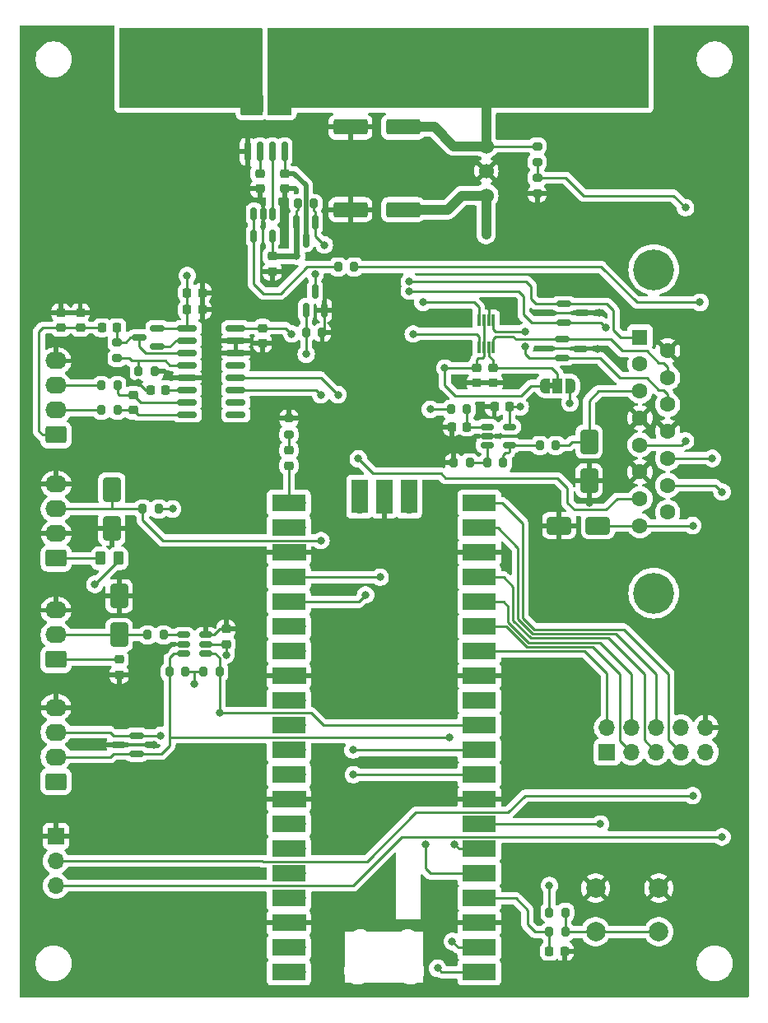
<source format=gtl>
%TF.GenerationSoftware,KiCad,Pcbnew,8.0.5*%
%TF.CreationDate,2024-12-03T15:09:02+00:00*%
%TF.ProjectId,test-rig-black-box,74657374-2d72-4696-972d-626c61636b2d,1.0*%
%TF.SameCoordinates,Original*%
%TF.FileFunction,Copper,L1,Top*%
%TF.FilePolarity,Positive*%
%FSLAX46Y46*%
G04 Gerber Fmt 4.6, Leading zero omitted, Abs format (unit mm)*
G04 Created by KiCad (PCBNEW 8.0.5) date 2024-12-03 15:09:02*
%MOMM*%
%LPD*%
G01*
G04 APERTURE LIST*
G04 Aperture macros list*
%AMRoundRect*
0 Rectangle with rounded corners*
0 $1 Rounding radius*
0 $2 $3 $4 $5 $6 $7 $8 $9 X,Y pos of 4 corners*
0 Add a 4 corners polygon primitive as box body*
4,1,4,$2,$3,$4,$5,$6,$7,$8,$9,$2,$3,0*
0 Add four circle primitives for the rounded corners*
1,1,$1+$1,$2,$3*
1,1,$1+$1,$4,$5*
1,1,$1+$1,$6,$7*
1,1,$1+$1,$8,$9*
0 Add four rect primitives between the rounded corners*
20,1,$1+$1,$2,$3,$4,$5,0*
20,1,$1+$1,$4,$5,$6,$7,0*
20,1,$1+$1,$6,$7,$8,$9,0*
20,1,$1+$1,$8,$9,$2,$3,0*%
%AMFreePoly0*
4,1,19,0.550000,-0.750000,0.000000,-0.750000,0.000000,-0.744911,-0.071157,-0.744911,-0.207708,-0.704816,-0.327430,-0.627875,-0.420627,-0.520320,-0.479746,-0.390866,-0.500000,-0.250000,-0.500000,0.250000,-0.479746,0.390866,-0.420627,0.520320,-0.327430,0.627875,-0.207708,0.704816,-0.071157,0.744911,0.000000,0.744911,0.000000,0.750000,0.550000,0.750000,0.550000,-0.750000,0.550000,-0.750000,
$1*%
%AMFreePoly1*
4,1,19,0.000000,0.744911,0.071157,0.744911,0.207708,0.704816,0.327430,0.627875,0.420627,0.520320,0.479746,0.390866,0.500000,0.250000,0.500000,-0.250000,0.479746,-0.390866,0.420627,-0.520320,0.327430,-0.627875,0.207708,-0.704816,0.071157,-0.744911,0.000000,-0.744911,0.000000,-0.750000,-0.550000,-0.750000,-0.550000,0.750000,0.000000,0.750000,0.000000,0.744911,0.000000,0.744911,
$1*%
G04 Aperture macros list end*
%TA.AperFunction,EtchedComponent*%
%ADD10C,0.000000*%
%TD*%
%TA.AperFunction,SMDPad,CuDef*%
%ADD11RoundRect,0.150000X-0.587500X-0.150000X0.587500X-0.150000X0.587500X0.150000X-0.587500X0.150000X0*%
%TD*%
%TA.AperFunction,SMDPad,CuDef*%
%ADD12RoundRect,0.225000X-0.225000X-0.250000X0.225000X-0.250000X0.225000X0.250000X-0.225000X0.250000X0*%
%TD*%
%TA.AperFunction,SMDPad,CuDef*%
%ADD13RoundRect,0.200000X0.275000X-0.200000X0.275000X0.200000X-0.275000X0.200000X-0.275000X-0.200000X0*%
%TD*%
%TA.AperFunction,SMDPad,CuDef*%
%ADD14RoundRect,0.200000X0.200000X0.275000X-0.200000X0.275000X-0.200000X-0.275000X0.200000X-0.275000X0*%
%TD*%
%TA.AperFunction,SMDPad,CuDef*%
%ADD15RoundRect,0.225000X-0.250000X0.225000X-0.250000X-0.225000X0.250000X-0.225000X0.250000X0.225000X0*%
%TD*%
%TA.AperFunction,SMDPad,CuDef*%
%ADD16RoundRect,0.225000X0.225000X0.250000X-0.225000X0.250000X-0.225000X-0.250000X0.225000X-0.250000X0*%
%TD*%
%TA.AperFunction,ComponentPad*%
%ADD17C,4.200000*%
%TD*%
%TA.AperFunction,ComponentPad*%
%ADD18R,1.600000X1.600000*%
%TD*%
%TA.AperFunction,ComponentPad*%
%ADD19C,1.600000*%
%TD*%
%TA.AperFunction,SMDPad,CuDef*%
%ADD20RoundRect,0.150000X0.587500X0.150000X-0.587500X0.150000X-0.587500X-0.150000X0.587500X-0.150000X0*%
%TD*%
%TA.AperFunction,ComponentPad*%
%ADD21C,1.524000*%
%TD*%
%TA.AperFunction,SMDPad,CuDef*%
%ADD22RoundRect,0.200000X-0.200000X-0.275000X0.200000X-0.275000X0.200000X0.275000X-0.200000X0.275000X0*%
%TD*%
%TA.AperFunction,ComponentPad*%
%ADD23O,1.700000X1.700000*%
%TD*%
%TA.AperFunction,SMDPad,CuDef*%
%ADD24R,3.500000X1.700000*%
%TD*%
%TA.AperFunction,ComponentPad*%
%ADD25R,1.700000X1.700000*%
%TD*%
%TA.AperFunction,SMDPad,CuDef*%
%ADD26R,1.700000X3.500000*%
%TD*%
%TA.AperFunction,SMDPad,CuDef*%
%ADD27RoundRect,0.250000X-0.650000X1.000000X-0.650000X-1.000000X0.650000X-1.000000X0.650000X1.000000X0*%
%TD*%
%TA.AperFunction,SMDPad,CuDef*%
%ADD28RoundRect,0.225000X0.250000X-0.225000X0.250000X0.225000X-0.250000X0.225000X-0.250000X-0.225000X0*%
%TD*%
%TA.AperFunction,SMDPad,CuDef*%
%ADD29RoundRect,0.087500X-0.087500X0.537500X-0.087500X-0.537500X0.087500X-0.537500X0.087500X0.537500X0*%
%TD*%
%TA.AperFunction,SMDPad,CuDef*%
%ADD30RoundRect,0.150000X-0.150000X0.825000X-0.150000X-0.825000X0.150000X-0.825000X0.150000X0.825000X0*%
%TD*%
%TA.AperFunction,ComponentPad*%
%ADD31RoundRect,0.250000X0.845000X-0.620000X0.845000X0.620000X-0.845000X0.620000X-0.845000X-0.620000X0*%
%TD*%
%TA.AperFunction,ComponentPad*%
%ADD32O,2.190000X1.740000*%
%TD*%
%TA.AperFunction,ComponentPad*%
%ADD33RoundRect,1.500000X1.500000X-1.500000X1.500000X1.500000X-1.500000X1.500000X-1.500000X-1.500000X0*%
%TD*%
%TA.AperFunction,ComponentPad*%
%ADD34C,6.000000*%
%TD*%
%TA.AperFunction,SMDPad,CuDef*%
%ADD35RoundRect,0.200000X-0.275000X0.200000X-0.275000X-0.200000X0.275000X-0.200000X0.275000X0.200000X0*%
%TD*%
%TA.AperFunction,SMDPad,CuDef*%
%ADD36RoundRect,0.250000X1.500000X0.550000X-1.500000X0.550000X-1.500000X-0.550000X1.500000X-0.550000X0*%
%TD*%
%TA.AperFunction,SMDPad,CuDef*%
%ADD37RoundRect,0.150000X0.150000X-0.587500X0.150000X0.587500X-0.150000X0.587500X-0.150000X-0.587500X0*%
%TD*%
%TA.AperFunction,SMDPad,CuDef*%
%ADD38RoundRect,0.218750X-0.256250X0.218750X-0.256250X-0.218750X0.256250X-0.218750X0.256250X0.218750X0*%
%TD*%
%TA.AperFunction,SMDPad,CuDef*%
%ADD39RoundRect,0.150000X-0.150000X0.587500X-0.150000X-0.587500X0.150000X-0.587500X0.150000X0.587500X0*%
%TD*%
%TA.AperFunction,SMDPad,CuDef*%
%ADD40RoundRect,0.250000X1.000000X0.650000X-1.000000X0.650000X-1.000000X-0.650000X1.000000X-0.650000X0*%
%TD*%
%TA.AperFunction,SMDPad,CuDef*%
%ADD41RoundRect,0.250000X-0.262500X-0.450000X0.262500X-0.450000X0.262500X0.450000X-0.262500X0.450000X0*%
%TD*%
%TA.AperFunction,SMDPad,CuDef*%
%ADD42RoundRect,0.218750X-0.218750X-0.256250X0.218750X-0.256250X0.218750X0.256250X-0.218750X0.256250X0*%
%TD*%
%TA.AperFunction,SMDPad,CuDef*%
%ADD43RoundRect,0.150000X-0.512500X-0.150000X0.512500X-0.150000X0.512500X0.150000X-0.512500X0.150000X0*%
%TD*%
%TA.AperFunction,ComponentPad*%
%ADD44C,2.000000*%
%TD*%
%TA.AperFunction,SMDPad,CuDef*%
%ADD45FreePoly0,0.000000*%
%TD*%
%TA.AperFunction,SMDPad,CuDef*%
%ADD46R,1.000000X1.500000*%
%TD*%
%TA.AperFunction,SMDPad,CuDef*%
%ADD47FreePoly1,0.000000*%
%TD*%
%TA.AperFunction,SMDPad,CuDef*%
%ADD48RoundRect,0.150000X-0.850000X-0.150000X0.850000X-0.150000X0.850000X0.150000X-0.850000X0.150000X0*%
%TD*%
%TA.AperFunction,SMDPad,CuDef*%
%ADD49RoundRect,0.150000X-0.150000X0.512500X-0.150000X-0.512500X0.150000X-0.512500X0.150000X0.512500X0*%
%TD*%
%TA.AperFunction,SMDPad,CuDef*%
%ADD50RoundRect,0.250000X0.650000X-1.000000X0.650000X1.000000X-0.650000X1.000000X-0.650000X-1.000000X0*%
%TD*%
%TA.AperFunction,ViaPad*%
%ADD51C,0.800000*%
%TD*%
%TA.AperFunction,Conductor*%
%ADD52C,0.250000*%
%TD*%
%TA.AperFunction,Conductor*%
%ADD53C,0.600000*%
%TD*%
%TA.AperFunction,Conductor*%
%ADD54C,1.000000*%
%TD*%
%TA.AperFunction,Conductor*%
%ADD55C,0.500000*%
%TD*%
G04 APERTURE END LIST*
D10*
%TA.AperFunction,EtchedComponent*%
%TO.C,JP1*%
G36*
X203600000Y-109550000D02*
G01*
X203100000Y-109550000D01*
X203100000Y-108950000D01*
X203600000Y-108950000D01*
X203600000Y-109550000D01*
G37*
%TD.AperFunction*%
%TD*%
D11*
%TO.P,D3,1,A1*%
%TO.N,Net-(D3-A1)*%
X204472500Y-104460000D03*
%TO.P,D3,2,A2*%
%TO.N,Net-(D3-A2)*%
X204472500Y-106360000D03*
%TO.P,D3,3,common*%
%TO.N,GND*%
X206347500Y-105410000D03*
%TD*%
D12*
%TO.P,C2,1*%
%TO.N,GND*%
X162135000Y-109660000D03*
%TO.P,C2,2*%
%TO.N,Net-(U3-VBG)*%
X163685000Y-109660000D03*
%TD*%
D13*
%TO.P,R17,1*%
%TO.N,Net-(D7-K)*%
X176370000Y-114235000D03*
%TO.P,R17,2*%
%TO.N,GND*%
X176370000Y-112585000D03*
%TD*%
D14*
%TO.P,R8,1*%
%TO.N,Net-(R7-Pad1)*%
X204810000Y-163410000D03*
%TO.P,R8,2*%
%TO.N,+3V3*%
X203160000Y-163410000D03*
%TD*%
D15*
%TO.P,C17,1*%
%TO.N,+5V*%
X158910000Y-137410000D03*
%TO.P,C17,2*%
%TO.N,GND*%
X158910000Y-138960000D03*
%TD*%
D16*
%TO.P,C11,1*%
%TO.N,GND*%
X204710000Y-167410000D03*
%TO.P,C11,2*%
%TO.N,/ZERO_BTN*%
X203160000Y-167410000D03*
%TD*%
D17*
%TO.P,J2,0*%
%TO.N,N/C*%
X213899669Y-130580000D03*
X213899669Y-97280000D03*
D18*
%TO.P,J2,1,Pin_1*%
%TO.N,/I2C_SLAVE_SCL*%
X212479669Y-104235000D03*
D19*
%TO.P,J2,2,Pin_2*%
%TO.N,/I2C_SLAVE_SDA*%
X212479669Y-107005000D03*
%TO.P,J2,3,Pin_3*%
%TO.N,Net-(D2-A1)*%
X212479669Y-109775000D03*
%TO.P,J2,4,Pin_4*%
%TO.N,GND*%
X212479669Y-112545000D03*
%TO.P,J2,5,Pin_5*%
%TO.N,/V_SENSE*%
X212479669Y-115315000D03*
%TO.P,J2,6,Pin_6*%
%TO.N,GND*%
X212479669Y-118085000D03*
%TO.P,J2,7,Pin_7*%
%TO.N,/CURRENT_SENSE_EN*%
X212479669Y-120855000D03*
%TO.P,J2,8,Pin_8*%
%TO.N,/I_SENSE*%
X212479669Y-123625000D03*
%TO.P,J2,9,Pin_9*%
%TO.N,GND*%
X215319669Y-105620000D03*
%TO.P,J2,10,Pin_10*%
%TO.N,Net-(D3-A1)*%
X215319669Y-108390000D03*
%TO.P,J2,11,Pin_11*%
%TO.N,Net-(D3-A2)*%
X215319669Y-111160000D03*
%TO.P,J2,12,Pin_12*%
%TO.N,GND*%
X215319669Y-113930000D03*
%TO.P,J2,13,Pin_13*%
%TO.N,Net-(J2-Pin_13)*%
X215319669Y-116700000D03*
%TO.P,J2,14,Pin_14*%
%TO.N,Net-(J2-Pin_14)*%
X215319669Y-119470000D03*
%TO.P,J2,15,Pin_15*%
%TO.N,unconnected-(J2-Pin_15-Pad15)*%
X215319669Y-122240000D03*
%TD*%
D20*
%TO.P,Q1,1,B*%
%TO.N,Net-(Q1-B)*%
X162847500Y-105210000D03*
%TO.P,Q1,2,E*%
%TO.N,+5V*%
X162847500Y-103310000D03*
%TO.P,Q1,3,C*%
%TO.N,Net-(Q1-C)*%
X160972500Y-104260000D03*
%TD*%
D21*
%TO.P,U8,1,+Vin*%
%TO.N,Net-(J4-Pin_2)*%
X196660000Y-84580000D03*
%TO.P,U8,2,GND*%
%TO.N,GND*%
X196660000Y-87120000D03*
%TO.P,U8,3,+Vout*%
%TO.N,+5V*%
X196660000Y-89660000D03*
%TD*%
D12*
%TO.P,C12,1*%
%TO.N,GND*%
X193135000Y-113460000D03*
%TO.P,C12,2*%
%TO.N,Net-(U5-+)*%
X194685000Y-113460000D03*
%TD*%
D22*
%TO.P,R2,1*%
%TO.N,Net-(J1-Pin_3)*%
X157085000Y-109215000D03*
%TO.P,R2,2*%
%TO.N,Net-(U3-INA-)*%
X158735000Y-109215000D03*
%TD*%
D11*
%TO.P,D8,1,A1*%
%TO.N,/I2C_SLAVE_SCL*%
X204625000Y-100800000D03*
%TO.P,D8,2,A2*%
%TO.N,/I2C_SLAVE_SDA*%
X204625000Y-102700000D03*
%TO.P,D8,3,common*%
%TO.N,GND*%
X206500000Y-101750000D03*
%TD*%
D23*
%TO.P,U1,1,GPIO0*%
%TO.N,/UART0_TX*%
X195050000Y-169570000D03*
D24*
X195950000Y-169570000D03*
D23*
%TO.P,U1,2,GPIO1*%
%TO.N,/UART0_RX*%
X195050000Y-167030000D03*
D24*
X195950000Y-167030000D03*
D25*
%TO.P,U1,3,GND*%
%TO.N,GND*%
X195050000Y-164490000D03*
D24*
X195950000Y-164490000D03*
D23*
%TO.P,U1,4,GPIO2*%
%TO.N,/ZERO_BTN*%
X195050000Y-161950000D03*
D24*
X195950000Y-161950000D03*
D23*
%TO.P,U1,5,GPIO3*%
%TO.N,/TACHO_IN*%
X195050000Y-159410000D03*
D24*
X195950000Y-159410000D03*
D23*
%TO.P,U1,6,GPIO4*%
%TO.N,/TACHO_VOLTAGE_PWM*%
X195050000Y-156870000D03*
D24*
X195950000Y-156870000D03*
D23*
%TO.P,U1,7,GPIO5*%
%TO.N,/GP5*%
X195050000Y-154330000D03*
D24*
X195950000Y-154330000D03*
D25*
%TO.P,U1,8,GND*%
%TO.N,GND*%
X195050000Y-151790000D03*
D24*
X195950000Y-151790000D03*
D23*
%TO.P,U1,9,GPIO6*%
%TO.N,/HX711_CLK*%
X195050000Y-149250000D03*
D24*
X195950000Y-149250000D03*
D23*
%TO.P,U1,10,GPIO7*%
%TO.N,/HX711_DATA*%
X195050000Y-146710000D03*
D24*
X195950000Y-146710000D03*
D23*
%TO.P,U1,11,GPIO8*%
%TO.N,/I2C0_SDA*%
X195050000Y-144170000D03*
D24*
X195950000Y-144170000D03*
D23*
%TO.P,U1,12,GPIO9*%
%TO.N,/I2C0_SCL*%
X195050000Y-141630000D03*
D24*
X195950000Y-141630000D03*
D25*
%TO.P,U1,13,GND*%
%TO.N,GND*%
X195050000Y-139090000D03*
D24*
X195950000Y-139090000D03*
D23*
%TO.P,U1,14,GPIO10*%
%TO.N,/GP10*%
X195050000Y-136550000D03*
D24*
X195950000Y-136550000D03*
D23*
%TO.P,U1,15,GPIO11*%
%TO.N,/GP11*%
X195050000Y-134010000D03*
D24*
X195950000Y-134010000D03*
D23*
%TO.P,U1,16,GPIO12*%
%TO.N,/GP12*%
X195050000Y-131470000D03*
D24*
X195950000Y-131470000D03*
D23*
%TO.P,U1,17,GPIO13*%
%TO.N,/GP13*%
X195050000Y-128930000D03*
D24*
X195950000Y-128930000D03*
D25*
%TO.P,U1,18,GND*%
%TO.N,GND*%
X195050000Y-126390000D03*
D24*
X195950000Y-126390000D03*
D23*
%TO.P,U1,19,GPIO14*%
%TO.N,/GP14*%
X195050000Y-123850000D03*
D24*
X195950000Y-123850000D03*
D23*
%TO.P,U1,20,GPIO15*%
%TO.N,/GP15*%
X195050000Y-121310000D03*
D24*
X195950000Y-121310000D03*
D23*
%TO.P,U1,21,GPIO16*%
%TO.N,Net-(D7-A)*%
X177270000Y-121310000D03*
D24*
X176370000Y-121310000D03*
D23*
%TO.P,U1,22,GPIO17*%
%TO.N,unconnected-(U1-GPIO17-Pad22)*%
X177270000Y-123850000D03*
D24*
%TO.N,unconnected-(U1-GPIO17-Pad22)_1*%
X176370000Y-123850000D03*
D25*
%TO.P,U1,23,GND*%
%TO.N,GND*%
X177270000Y-126390000D03*
D24*
X176370000Y-126390000D03*
D23*
%TO.P,U1,24,GPIO18*%
%TO.N,/I2C_SLAVE_SDA*%
X177270000Y-128930000D03*
D24*
X176370000Y-128930000D03*
D23*
%TO.P,U1,25,GPIO19*%
%TO.N,/I2C_SLAVE_SCL*%
X177270000Y-131470000D03*
D24*
X176370000Y-131470000D03*
D23*
%TO.P,U1,26,GPIO20*%
%TO.N,unconnected-(U1-GPIO20-Pad26)_1*%
X177270000Y-134010000D03*
D24*
%TO.N,unconnected-(U1-GPIO20-Pad26)*%
X176370000Y-134010000D03*
D23*
%TO.P,U1,27,GPIO21*%
%TO.N,unconnected-(U1-GPIO21-Pad27)_1*%
X177270000Y-136550000D03*
D24*
%TO.N,unconnected-(U1-GPIO21-Pad27)*%
X176370000Y-136550000D03*
D25*
%TO.P,U1,28,GND*%
%TO.N,GND*%
X177270000Y-139090000D03*
D24*
X176370000Y-139090000D03*
D23*
%TO.P,U1,29,GPIO22*%
%TO.N,unconnected-(U1-GPIO22-Pad29)*%
X177270000Y-141630000D03*
D24*
%TO.N,unconnected-(U1-GPIO22-Pad29)_1*%
X176370000Y-141630000D03*
D23*
%TO.P,U1,30,RUN*%
%TO.N,unconnected-(U1-RUN-Pad30)_1*%
X177270000Y-144170000D03*
D24*
%TO.N,unconnected-(U1-RUN-Pad30)*%
X176370000Y-144170000D03*
D23*
%TO.P,U1,31,GPIO26_ADC0*%
%TO.N,unconnected-(U1-GPIO26_ADC0-Pad31)_1*%
X177270000Y-146710000D03*
D24*
%TO.N,unconnected-(U1-GPIO26_ADC0-Pad31)*%
X176370000Y-146710000D03*
D23*
%TO.P,U1,32,GPIO27_ADC1*%
%TO.N,unconnected-(U1-GPIO27_ADC1-Pad32)_1*%
X177270000Y-149250000D03*
D24*
%TO.N,unconnected-(U1-GPIO27_ADC1-Pad32)*%
X176370000Y-149250000D03*
D25*
%TO.P,U1,33,AGND*%
%TO.N,GND*%
X177270000Y-151790000D03*
D24*
X176370000Y-151790000D03*
D23*
%TO.P,U1,34,GPIO28_ADC2*%
%TO.N,unconnected-(U1-GPIO28_ADC2-Pad34)*%
X177270000Y-154330000D03*
D24*
%TO.N,unconnected-(U1-GPIO28_ADC2-Pad34)_1*%
X176370000Y-154330000D03*
D23*
%TO.P,U1,35,ADC_VREF*%
%TO.N,unconnected-(U1-ADC_VREF-Pad35)*%
X177270000Y-156870000D03*
D24*
%TO.N,unconnected-(U1-ADC_VREF-Pad35)_1*%
X176370000Y-156870000D03*
D23*
%TO.P,U1,36,3V3*%
%TO.N,+3V3*%
X177270000Y-159410000D03*
D24*
X176370000Y-159410000D03*
D23*
%TO.P,U1,37,3V3_EN*%
%TO.N,unconnected-(U1-3V3_EN-Pad37)*%
X177270000Y-161950000D03*
D24*
%TO.N,unconnected-(U1-3V3_EN-Pad37)_1*%
X176370000Y-161950000D03*
D25*
%TO.P,U1,38,GND*%
%TO.N,GND*%
X177270000Y-164490000D03*
D24*
X176370000Y-164490000D03*
D23*
%TO.P,U1,39,VSYS*%
%TO.N,+5V*%
X177270000Y-167030000D03*
D24*
X176370000Y-167030000D03*
D23*
%TO.P,U1,40,VBUS*%
%TO.N,unconnected-(U1-VBUS-Pad40)*%
X177270000Y-169570000D03*
D24*
%TO.N,unconnected-(U1-VBUS-Pad40)_1*%
X176370000Y-169570000D03*
D23*
%TO.P,U1,41,SWCLK*%
%TO.N,unconnected-(U1-SWCLK-Pad41)_1*%
X188700000Y-121540000D03*
D26*
%TO.N,unconnected-(U1-SWCLK-Pad41)*%
X188700000Y-120640000D03*
D25*
%TO.P,U1,42,GND*%
%TO.N,GND*%
X186160000Y-121540000D03*
D26*
X186160000Y-120640000D03*
D23*
%TO.P,U1,43,SWDIO*%
%TO.N,unconnected-(U1-SWDIO-Pad43)_1*%
X183620000Y-121540000D03*
D26*
%TO.N,unconnected-(U1-SWDIO-Pad43)*%
X183620000Y-120640000D03*
%TD*%
D27*
%TO.P,D2,1,A1*%
%TO.N,Net-(D2-A1)*%
X207250000Y-115000000D03*
%TO.P,D2,2,A2*%
%TO.N,GND*%
X207250000Y-119000000D03*
%TD*%
D14*
%TO.P,R19,1*%
%TO.N,Net-(Q2-D)*%
X178935000Y-90500000D03*
%TO.P,R19,2*%
%TO.N,+5V*%
X177285000Y-90500000D03*
%TD*%
D28*
%TO.P,C1,1*%
%TO.N,+5V*%
X169910000Y-135820000D03*
%TO.P,C1,2*%
%TO.N,GND*%
X169910000Y-134270000D03*
%TD*%
%TO.P,C5,1*%
%TO.N,Net-(J1-Pin_1)*%
X154910000Y-103255000D03*
%TO.P,C5,2*%
%TO.N,GND*%
X154910000Y-101705000D03*
%TD*%
D20*
%TO.P,D6,1,A1*%
%TO.N,/I2C0_SCL*%
X160691250Y-147110000D03*
%TO.P,D6,2,A2*%
%TO.N,/I2C0_SDA*%
X160691250Y-145210000D03*
%TO.P,D6,3,common*%
%TO.N,GND*%
X158816250Y-146160000D03*
%TD*%
D29*
%TO.P,U4,1,B2*%
%TO.N,Net-(D3-A2)*%
X197410000Y-102510000D03*
%TO.P,U4,2,GND*%
%TO.N,GND*%
X196910000Y-102510000D03*
%TO.P,U4,3,VCCA*%
%TO.N,+3V3*%
X196410000Y-102510000D03*
%TO.P,U4,4,A2Y*%
%TO.N,/UART0_RX*%
X195910000Y-102510000D03*
%TO.P,U4,5,A1*%
%TO.N,/UART0_TX*%
X195910000Y-105310000D03*
%TO.P,U4,6,OE*%
%TO.N,+3V3*%
X196410000Y-105310000D03*
%TO.P,U4,7,VCCB*%
%TO.N,Net-(JP1-C)*%
X196910000Y-105310000D03*
%TO.P,U4,8,B1Y*%
%TO.N,Net-(D3-A1)*%
X197410000Y-105310000D03*
%TD*%
D22*
%TO.P,R10,1*%
%TO.N,/TACHO_IN*%
X161335000Y-121910000D03*
%TO.P,R10,2*%
%TO.N,+3V3*%
X162985000Y-121910000D03*
%TD*%
D30*
%TO.P,U6,1,IP+*%
%TO.N,Net-(J4-Pin_2)*%
X175930000Y-80210000D03*
%TO.P,U6,2,IP+*%
X174660000Y-80210000D03*
%TO.P,U6,3,IP-*%
%TO.N,Net-(J5-Pin_2)*%
X173390000Y-80210000D03*
%TO.P,U6,4,IP-*%
X172120000Y-80210000D03*
%TO.P,U6,5,GND*%
%TO.N,GND*%
X172120000Y-85160000D03*
%TO.P,U6,6,FILTER*%
%TO.N,Net-(U6-FILTER)*%
X173390000Y-85160000D03*
%TO.P,U6,7,VIOUT*%
%TO.N,Net-(U6-VIOUT)*%
X174660000Y-85160000D03*
%TO.P,U6,8,VCC*%
%TO.N,Net-(Q3-D)*%
X175930000Y-85160000D03*
%TD*%
D31*
%TO.P,J3,1,Pin_1*%
%TO.N,Net-(J3-Pin_1)*%
X152430000Y-126990000D03*
D32*
%TO.P,J3,2,Pin_2*%
%TO.N,GND*%
X152430000Y-124450000D03*
%TO.P,J3,3,Pin_3*%
%TO.N,/TACHO_IN*%
X152430000Y-121910000D03*
%TO.P,J3,4,Pin_4*%
%TO.N,GND*%
X152430000Y-119370000D03*
%TD*%
D14*
%TO.P,R18,1*%
%TO.N,GND*%
X179797500Y-103750000D03*
%TO.P,R18,2*%
%TO.N,/CURRENT_SENSE_EN*%
X178147500Y-103750000D03*
%TD*%
%TO.P,R7,1*%
%TO.N,Net-(R7-Pad1)*%
X204810000Y-165410000D03*
%TO.P,R7,2*%
%TO.N,/ZERO_BTN*%
X203160000Y-165410000D03*
%TD*%
D31*
%TO.P,J1,1,Pin_1*%
%TO.N,Net-(J1-Pin_1)*%
X152410000Y-114295000D03*
D32*
%TO.P,J1,2,Pin_2*%
%TO.N,Net-(J1-Pin_2)*%
X152410000Y-111755000D03*
%TO.P,J1,3,Pin_3*%
%TO.N,Net-(J1-Pin_3)*%
X152410000Y-109215000D03*
%TO.P,J1,4,Pin_4*%
%TO.N,GND*%
X152410000Y-106675000D03*
%TD*%
D22*
%TO.P,R21,1*%
%TO.N,Net-(U7--)*%
X181425000Y-97000000D03*
%TO.P,R21,2*%
%TO.N,/I_SENSE*%
X183075000Y-97000000D03*
%TD*%
D33*
%TO.P,J4,1,Pin_1*%
%TO.N,GND*%
X208910000Y-84260000D03*
D34*
%TO.P,J4,2,Pin_2*%
%TO.N,Net-(J4-Pin_2)*%
X208910000Y-77060000D03*
%TD*%
D33*
%TO.P,J5,1,Pin_1*%
%TO.N,GND*%
X163410000Y-84260000D03*
D34*
%TO.P,J5,2,Pin_2*%
%TO.N,Net-(J5-Pin_2)*%
X163410000Y-77060000D03*
%TD*%
D14*
%TO.P,R6,1*%
%TO.N,GND*%
X162560000Y-107755000D03*
%TO.P,R6,2*%
%TO.N,Net-(U3-VFB)*%
X160910000Y-107755000D03*
%TD*%
D35*
%TO.P,R15,1*%
%TO.N,/V_SENSE*%
X201910000Y-87835000D03*
%TO.P,R15,2*%
%TO.N,GND*%
X201910000Y-89485000D03*
%TD*%
D15*
%TO.P,C10,1*%
%TO.N,Net-(JP1-C)*%
X197410000Y-107385000D03*
%TO.P,C10,2*%
%TO.N,GND*%
X197410000Y-108935000D03*
%TD*%
D25*
%TO.P,J9,1,Pin_1*%
%TO.N,/GP5*%
X209085000Y-146950000D03*
D23*
%TO.P,J9,2,Pin_2*%
%TO.N,/GP10*%
X209085000Y-144410000D03*
%TO.P,J9,3,Pin_3*%
%TO.N,/GP11*%
X211625000Y-146950000D03*
%TO.P,J9,4,Pin_4*%
%TO.N,/GP12*%
X211625000Y-144410000D03*
%TO.P,J9,5,Pin_5*%
%TO.N,/GP13*%
X214165000Y-146950000D03*
%TO.P,J9,6,Pin_6*%
%TO.N,/GP14*%
X214165000Y-144410000D03*
%TO.P,J9,7,Pin_7*%
%TO.N,/GP15*%
X216705000Y-146950000D03*
%TO.P,J9,8,Pin_8*%
%TO.N,+5V*%
X216705000Y-144410000D03*
%TO.P,J9,9,Pin_9*%
%TO.N,+3V3*%
X219245000Y-146950000D03*
%TO.P,J9,10,Pin_10*%
%TO.N,GND*%
X219245000Y-144410000D03*
%TD*%
D15*
%TO.P,C14,1*%
%TO.N,Net-(Q3-D)*%
X175930000Y-87410000D03*
%TO.P,C14,2*%
%TO.N,GND*%
X175930000Y-88960000D03*
%TD*%
D36*
%TO.P,C19,1*%
%TO.N,+5V*%
X188110000Y-91120000D03*
%TO.P,C19,2*%
%TO.N,GND*%
X182710000Y-91120000D03*
%TD*%
D37*
%TO.P,Q2,1,G*%
%TO.N,/CURRENT_SENSE_EN*%
X178110000Y-101437500D03*
%TO.P,Q2,2,S*%
%TO.N,GND*%
X180010000Y-101437500D03*
%TO.P,Q2,3,D*%
%TO.N,Net-(Q2-D)*%
X179060000Y-99562500D03*
%TD*%
D15*
%TO.P,C3,1*%
%TO.N,Net-(U3-INA-)*%
X160410000Y-110205000D03*
%TO.P,C3,2*%
%TO.N,Net-(U3-INA+)*%
X160410000Y-111755000D03*
%TD*%
D38*
%TO.P,D7,1,K*%
%TO.N,Net-(D7-K)*%
X176370000Y-115872500D03*
%TO.P,D7,2,A*%
%TO.N,Net-(D7-A)*%
X176370000Y-117447500D03*
%TD*%
D15*
%TO.P,C6,1*%
%TO.N,+3V3*%
X173660000Y-103310000D03*
%TO.P,C6,2*%
%TO.N,GND*%
X173660000Y-104860000D03*
%TD*%
D39*
%TO.P,Q3,1,G*%
%TO.N,Net-(Q2-D)*%
X179060000Y-92375000D03*
%TO.P,Q3,2,S*%
%TO.N,+5V*%
X177160000Y-92375000D03*
%TO.P,Q3,3,D*%
%TO.N,Net-(Q3-D)*%
X178110000Y-94250000D03*
%TD*%
D31*
%TO.P,J8,1,Pin_1*%
%TO.N,+5V*%
X152410000Y-149950000D03*
D32*
%TO.P,J8,2,Pin_2*%
%TO.N,/I2C0_SCL*%
X152410000Y-147410000D03*
%TO.P,J8,3,Pin_3*%
%TO.N,/I2C0_SDA*%
X152410000Y-144870000D03*
%TO.P,J8,4,Pin_4*%
%TO.N,GND*%
X152410000Y-142330000D03*
%TD*%
D22*
%TO.P,R16,1*%
%TO.N,Net-(D5-A1)*%
X161835000Y-134870000D03*
%TO.P,R16,2*%
%TO.N,Net-(U2-VIN+)*%
X163485000Y-134870000D03*
%TD*%
D14*
%TO.P,R4,1*%
%TO.N,+3V3*%
X165735000Y-138660000D03*
%TO.P,R4,2*%
%TO.N,/I2C0_SCL*%
X164085000Y-138660000D03*
%TD*%
D22*
%TO.P,R20,1*%
%TO.N,Net-(R12-Pad2)*%
X202175000Y-115360000D03*
%TO.P,R20,2*%
%TO.N,Net-(D2-A1)*%
X203825000Y-115360000D03*
%TD*%
D15*
%TO.P,C16,1*%
%TO.N,+5V*%
X174660000Y-95910000D03*
%TO.P,C16,2*%
%TO.N,GND*%
X174660000Y-97460000D03*
%TD*%
D22*
%TO.P,R11,1*%
%TO.N,/TACHO_VOLTAGE_PWM*%
X193035000Y-111660000D03*
%TO.P,R11,2*%
%TO.N,Net-(U5-+)*%
X194685000Y-111660000D03*
%TD*%
D13*
%TO.P,R5,1*%
%TO.N,Net-(U3-VFB)*%
X158697500Y-106405000D03*
%TO.P,R5,2*%
%TO.N,Net-(Q1-C)*%
X158697500Y-104755000D03*
%TD*%
D40*
%TO.P,D4,1,A1*%
%TO.N,/I_SENSE*%
X208160000Y-123625000D03*
%TO.P,D4,2,A2*%
%TO.N,GND*%
X204160000Y-123625000D03*
%TD*%
D31*
%TO.P,J6,1,Pin_1*%
%TO.N,+5V*%
X152410000Y-137410000D03*
D32*
%TO.P,J6,2,Pin_2*%
%TO.N,Net-(D5-A1)*%
X152410000Y-134870000D03*
%TO.P,J6,3,Pin_3*%
%TO.N,GND*%
X152410000Y-132330000D03*
%TD*%
D28*
%TO.P,C4,1*%
%TO.N,Net-(J1-Pin_1)*%
X152910000Y-103255000D03*
%TO.P,C4,2*%
%TO.N,GND*%
X152910000Y-101705000D03*
%TD*%
D41*
%TO.P,R9,1*%
%TO.N,Net-(J3-Pin_1)*%
X156997500Y-126990000D03*
%TO.P,R9,2*%
%TO.N,+5V*%
X158822500Y-126990000D03*
%TD*%
D12*
%TO.P,C7,1*%
%TO.N,+5V*%
X165910000Y-99660000D03*
%TO.P,C7,2*%
%TO.N,GND*%
X167460000Y-99660000D03*
%TD*%
D42*
%TO.P,L2,1*%
%TO.N,Net-(J1-Pin_1)*%
X157122500Y-103255000D03*
%TO.P,L2,2*%
%TO.N,Net-(Q1-C)*%
X158697500Y-103255000D03*
%TD*%
D43*
%TO.P,U5,1,+*%
%TO.N,Net-(U5-+)*%
X196772500Y-113460000D03*
%TO.P,U5,2,V-*%
%TO.N,GND*%
X196772500Y-114410000D03*
%TO.P,U5,3,-*%
%TO.N,Net-(U5--)*%
X196772500Y-115360000D03*
%TO.P,U5,4*%
%TO.N,Net-(R12-Pad2)*%
X199047500Y-115360000D03*
%TO.P,U5,5,V+*%
%TO.N,+5V*%
X199047500Y-113460000D03*
%TD*%
D36*
%TO.P,C18,1*%
%TO.N,Net-(J4-Pin_2)*%
X188110000Y-82620000D03*
%TO.P,C18,2*%
%TO.N,GND*%
X182710000Y-82620000D03*
%TD*%
D43*
%TO.P,U2,1,VIN+*%
%TO.N,Net-(U2-VIN+)*%
X165522500Y-134870000D03*
%TO.P,U2,2,GND*%
%TO.N,GND*%
X165522500Y-135820000D03*
%TO.P,U2,3,SCL*%
%TO.N,/I2C0_SCL*%
X165522500Y-136770000D03*
%TO.P,U2,4,SDA*%
%TO.N,/I2C0_SDA*%
X167797500Y-136770000D03*
%TO.P,U2,5,VDD*%
%TO.N,+5V*%
X167797500Y-135820000D03*
%TO.P,U2,6,VIN-*%
%TO.N,GND*%
X167797500Y-134870000D03*
%TD*%
D35*
%TO.P,R14,1*%
%TO.N,Net-(J4-Pin_2)*%
X201910000Y-84580000D03*
%TO.P,R14,2*%
%TO.N,/V_SENSE*%
X201910000Y-86230000D03*
%TD*%
D44*
%TO.P,SW1,1,1*%
%TO.N,GND*%
X207910000Y-160910000D03*
X214410000Y-160910000D03*
%TO.P,SW1,2,2*%
%TO.N,Net-(R7-Pad1)*%
X207910000Y-165410000D03*
X214410000Y-165410000D03*
%TD*%
D12*
%TO.P,C8,1*%
%TO.N,+5V*%
X165910000Y-101410000D03*
%TO.P,C8,2*%
%TO.N,GND*%
X167460000Y-101410000D03*
%TD*%
D15*
%TO.P,C9,1*%
%TO.N,+3V3*%
X195660000Y-107385000D03*
%TO.P,C9,2*%
%TO.N,GND*%
X195660000Y-108935000D03*
%TD*%
D22*
%TO.P,R3,1*%
%TO.N,+3V3*%
X167585000Y-138660000D03*
%TO.P,R3,2*%
%TO.N,/I2C0_SDA*%
X169235000Y-138660000D03*
%TD*%
D45*
%TO.P,JP1,1,A*%
%TO.N,+3V3*%
X202700000Y-109250000D03*
D46*
%TO.P,JP1,2,C*%
%TO.N,Net-(JP1-C)*%
X204000000Y-109250000D03*
D47*
%TO.P,JP1,3,B*%
%TO.N,+5V*%
X205300000Y-109250000D03*
%TD*%
D15*
%TO.P,C15,1*%
%TO.N,Net-(U6-FILTER)*%
X173390000Y-87410000D03*
%TO.P,C15,2*%
%TO.N,GND*%
X173390000Y-88960000D03*
%TD*%
D27*
%TO.P,D1,1,A1*%
%TO.N,/TACHO_IN*%
X158160000Y-119910000D03*
%TO.P,D1,2,A2*%
%TO.N,GND*%
X158160000Y-123910000D03*
%TD*%
D48*
%TO.P,U3,1,VSUP*%
%TO.N,+5V*%
X165910000Y-103310000D03*
%TO.P,U3,2,BASE*%
%TO.N,Net-(Q1-B)*%
X165910000Y-104580000D03*
%TO.P,U3,3,AVDD*%
%TO.N,Net-(Q1-C)*%
X165910000Y-105850000D03*
%TO.P,U3,4,VFB*%
%TO.N,Net-(U3-VFB)*%
X165910000Y-107120000D03*
%TO.P,U3,5,AGND*%
%TO.N,GND*%
X165910000Y-108390000D03*
%TO.P,U3,6,VBG*%
%TO.N,Net-(U3-VBG)*%
X165910000Y-109660000D03*
%TO.P,U3,7,INA-*%
%TO.N,Net-(U3-INA-)*%
X165910000Y-110930000D03*
%TO.P,U3,8,INA+*%
%TO.N,Net-(U3-INA+)*%
X165910000Y-112200000D03*
%TO.P,U3,9,INB-*%
%TO.N,unconnected-(U3-INB--Pad9)*%
X170910000Y-112200000D03*
%TO.P,U3,10,INB+*%
%TO.N,unconnected-(U3-INB+-Pad10)*%
X170910000Y-110930000D03*
%TO.P,U3,11,PD_SCK*%
%TO.N,/HX711_CLK*%
X170910000Y-109660000D03*
%TO.P,U3,12,DOUT*%
%TO.N,/HX711_DATA*%
X170910000Y-108390000D03*
%TO.P,U3,13,XO*%
%TO.N,unconnected-(U3-XO-Pad13)*%
X170910000Y-107120000D03*
%TO.P,U3,14,XI*%
%TO.N,GND*%
X170910000Y-105850000D03*
%TO.P,U3,15,RATE*%
X170910000Y-104580000D03*
%TO.P,U3,16,DVDD*%
%TO.N,+3V3*%
X170910000Y-103310000D03*
%TD*%
D22*
%TO.P,R13,1*%
%TO.N,GND*%
X193335000Y-117160000D03*
%TO.P,R13,2*%
%TO.N,Net-(U5--)*%
X194985000Y-117160000D03*
%TD*%
D49*
%TO.P,U7,1,+*%
%TO.N,Net-(U6-VIOUT)*%
X174660000Y-91547500D03*
%TO.P,U7,2,V-*%
%TO.N,GND*%
X173710000Y-91547500D03*
%TO.P,U7,3,-*%
%TO.N,Net-(U7--)*%
X172760000Y-91547500D03*
%TO.P,U7,4*%
X172760000Y-93822500D03*
%TO.P,U7,5,V+*%
%TO.N,+5V*%
X174660000Y-93822500D03*
%TD*%
D25*
%TO.P,J7,1,Pin_1*%
%TO.N,GND*%
X152410000Y-155580000D03*
D23*
%TO.P,J7,2,Pin_2*%
%TO.N,Net-(J2-Pin_13)*%
X152410000Y-158120000D03*
%TO.P,J7,3,Pin_3*%
%TO.N,Net-(J2-Pin_14)*%
X152410000Y-160660000D03*
%TD*%
D16*
%TO.P,C13,1*%
%TO.N,+5V*%
X199047500Y-111410000D03*
%TO.P,C13,2*%
%TO.N,GND*%
X197497500Y-111410000D03*
%TD*%
D22*
%TO.P,R12,1*%
%TO.N,Net-(U5--)*%
X196772500Y-117160000D03*
%TO.P,R12,2*%
%TO.N,Net-(R12-Pad2)*%
X198422500Y-117160000D03*
%TD*%
D50*
%TO.P,D5,1,A1*%
%TO.N,Net-(D5-A1)*%
X158910000Y-134870000D03*
%TO.P,D5,2,A2*%
%TO.N,GND*%
X158910000Y-130870000D03*
%TD*%
D22*
%TO.P,R1,1*%
%TO.N,Net-(J1-Pin_2)*%
X157085000Y-111755000D03*
%TO.P,R1,2*%
%TO.N,Net-(U3-INA+)*%
X158735000Y-111755000D03*
%TD*%
D51*
%TO.N,+5V*%
X156410000Y-129660000D03*
X165910000Y-97910000D03*
X177160000Y-95910000D03*
X196660000Y-93660000D03*
X169910000Y-136910000D03*
X200160000Y-111410000D03*
X205275000Y-111000000D03*
%TO.N,GND*%
X173660000Y-106410000D03*
X205250000Y-85250000D03*
X192160000Y-117160000D03*
X201910000Y-140410000D03*
X219410000Y-130410000D03*
X184750000Y-125000000D03*
X217160000Y-121160000D03*
X188160000Y-152160000D03*
X220660000Y-100410000D03*
X191910000Y-110410000D03*
X171910000Y-90410000D03*
X182750000Y-84750000D03*
X201910000Y-90910000D03*
X168410000Y-110410000D03*
X176370000Y-111160000D03*
X185500000Y-93500000D03*
X171910000Y-100410000D03*
X171160000Y-120410000D03*
X194250000Y-108750000D03*
X167000000Y-85250000D03*
X160660000Y-123910000D03*
X175930000Y-90410000D03*
X201910000Y-159160000D03*
X170910000Y-141410000D03*
X221910000Y-90410000D03*
X158910000Y-140410000D03*
X158910000Y-128660000D03*
X212500000Y-81750000D03*
X207250000Y-121250000D03*
X156160000Y-104660000D03*
X196160000Y-111410000D03*
X162503750Y-146160000D03*
X220410000Y-110410000D03*
X151500000Y-100410000D03*
X190410000Y-164660000D03*
X161910000Y-130410000D03*
X208250000Y-101750000D03*
X160910000Y-108910000D03*
X182750000Y-88500000D03*
X167000000Y-81750000D03*
X181910000Y-162160000D03*
X164035000Y-108035000D03*
X185500000Y-84750000D03*
X205250000Y-81750000D03*
X161910000Y-100410000D03*
X200000000Y-82500000D03*
X201910000Y-149910000D03*
X208160000Y-105410000D03*
X216660000Y-157160000D03*
X161910000Y-150410000D03*
X203000000Y-117250000D03*
X186500000Y-148000000D03*
X179500000Y-82500000D03*
X171160000Y-150410000D03*
X180410000Y-150410000D03*
X171160000Y-130410000D03*
X195160000Y-114910000D03*
X163660000Y-136410000D03*
X212910000Y-149910000D03*
X202750000Y-153000000D03*
X185500000Y-88500000D03*
X161910000Y-113660000D03*
X198660000Y-100910000D03*
X159750000Y-85250000D03*
X194250000Y-87000000D03*
X159750000Y-81750000D03*
X161910000Y-159410000D03*
X168910000Y-99660000D03*
X171160000Y-159410000D03*
X193160000Y-130410000D03*
X182660000Y-130410000D03*
X174660000Y-98660000D03*
X201910000Y-120410000D03*
X193160000Y-140410000D03*
X173390000Y-90160000D03*
X161910000Y-90410000D03*
X182750000Y-93500000D03*
X201750000Y-123625000D03*
X156410000Y-101705000D03*
X191910000Y-102160000D03*
X191910000Y-113460000D03*
X161910000Y-120410000D03*
X181250000Y-103750000D03*
X205910000Y-167410000D03*
X211910000Y-160410000D03*
X202660000Y-130410000D03*
X182660000Y-140410000D03*
X212500000Y-85500000D03*
X151910000Y-90410000D03*
X161910000Y-140410000D03*
X151910000Y-130410000D03*
X193250000Y-105500000D03*
X179500000Y-84750000D03*
X181910000Y-101160000D03*
X169910000Y-132910000D03*
X187250000Y-134000000D03*
%TO.N,+3V3*%
X176660000Y-103910000D03*
X203160000Y-160660000D03*
X166660000Y-139910000D03*
X164410000Y-121910000D03*
X192410000Y-107410000D03*
%TO.N,Net-(J4-Pin_2)*%
X189410000Y-73410000D03*
X205410000Y-79910000D03*
X203160000Y-73410000D03*
X181910000Y-79910000D03*
X189410000Y-79910000D03*
X203160000Y-79910000D03*
X199410000Y-79910000D03*
X192910000Y-79910000D03*
X208910000Y-73410000D03*
X178160000Y-79910000D03*
X181910000Y-73410000D03*
X199410000Y-73410000D03*
X175410000Y-73410000D03*
X192910000Y-73410000D03*
X196660000Y-79910000D03*
X185660000Y-79910000D03*
X196660000Y-73410000D03*
X212410000Y-73410000D03*
X212410000Y-79910000D03*
X185660000Y-73410000D03*
X205410000Y-73410000D03*
X178160000Y-73410000D03*
X175660000Y-78160000D03*
%TO.N,/TACHO_IN*%
X190410000Y-156410000D03*
X179660000Y-125160000D03*
%TO.N,Net-(D3-A2)*%
X200660000Y-103660000D03*
X200660000Y-105185000D03*
%TO.N,/I_SENSE*%
X217910000Y-123625000D03*
X218660000Y-100660000D03*
%TO.N,Net-(J2-Pin_13)*%
X219910000Y-116700000D03*
X217910000Y-151410000D03*
%TO.N,Net-(J2-Pin_14)*%
X220910000Y-155660000D03*
X220910000Y-120160000D03*
%TO.N,/V_SENSE*%
X217160000Y-114910000D03*
X217160000Y-90910000D03*
%TO.N,Net-(J5-Pin_2)*%
X159910000Y-73410000D03*
X170160000Y-73410000D03*
X163410000Y-73410000D03*
X166910000Y-73410000D03*
X172660000Y-78160000D03*
X170160000Y-79910000D03*
X172660000Y-73410000D03*
X166910000Y-79910000D03*
X159910000Y-79910000D03*
%TO.N,/GP5*%
X208410000Y-154330000D03*
%TO.N,/I2C0_SDA*%
X163160000Y-145210000D03*
X169235000Y-142910000D03*
%TO.N,/I2C0_SCL*%
X192910000Y-145410000D03*
%TO.N,/TACHO_VOLTAGE_PWM*%
X193410000Y-156410000D03*
X190910000Y-111660000D03*
%TO.N,/I2C_SLAVE_SCL*%
X188750000Y-98500000D03*
X184250000Y-130750000D03*
%TO.N,/UART0_TX*%
X189160000Y-103910000D03*
X191660000Y-169160000D03*
%TO.N,/HX711_CLK*%
X183000000Y-149250000D03*
X179660000Y-110160000D03*
%TO.N,/I2C_SLAVE_SDA*%
X185750000Y-128930000D03*
X188750000Y-99500000D03*
X209000000Y-103250000D03*
%TO.N,/HX711_DATA*%
X182960000Y-146710000D03*
X181410000Y-110160000D03*
%TO.N,/UART0_RX*%
X190160000Y-100660000D03*
X193160000Y-166410000D03*
%TO.N,/CURRENT_SENSE_EN*%
X178147500Y-106000000D03*
X183500000Y-116750000D03*
%TO.N,Net-(Q2-D)*%
X180000000Y-94750000D03*
X179060000Y-97750000D03*
%TD*%
D52*
%TO.N,+5V*%
X156410000Y-129660000D02*
X158822500Y-127247500D01*
X177285000Y-90410000D02*
X177285000Y-91125000D01*
X152410000Y-137410000D02*
X158910000Y-137410000D01*
D53*
X177160000Y-95910000D02*
X177160000Y-92265000D01*
D52*
X174660000Y-95910000D02*
X174660000Y-93822500D01*
X177160000Y-91250000D02*
X177160000Y-92160000D01*
X167797500Y-135820000D02*
X169910000Y-135820000D01*
X165910000Y-103310000D02*
X162847500Y-103310000D01*
X165910000Y-103310000D02*
X165910000Y-99660000D01*
X199047500Y-113460000D02*
X199047500Y-111410000D01*
D53*
X177160000Y-95910000D02*
X174660000Y-95910000D01*
D52*
X169910000Y-135820000D02*
X169910000Y-136910000D01*
X158822500Y-127247500D02*
X158822500Y-126990000D01*
D54*
X196660000Y-89660000D02*
X194160000Y-89660000D01*
X196660000Y-89660000D02*
X196660000Y-93660000D01*
D52*
X165910000Y-99660000D02*
X165910000Y-97910000D01*
X177285000Y-91125000D02*
X177160000Y-91250000D01*
D54*
X192700000Y-91120000D02*
X188110000Y-91120000D01*
X194160000Y-89660000D02*
X192700000Y-91120000D01*
D52*
X199047500Y-111410000D02*
X200160000Y-111410000D01*
X205275000Y-109275000D02*
X205300000Y-109250000D01*
X205275000Y-111000000D02*
X205275000Y-109275000D01*
%TO.N,GND*%
X207250000Y-119000000D02*
X207250000Y-121250000D01*
X173660000Y-104860000D02*
X173660000Y-106410000D01*
X206347500Y-105410000D02*
X208160000Y-105410000D01*
X197160000Y-100910000D02*
X198660000Y-100910000D01*
X176370000Y-111160000D02*
X176370000Y-112585000D01*
X195660000Y-114410000D02*
X195160000Y-114910000D01*
X155620000Y-124450000D02*
X156160000Y-123910000D01*
X173390000Y-90160000D02*
X173390000Y-90390000D01*
X180000000Y-101447500D02*
X180010000Y-101437500D01*
X164035000Y-108035000D02*
X164390000Y-108390000D01*
X204710000Y-167410000D02*
X205910000Y-167410000D01*
X152410000Y-132330000D02*
X155740000Y-132330000D01*
X196910000Y-101410000D02*
X196910000Y-101160000D01*
X164390000Y-108390000D02*
X165910000Y-108390000D01*
X206500000Y-101750000D02*
X208250000Y-101750000D01*
X196910000Y-102510000D02*
X196910000Y-101410000D01*
X152430000Y-124450000D02*
X155620000Y-124450000D01*
X172430000Y-104580000D02*
X170910000Y-104580000D01*
X195660000Y-108935000D02*
X194435000Y-108935000D01*
X156160000Y-123910000D02*
X158160000Y-123910000D01*
X196772500Y-114410000D02*
X195660000Y-114410000D01*
X155740000Y-132330000D02*
X157200000Y-130870000D01*
X197410000Y-108935000D02*
X195660000Y-108935000D01*
X165522500Y-135820000D02*
X164250000Y-135820000D01*
X161660000Y-109660000D02*
X160910000Y-108910000D01*
X167797500Y-134870000D02*
X168700000Y-134870000D01*
X197497500Y-111410000D02*
X196160000Y-111410000D01*
X158816250Y-146160000D02*
X162503750Y-146160000D01*
X152910000Y-101705000D02*
X156365000Y-101705000D01*
X193135000Y-113460000D02*
X191910000Y-113460000D01*
X179797500Y-103750000D02*
X181250000Y-103750000D01*
X173390000Y-88960000D02*
X173390000Y-90160000D01*
X170910000Y-105850000D02*
X173100000Y-105850000D01*
X173660000Y-104860000D02*
X172710000Y-104860000D01*
X163755000Y-107755000D02*
X162560000Y-107755000D01*
X158910000Y-138960000D02*
X158910000Y-140410000D01*
X194435000Y-108935000D02*
X194250000Y-108750000D01*
X164035000Y-108035000D02*
X163755000Y-107755000D01*
X173390000Y-90390000D02*
X173710000Y-90710000D01*
X158160000Y-123910000D02*
X160660000Y-123910000D01*
X175930000Y-88960000D02*
X175930000Y-90410000D01*
X173710000Y-90710000D02*
X173710000Y-91547500D01*
X169910000Y-134270000D02*
X169910000Y-132910000D01*
X196910000Y-101160000D02*
X197160000Y-100910000D01*
X193335000Y-117160000D02*
X192160000Y-117160000D01*
X204160000Y-123625000D02*
X201750000Y-123625000D01*
X169300000Y-134270000D02*
X169910000Y-134270000D01*
X162135000Y-109660000D02*
X161660000Y-109660000D01*
X172710000Y-104860000D02*
X172430000Y-104580000D01*
X164250000Y-135820000D02*
X163660000Y-136410000D01*
X173100000Y-105850000D02*
X173660000Y-106410000D01*
X157200000Y-130870000D02*
X158910000Y-130870000D01*
X179797500Y-104000000D02*
X180000000Y-103797500D01*
X180000000Y-103797500D02*
X180000000Y-101447500D01*
X201910000Y-89485000D02*
X201910000Y-90910000D01*
X168700000Y-134870000D02*
X169300000Y-134270000D01*
X174660000Y-97460000D02*
X174660000Y-98660000D01*
X167460000Y-99660000D02*
X168910000Y-99660000D01*
X167460000Y-99660000D02*
X167460000Y-101410000D01*
X158910000Y-130870000D02*
X158910000Y-128660000D01*
%TO.N,Net-(U3-VBG)*%
X165910000Y-109660000D02*
X163685000Y-109660000D01*
%TO.N,Net-(U3-INA-)*%
X158735000Y-109215000D02*
X158735000Y-109985000D01*
X165910000Y-110930000D02*
X161135000Y-110930000D01*
X158735000Y-109985000D02*
X158955000Y-110205000D01*
X158955000Y-110205000D02*
X160410000Y-110205000D01*
X161135000Y-110930000D02*
X160410000Y-110205000D01*
%TO.N,Net-(U3-INA+)*%
X165910000Y-112200000D02*
X160855000Y-112200000D01*
X158735000Y-111755000D02*
X160410000Y-111755000D01*
X160855000Y-112200000D02*
X160410000Y-111755000D01*
%TO.N,Net-(J1-Pin_1)*%
X151065000Y-103255000D02*
X150660000Y-103660000D01*
X150660000Y-113910000D02*
X151045000Y-114295000D01*
X157122500Y-103255000D02*
X152910000Y-103255000D01*
X152910000Y-103255000D02*
X151065000Y-103255000D01*
X151045000Y-114295000D02*
X152410000Y-114295000D01*
X150660000Y-103660000D02*
X150660000Y-113910000D01*
%TO.N,+3V3*%
X192410000Y-107410000D02*
X195635000Y-107410000D01*
X195660000Y-106560000D02*
X195660000Y-107385000D01*
X162985000Y-121910000D02*
X164410000Y-121910000D01*
X196410000Y-105310000D02*
X196410000Y-106240394D01*
X170910000Y-103310000D02*
X173660000Y-103310000D01*
X203160000Y-163410000D02*
X203160000Y-160660000D01*
X167585000Y-138660000D02*
X166660000Y-138660000D01*
X195810000Y-106410000D02*
X195660000Y-106560000D01*
X200250000Y-110250000D02*
X201250000Y-109250000D01*
X166660000Y-138660000D02*
X165735000Y-138660000D01*
X201250000Y-109250000D02*
X202700000Y-109250000D01*
X166660000Y-138660000D02*
X166660000Y-139910000D01*
X176060000Y-103310000D02*
X176660000Y-103910000D01*
X192410000Y-107410000D02*
X192410000Y-109160000D01*
X193500000Y-110250000D02*
X200250000Y-110250000D01*
X196410000Y-106240394D02*
X196240394Y-106410000D01*
X196410000Y-105310000D02*
X196410000Y-102510000D01*
X173660000Y-103310000D02*
X176060000Y-103310000D01*
X192410000Y-109160000D02*
X193500000Y-110250000D01*
X196240394Y-106410000D02*
X195810000Y-106410000D01*
%TO.N,/ZERO_BTN*%
X199700000Y-161950000D02*
X195050000Y-161950000D01*
X200910000Y-164660000D02*
X200910000Y-163160000D01*
X200910000Y-163160000D02*
X199700000Y-161950000D01*
X203160000Y-165410000D02*
X201660000Y-165410000D01*
X201660000Y-165410000D02*
X200910000Y-164660000D01*
X203160000Y-165410000D02*
X203160000Y-167410000D01*
%TO.N,Net-(U5-+)*%
X194685000Y-111660000D02*
X194685000Y-113460000D01*
X196772500Y-113460000D02*
X194685000Y-113460000D01*
%TO.N,Net-(U6-FILTER)*%
X173390000Y-85160000D02*
X173390000Y-87410000D01*
D54*
%TO.N,Net-(J4-Pin_2)*%
X196660000Y-84580000D02*
X193330000Y-84580000D01*
X191370000Y-82620000D02*
X188110000Y-82620000D01*
D52*
X201910000Y-84580000D02*
X196660000Y-84580000D01*
D54*
X193330000Y-84580000D02*
X191370000Y-82620000D01*
X196660000Y-79410000D02*
X199010000Y-77060000D01*
X196660000Y-84580000D02*
X196660000Y-79410000D01*
X199010000Y-77060000D02*
X208910000Y-77060000D01*
D52*
%TO.N,/TACHO_IN*%
X190410000Y-158910000D02*
X190910000Y-159410000D01*
X190910000Y-159410000D02*
X195050000Y-159410000D01*
X158160000Y-119910000D02*
X158160000Y-121910000D01*
X161335000Y-123085000D02*
X161335000Y-121910000D01*
X163410000Y-125160000D02*
X161335000Y-123085000D01*
X158160000Y-121910000D02*
X161335000Y-121910000D01*
X190410000Y-156410000D02*
X190410000Y-158910000D01*
X179660000Y-125160000D02*
X163410000Y-125160000D01*
X152430000Y-121910000D02*
X158160000Y-121910000D01*
%TO.N,Net-(D2-A1)*%
X207250000Y-115000000D02*
X207250000Y-110750000D01*
X203825000Y-115360000D02*
X205140000Y-115360000D01*
X205500000Y-115000000D02*
X207250000Y-115000000D01*
X205140000Y-115360000D02*
X205500000Y-115000000D01*
X208225000Y-109775000D02*
X212479669Y-109775000D01*
X207250000Y-110750000D02*
X208225000Y-109775000D01*
%TO.N,Net-(D3-A2)*%
X214910000Y-109660000D02*
X215319669Y-110069669D01*
X215319669Y-110069669D02*
X215319669Y-111160000D01*
X208360000Y-106360000D02*
X210410000Y-108410000D01*
X201097500Y-106360000D02*
X204472500Y-106360000D01*
X197660000Y-103660000D02*
X200660000Y-103660000D01*
X200660000Y-105185000D02*
X200660000Y-105922500D01*
X213160000Y-108410000D02*
X214410000Y-109660000D01*
X200660000Y-105922500D02*
X201097500Y-106360000D01*
X197410000Y-103410000D02*
X197660000Y-103660000D01*
X210410000Y-108410000D02*
X213160000Y-108410000D01*
X214410000Y-109660000D02*
X214910000Y-109660000D01*
X197410000Y-102510000D02*
X197410000Y-103410000D01*
X204472500Y-106360000D02*
X208360000Y-106360000D01*
%TO.N,Net-(D3-A1)*%
X210660000Y-105660000D02*
X213160000Y-105660000D01*
X197410000Y-105310000D02*
X197410000Y-104410000D01*
X197660000Y-104160000D02*
X199410000Y-104160000D01*
X214410000Y-106910000D02*
X214910000Y-106910000D01*
X197410000Y-104410000D02*
X197660000Y-104160000D01*
X209460000Y-104460000D02*
X210660000Y-105660000D01*
X214910000Y-106910000D02*
X215319669Y-107319669D01*
X199710000Y-104460000D02*
X204472500Y-104460000D01*
X213160000Y-105660000D02*
X214410000Y-106910000D01*
X204472500Y-104460000D02*
X209460000Y-104460000D01*
X215319669Y-107319669D02*
X215319669Y-108390000D01*
X199410000Y-104160000D02*
X199710000Y-104460000D01*
%TO.N,/I_SENSE*%
X212160000Y-100660000D02*
X218660000Y-100660000D01*
X212479669Y-123625000D02*
X208160000Y-123625000D01*
X217910000Y-123625000D02*
X212479669Y-123625000D01*
X208500000Y-97000000D02*
X212160000Y-100660000D01*
X183075000Y-97000000D02*
X208500000Y-97000000D01*
%TO.N,Net-(D5-A1)*%
X152410000Y-134870000D02*
X161835000Y-134870000D01*
%TO.N,Net-(J1-Pin_2)*%
X152410000Y-111755000D02*
X157085000Y-111755000D01*
%TO.N,Net-(J1-Pin_3)*%
X152410000Y-109215000D02*
X157085000Y-109215000D01*
%TO.N,Net-(JP1-C)*%
X204000000Y-108000000D02*
X204000000Y-109250000D01*
X197410000Y-107385000D02*
X203385000Y-107385000D01*
X196910000Y-105310000D02*
X196910000Y-106160000D01*
X197410000Y-106660000D02*
X197410000Y-107385000D01*
X196910000Y-106160000D02*
X197410000Y-106660000D01*
X203385000Y-107385000D02*
X204000000Y-108000000D01*
D55*
%TO.N,Net-(Q3-D)*%
X178110000Y-88610000D02*
X178110000Y-93875000D01*
D52*
X175930000Y-85160000D02*
X175930000Y-87410000D01*
D55*
X176910000Y-87410000D02*
X178110000Y-88610000D01*
X175930000Y-87410000D02*
X176910000Y-87410000D01*
D52*
%TO.N,Net-(J2-Pin_13)*%
X219910000Y-116700000D02*
X215319669Y-116700000D01*
X200650000Y-151410000D02*
X198905000Y-153155000D01*
X184410000Y-158160000D02*
X173660000Y-158160000D01*
X217910000Y-151410000D02*
X200650000Y-151410000D01*
X173620000Y-158120000D02*
X152410000Y-158120000D01*
X173660000Y-158160000D02*
X173620000Y-158120000D01*
X198905000Y-153155000D02*
X189415000Y-153155000D01*
X189415000Y-153155000D02*
X184410000Y-158160000D01*
%TO.N,Net-(J2-Pin_14)*%
X220910000Y-120160000D02*
X220220000Y-119470000D01*
X152410000Y-160660000D02*
X182946611Y-160660000D01*
X182946611Y-160660000D02*
X187946610Y-155660001D01*
X187946610Y-155660001D02*
X187946610Y-155660000D01*
X220220000Y-119470000D02*
X215319669Y-119470000D01*
X187946610Y-155660000D02*
X194410000Y-155660000D01*
X194410000Y-155660000D02*
X220910000Y-155660000D01*
%TO.N,/V_SENSE*%
X212479669Y-115315000D02*
X216755000Y-115315000D01*
X204835000Y-87835000D02*
X201910000Y-87835000D01*
X206660000Y-89660000D02*
X204835000Y-87835000D01*
X215910000Y-89660000D02*
X206660000Y-89660000D01*
X201910000Y-86230000D02*
X201910000Y-87835000D01*
X217160000Y-90910000D02*
X215910000Y-89660000D01*
X216755000Y-115315000D02*
X217160000Y-114910000D01*
%TO.N,Net-(J3-Pin_1)*%
X152430000Y-126990000D02*
X156997500Y-126990000D01*
%TO.N,/GP10*%
X209085000Y-138835000D02*
X209085000Y-144410000D01*
X206800000Y-136550000D02*
X209085000Y-138835000D01*
X195050000Y-136550000D02*
X206800000Y-136550000D01*
%TO.N,/GP11*%
X200850000Y-136100000D02*
X207600000Y-136100000D01*
X195050000Y-134010000D02*
X198760000Y-134010000D01*
X198760000Y-134010000D02*
X200850000Y-136100000D01*
X207600000Y-136100000D02*
X210410000Y-138910000D01*
X210410000Y-145735000D02*
X211625000Y-146950000D01*
X210410000Y-138910000D02*
X210410000Y-145735000D01*
%TO.N,/GP13*%
X209200000Y-135200000D02*
X212910000Y-138910000D01*
X212910000Y-145695000D02*
X214165000Y-146950000D01*
X199410000Y-133387208D02*
X201222792Y-135200000D01*
X201222792Y-135200000D02*
X209200000Y-135200000D01*
X199410000Y-129910000D02*
X199410000Y-133387208D01*
X198430000Y-128930000D02*
X199410000Y-129910000D01*
X212910000Y-138910000D02*
X212910000Y-145695000D01*
X195050000Y-128930000D02*
X198430000Y-128930000D01*
%TO.N,/GP12*%
X195050000Y-131470000D02*
X198470000Y-131470000D01*
X198470000Y-131470000D02*
X198910000Y-131910000D01*
X198910000Y-131910000D02*
X198910000Y-133523604D01*
X211625000Y-138875000D02*
X211625000Y-144410000D01*
X201036396Y-135650000D02*
X208400000Y-135650000D01*
X208400000Y-135650000D02*
X211625000Y-138875000D01*
X198910000Y-133523604D02*
X201036396Y-135650000D01*
%TO.N,/GP15*%
X201595584Y-134300000D02*
X210800000Y-134300000D01*
X195050000Y-121310000D02*
X198310000Y-121310000D01*
X200410000Y-133114416D02*
X201595584Y-134300000D01*
X210800000Y-134300000D02*
X215410000Y-138910000D01*
X215410000Y-138910000D02*
X215410000Y-145655000D01*
X215410000Y-145655000D02*
X216705000Y-146950000D01*
X200410000Y-123410000D02*
X200410000Y-133114416D01*
X198310000Y-121310000D02*
X200410000Y-123410000D01*
%TO.N,/GP14*%
X197850000Y-123850000D02*
X199910000Y-125910000D01*
X199910000Y-125910000D02*
X199910000Y-133250812D01*
X199910000Y-133250812D02*
X201409188Y-134750000D01*
X214165000Y-138915000D02*
X214165000Y-144410000D01*
X195050000Y-123850000D02*
X197850000Y-123850000D01*
X201409188Y-134750000D02*
X210000000Y-134750000D01*
X210000000Y-134750000D02*
X214165000Y-138915000D01*
%TO.N,/GP5*%
X208410000Y-154330000D02*
X195050000Y-154330000D01*
%TO.N,Net-(Q1-C)*%
X160972500Y-104260000D02*
X160060000Y-104260000D01*
X161600000Y-105850000D02*
X160972500Y-105222500D01*
X158697500Y-104755000D02*
X158697500Y-103255000D01*
X165910000Y-105850000D02*
X161600000Y-105850000D01*
X160972500Y-105222500D02*
X160972500Y-104260000D01*
X159565000Y-104755000D02*
X158697500Y-104755000D01*
X160060000Y-104260000D02*
X159565000Y-104755000D01*
%TO.N,Net-(Q1-B)*%
X162847500Y-105210000D02*
X164110000Y-105210000D01*
X164740000Y-104580000D02*
X165910000Y-104580000D01*
X164110000Y-105210000D02*
X164740000Y-104580000D01*
%TO.N,/I2C0_SDA*%
X195050000Y-144170000D02*
X179920000Y-144170000D01*
X178660000Y-142910000D02*
X169235000Y-142910000D01*
X158303750Y-145210000D02*
X160691250Y-145210000D01*
X169235000Y-137235000D02*
X168770000Y-136770000D01*
X169235000Y-138660000D02*
X169235000Y-137235000D01*
X163160000Y-145210000D02*
X160691250Y-145210000D01*
X179920000Y-144170000D02*
X178660000Y-142910000D01*
X157963750Y-144870000D02*
X158303750Y-145210000D01*
X169235000Y-142910000D02*
X169235000Y-138660000D01*
X168770000Y-136770000D02*
X167797500Y-136770000D01*
X152410000Y-144870000D02*
X157963750Y-144870000D01*
%TO.N,/I2C0_SCL*%
X152410000Y-147410000D02*
X158003750Y-147410000D01*
X192910000Y-145410000D02*
X164085000Y-145410000D01*
X164085000Y-145410000D02*
X164085000Y-138660000D01*
X158303750Y-147110000D02*
X160691250Y-147110000D01*
X163210000Y-147110000D02*
X160691250Y-147110000D01*
X164085000Y-146235000D02*
X163210000Y-147110000D01*
X158003750Y-147410000D02*
X158303750Y-147110000D01*
X164085000Y-137235000D02*
X164550000Y-136770000D01*
X164085000Y-145410000D02*
X164085000Y-146235000D01*
X164085000Y-138660000D02*
X164085000Y-137235000D01*
X164550000Y-136770000D02*
X165522500Y-136770000D01*
%TO.N,Net-(U3-VFB)*%
X165910000Y-107120000D02*
X164120000Y-107120000D01*
X160910000Y-106660000D02*
X160160000Y-106660000D01*
X160910000Y-107755000D02*
X160910000Y-106660000D01*
X164120000Y-107120000D02*
X163660000Y-106660000D01*
X163660000Y-106660000D02*
X160910000Y-106660000D01*
X160160000Y-106660000D02*
X159905000Y-106405000D01*
X159905000Y-106405000D02*
X158910000Y-106405000D01*
%TO.N,Net-(R7-Pad1)*%
X214485000Y-165410000D02*
X207985000Y-165410000D01*
X204810000Y-165410000D02*
X207985000Y-165410000D01*
X204810000Y-165410000D02*
X204810000Y-163410000D01*
%TO.N,/TACHO_VOLTAGE_PWM*%
X190910000Y-111660000D02*
X193035000Y-111660000D01*
X193870000Y-156870000D02*
X193410000Y-156410000D01*
X195050000Y-156870000D02*
X193870000Y-156870000D01*
%TO.N,Net-(U5--)*%
X196772500Y-117160000D02*
X194985000Y-117160000D01*
X196772500Y-115360000D02*
X196772500Y-117160000D01*
%TO.N,Net-(U2-VIN+)*%
X163485000Y-134870000D02*
X165522500Y-134870000D01*
%TO.N,Net-(D7-A)*%
X176370000Y-121040000D02*
X177270000Y-121940000D01*
X176370000Y-117447500D02*
X176370000Y-121040000D01*
%TO.N,/I2C_SLAVE_SCL*%
X183530000Y-131470000D02*
X184250000Y-130750000D01*
X209050000Y-100800000D02*
X209750000Y-101500000D01*
X177270000Y-131470000D02*
X183530000Y-131470000D01*
X201250000Y-99000000D02*
X201250000Y-100250000D01*
X200750000Y-98500000D02*
X201250000Y-99000000D01*
X209750000Y-101500000D02*
X209750000Y-103500000D01*
X201800000Y-100800000D02*
X204625000Y-100800000D01*
X188750000Y-98500000D02*
X200750000Y-98500000D01*
X209750000Y-103500000D02*
X210485000Y-104235000D01*
X210485000Y-104235000D02*
X212479669Y-104235000D01*
X201250000Y-100250000D02*
X201800000Y-100800000D01*
X204625000Y-100800000D02*
X209050000Y-100800000D01*
%TO.N,/UART0_TX*%
X192070000Y-169570000D02*
X191660000Y-169160000D01*
X195660000Y-103910000D02*
X195910000Y-104160000D01*
X195910000Y-104160000D02*
X195910000Y-105310000D01*
X189160000Y-103910000D02*
X195660000Y-103910000D01*
X195050000Y-169570000D02*
X192070000Y-169570000D01*
%TO.N,/HX711_CLK*%
X179160000Y-109660000D02*
X179660000Y-110160000D01*
X183000000Y-149250000D02*
X195050000Y-149250000D01*
X170910000Y-109660000D02*
X179160000Y-109660000D01*
%TO.N,/I2C_SLAVE_SDA*%
X188750000Y-99500000D02*
X200000000Y-99500000D01*
X201325000Y-102700000D02*
X204625000Y-102700000D01*
X200000000Y-99500000D02*
X200500000Y-100000000D01*
X204625000Y-102700000D02*
X208450000Y-102700000D01*
X200500000Y-101875000D02*
X201325000Y-102700000D01*
X208450000Y-102700000D02*
X209000000Y-103250000D01*
X200500000Y-100000000D02*
X200500000Y-101875000D01*
X185750000Y-128930000D02*
X177270000Y-128930000D01*
%TO.N,/HX711_DATA*%
X179640000Y-108390000D02*
X181410000Y-110160000D01*
X170910000Y-108390000D02*
X179640000Y-108390000D01*
X195050000Y-146710000D02*
X182960000Y-146710000D01*
%TO.N,/UART0_RX*%
X195410000Y-100660000D02*
X195910000Y-101160000D01*
X195050000Y-167030000D02*
X193780000Y-167030000D01*
X193780000Y-167030000D02*
X193160000Y-166410000D01*
X195910000Y-101160000D02*
X195910000Y-102510000D01*
X190160000Y-100660000D02*
X195410000Y-100660000D01*
%TO.N,/CURRENT_SENSE_EN*%
X210145000Y-120855000D02*
X209000000Y-122000000D01*
X212479669Y-120855000D02*
X210145000Y-120855000D01*
X192000000Y-118250000D02*
X185000000Y-118250000D01*
X192500000Y-118750000D02*
X192000000Y-118250000D01*
X204000000Y-118750000D02*
X192500000Y-118750000D01*
X209000000Y-122000000D02*
X205750000Y-122000000D01*
X178147500Y-106000000D02*
X178147500Y-103750000D01*
X205000000Y-119750000D02*
X204000000Y-118750000D01*
X178147500Y-101475000D02*
X178110000Y-101437500D01*
X205000000Y-121250000D02*
X205000000Y-119750000D01*
X205750000Y-122000000D02*
X205000000Y-121250000D01*
X178147500Y-104000000D02*
X178147500Y-101475000D01*
X185000000Y-118250000D02*
X183500000Y-116750000D01*
%TO.N,Net-(D7-K)*%
X176370000Y-115872500D02*
X176370000Y-114235000D01*
%TO.N,Net-(U6-VIOUT)*%
X174660000Y-85160000D02*
X174660000Y-91547500D01*
%TO.N,Net-(Q2-D)*%
X178935000Y-90502500D02*
X178935000Y-91187500D01*
X178935000Y-91187500D02*
X179060000Y-91312500D01*
X180000000Y-94750000D02*
X179060000Y-93810000D01*
X179060000Y-91312500D02*
X179060000Y-92252500D01*
X179060000Y-93810000D02*
X179060000Y-92375000D01*
X179060000Y-97750000D02*
X179060000Y-99562500D01*
%TO.N,Net-(R12-Pad2)*%
X199047500Y-116022500D02*
X198910000Y-116160000D01*
X198660000Y-116160000D02*
X198422500Y-116397500D01*
X199047500Y-115360000D02*
X199047500Y-116022500D01*
X198422500Y-116397500D02*
X198422500Y-117160000D01*
X198910000Y-116160000D02*
X198660000Y-116160000D01*
X202175000Y-115360000D02*
X199047500Y-115360000D01*
%TO.N,Net-(U7--)*%
X178250000Y-97000000D02*
X175500000Y-99750000D01*
X172760000Y-98760000D02*
X172760000Y-93822500D01*
X175500000Y-99750000D02*
X173750000Y-99750000D01*
X172760000Y-91547500D02*
X172760000Y-93822500D01*
X181425000Y-97000000D02*
X178250000Y-97000000D01*
X173750000Y-99750000D02*
X172760000Y-98760000D01*
%TD*%
%TA.AperFunction,Conductor*%
%TO.N,GND*%
G36*
X173461797Y-158754939D02*
G01*
X173477543Y-158761461D01*
X173477548Y-158761463D01*
X173497597Y-158765451D01*
X173531196Y-158772134D01*
X173598392Y-158785501D01*
X173598394Y-158785501D01*
X173727721Y-158785501D01*
X173727741Y-158785500D01*
X173995500Y-158785500D01*
X174062539Y-158805185D01*
X174108294Y-158857989D01*
X174119500Y-158909500D01*
X174119501Y-159910500D01*
X174099817Y-159977539D01*
X174047013Y-160023294D01*
X173995501Y-160034500D01*
X153685227Y-160034500D01*
X153618188Y-160014815D01*
X153583652Y-159981623D01*
X153448494Y-159788597D01*
X153281402Y-159621506D01*
X153281396Y-159621501D01*
X153095842Y-159491575D01*
X153052217Y-159436998D01*
X153045023Y-159367500D01*
X153076546Y-159305145D01*
X153095842Y-159288425D01*
X153118026Y-159272891D01*
X153281401Y-159158495D01*
X153448495Y-158991401D01*
X153583652Y-158798377D01*
X153638229Y-158754752D01*
X153685227Y-158745500D01*
X173414345Y-158745500D01*
X173461797Y-158754939D01*
G37*
%TD.AperFunction*%
%TA.AperFunction,Conductor*%
G36*
X182161879Y-146055185D02*
G01*
X182207634Y-146107989D01*
X182217578Y-146177147D01*
X182202227Y-146221499D01*
X182132821Y-146341716D01*
X182132821Y-146341717D01*
X182132818Y-146341722D01*
X182085828Y-146486344D01*
X182074326Y-146521744D01*
X182054540Y-146710000D01*
X182074326Y-146898256D01*
X182074327Y-146898259D01*
X182132818Y-147078277D01*
X182132821Y-147078284D01*
X182227467Y-147242216D01*
X182329185Y-147355185D01*
X182354129Y-147382888D01*
X182507265Y-147494148D01*
X182507270Y-147494151D01*
X182680192Y-147571142D01*
X182680197Y-147571144D01*
X182865354Y-147610500D01*
X182865355Y-147610500D01*
X183054644Y-147610500D01*
X183054646Y-147610500D01*
X183239803Y-147571144D01*
X183412730Y-147494151D01*
X183565871Y-147382888D01*
X183568788Y-147379647D01*
X183571600Y-147376526D01*
X183631087Y-147339879D01*
X183663748Y-147335500D01*
X193575501Y-147335500D01*
X193642540Y-147355185D01*
X193688295Y-147407989D01*
X193699501Y-147459500D01*
X193699501Y-147607876D01*
X193705908Y-147667483D01*
X193756202Y-147802328D01*
X193756203Y-147802330D01*
X193833578Y-147905689D01*
X193857995Y-147971153D01*
X193843144Y-148039426D01*
X193833578Y-148054311D01*
X193756203Y-148157669D01*
X193756202Y-148157671D01*
X193705908Y-148292517D01*
X193699782Y-148349500D01*
X193699501Y-148352123D01*
X193699500Y-148352135D01*
X193699500Y-148500500D01*
X193679815Y-148567539D01*
X193627011Y-148613294D01*
X193575500Y-148624500D01*
X183703748Y-148624500D01*
X183636709Y-148604815D01*
X183611600Y-148583474D01*
X183605873Y-148577114D01*
X183605869Y-148577110D01*
X183452734Y-148465851D01*
X183452729Y-148465848D01*
X183279807Y-148388857D01*
X183279802Y-148388855D01*
X183134001Y-148357865D01*
X183094646Y-148349500D01*
X182905354Y-148349500D01*
X182872897Y-148356398D01*
X182720197Y-148388855D01*
X182720192Y-148388857D01*
X182547270Y-148465848D01*
X182547265Y-148465851D01*
X182394129Y-148577111D01*
X182267466Y-148717785D01*
X182172821Y-148881715D01*
X182172818Y-148881722D01*
X182114327Y-149061740D01*
X182114326Y-149061744D01*
X182094540Y-149250000D01*
X182114326Y-149438256D01*
X182114327Y-149438259D01*
X182172818Y-149618277D01*
X182172821Y-149618284D01*
X182267467Y-149782216D01*
X182369185Y-149895185D01*
X182394129Y-149922888D01*
X182547265Y-150034148D01*
X182547270Y-150034151D01*
X182720192Y-150111142D01*
X182720197Y-150111144D01*
X182905354Y-150150500D01*
X182905355Y-150150500D01*
X183094644Y-150150500D01*
X183094646Y-150150500D01*
X183279803Y-150111144D01*
X183452730Y-150034151D01*
X183605871Y-149922888D01*
X183608788Y-149919647D01*
X183611600Y-149916526D01*
X183671087Y-149879879D01*
X183703748Y-149875500D01*
X193575501Y-149875500D01*
X193642540Y-149895185D01*
X193688295Y-149947989D01*
X193699501Y-149999500D01*
X193699501Y-150147876D01*
X193705908Y-150207483D01*
X193756202Y-150342328D01*
X193756206Y-150342335D01*
X193833889Y-150446105D01*
X193858307Y-150511569D01*
X193843456Y-150579842D01*
X193833890Y-150594727D01*
X193756647Y-150697910D01*
X193756645Y-150697913D01*
X193706403Y-150832620D01*
X193706401Y-150832627D01*
X193700000Y-150892155D01*
X193700000Y-151540000D01*
X194605440Y-151540000D01*
X194574755Y-151593147D01*
X194540000Y-151722857D01*
X194540000Y-151857143D01*
X194574755Y-151986853D01*
X194605440Y-152040000D01*
X193700000Y-152040000D01*
X193700000Y-152405500D01*
X193680315Y-152472539D01*
X193627511Y-152518294D01*
X193576000Y-152529500D01*
X189353389Y-152529500D01*
X189292971Y-152541518D01*
X189232548Y-152553537D01*
X189232543Y-152553538D01*
X189198546Y-152567620D01*
X189185397Y-152573067D01*
X189163169Y-152582274D01*
X189118713Y-152600688D01*
X189108557Y-152607475D01*
X189108449Y-152607547D01*
X189016268Y-152669140D01*
X188972705Y-152712703D01*
X188929142Y-152756267D01*
X188929139Y-152756270D01*
X186557625Y-155127785D01*
X184187229Y-157498181D01*
X184125906Y-157531666D01*
X184099548Y-157534500D01*
X178744500Y-157534500D01*
X178677461Y-157514815D01*
X178631706Y-157462011D01*
X178620500Y-157410500D01*
X178620499Y-156934385D01*
X178620971Y-156923576D01*
X178625659Y-156870000D01*
X178625659Y-156869999D01*
X178620971Y-156816421D01*
X178620499Y-156805613D01*
X178620499Y-155972129D01*
X178620498Y-155972123D01*
X178620497Y-155972116D01*
X178614091Y-155912517D01*
X178604576Y-155887007D01*
X178563797Y-155777671D01*
X178563795Y-155777668D01*
X178486421Y-155674309D01*
X178462004Y-155608848D01*
X178476855Y-155540575D01*
X178486416Y-155525696D01*
X178563796Y-155422331D01*
X178614091Y-155287483D01*
X178620500Y-155227873D01*
X178620499Y-154394383D01*
X178620971Y-154383576D01*
X178625659Y-154330000D01*
X178625659Y-154329999D01*
X178620971Y-154276421D01*
X178620499Y-154265613D01*
X178620499Y-153432129D01*
X178620498Y-153432123D01*
X178620497Y-153432116D01*
X178614091Y-153372517D01*
X178563796Y-153237669D01*
X178486109Y-153133893D01*
X178461692Y-153068430D01*
X178476543Y-153000157D01*
X178486110Y-152985271D01*
X178563352Y-152882089D01*
X178563354Y-152882086D01*
X178613596Y-152747379D01*
X178613598Y-152747372D01*
X178619999Y-152687844D01*
X178620000Y-152687827D01*
X178620000Y-152040000D01*
X177714560Y-152040000D01*
X177745245Y-151986853D01*
X177780000Y-151857143D01*
X177780000Y-151722857D01*
X177745245Y-151593147D01*
X177714560Y-151540000D01*
X178620000Y-151540000D01*
X178620000Y-150892172D01*
X178619999Y-150892155D01*
X178613598Y-150832627D01*
X178613596Y-150832620D01*
X178563354Y-150697913D01*
X178563352Y-150697910D01*
X178486110Y-150594729D01*
X178461692Y-150529265D01*
X178476543Y-150460992D01*
X178486105Y-150446111D01*
X178563796Y-150342331D01*
X178614091Y-150207483D01*
X178620500Y-150147873D01*
X178620499Y-149314384D01*
X178620971Y-149303576D01*
X178625659Y-149250000D01*
X178625659Y-149249999D01*
X178620971Y-149196421D01*
X178620499Y-149185613D01*
X178620499Y-148352129D01*
X178620498Y-148352123D01*
X178620497Y-148352116D01*
X178614091Y-148292517D01*
X178595919Y-148243796D01*
X178563797Y-148157671D01*
X178563795Y-148157668D01*
X178486421Y-148054309D01*
X178462004Y-147988848D01*
X178476855Y-147920575D01*
X178486416Y-147905696D01*
X178563796Y-147802331D01*
X178614091Y-147667483D01*
X178620500Y-147607873D01*
X178620499Y-146774384D01*
X178620971Y-146763576D01*
X178625659Y-146710000D01*
X178625659Y-146709999D01*
X178620971Y-146656421D01*
X178620499Y-146645613D01*
X178620499Y-146159500D01*
X178640184Y-146092461D01*
X178692988Y-146046706D01*
X178744499Y-146035500D01*
X182094840Y-146035500D01*
X182161879Y-146055185D01*
G37*
%TD.AperFunction*%
%TA.AperFunction,Conductor*%
G36*
X157627506Y-145515185D02*
G01*
X157673261Y-145567989D01*
X157683205Y-145637147D01*
X157667199Y-145682621D01*
X157627468Y-145749801D01*
X157581649Y-145907513D01*
X157581454Y-145909998D01*
X157581455Y-145910000D01*
X159721935Y-145910000D01*
X159785056Y-145927268D01*
X159843352Y-145961744D01*
X159884974Y-145973836D01*
X160001176Y-146007597D01*
X160001179Y-146007597D01*
X160001181Y-146007598D01*
X160038056Y-146010500D01*
X160038064Y-146010500D01*
X161344436Y-146010500D01*
X161344444Y-146010500D01*
X161381319Y-146007598D01*
X161381321Y-146007597D01*
X161381323Y-146007597D01*
X161433228Y-145992517D01*
X161539148Y-145961744D01*
X161680615Y-145878081D01*
X161682170Y-145876526D01*
X161686878Y-145871819D01*
X161748201Y-145838334D01*
X161774559Y-145835500D01*
X162456252Y-145835500D01*
X162523291Y-145855185D01*
X162548400Y-145876526D01*
X162554126Y-145882885D01*
X162554130Y-145882889D01*
X162707265Y-145994148D01*
X162707270Y-145994151D01*
X162880192Y-146071142D01*
X162880193Y-146071142D01*
X162880197Y-146071144D01*
X163056021Y-146108516D01*
X163117503Y-146141708D01*
X163151280Y-146202871D01*
X163146628Y-146272585D01*
X163117923Y-146317485D01*
X162987227Y-146448182D01*
X162925907Y-146481666D01*
X162899548Y-146484500D01*
X161774559Y-146484500D01*
X161707520Y-146464815D01*
X161686878Y-146448181D01*
X161680620Y-146441923D01*
X161680612Y-146441917D01*
X161539146Y-146358255D01*
X161539143Y-146358254D01*
X161381323Y-146312402D01*
X161381317Y-146312401D01*
X161344451Y-146309500D01*
X161344444Y-146309500D01*
X160038056Y-146309500D01*
X160038048Y-146309500D01*
X160001182Y-146312401D01*
X160001176Y-146312402D01*
X159843356Y-146358254D01*
X159843353Y-146358255D01*
X159785056Y-146392732D01*
X159721935Y-146410000D01*
X157581455Y-146410000D01*
X157581454Y-146410001D01*
X157581649Y-146412486D01*
X157627468Y-146570198D01*
X157643543Y-146597379D01*
X157660726Y-146665103D01*
X157638566Y-146731365D01*
X157584100Y-146775129D01*
X157536811Y-146784500D01*
X153930428Y-146784500D01*
X153863389Y-146764815D01*
X153819943Y-146716795D01*
X153807156Y-146691700D01*
X153787832Y-146665103D01*
X153680359Y-146517179D01*
X153527821Y-146364641D01*
X153356704Y-146240317D01*
X153314040Y-146184988D01*
X153308061Y-146115374D01*
X153340667Y-146053580D01*
X153356702Y-146039684D01*
X153527821Y-145915359D01*
X153680359Y-145762821D01*
X153807157Y-145588299D01*
X153819943Y-145563205D01*
X153867918Y-145512409D01*
X153930428Y-145495500D01*
X157560467Y-145495500D01*
X157627506Y-145515185D01*
G37*
%TD.AperFunction*%
%TA.AperFunction,Conductor*%
G36*
X198341477Y-125241915D02*
G01*
X198385826Y-125270416D01*
X199248181Y-126132771D01*
X199281666Y-126194094D01*
X199284500Y-126220452D01*
X199284500Y-128600548D01*
X199264815Y-128667587D01*
X199212011Y-128713342D01*
X199142853Y-128723286D01*
X199079297Y-128694261D01*
X199072819Y-128688229D01*
X198920198Y-128535608D01*
X198920178Y-128535586D01*
X198828733Y-128444141D01*
X198777509Y-128409915D01*
X198765933Y-128402180D01*
X198726286Y-128375688D01*
X198726283Y-128375686D01*
X198726280Y-128375685D01*
X198645792Y-128342347D01*
X198612453Y-128328537D01*
X198602427Y-128326543D01*
X198552029Y-128316518D01*
X198491610Y-128304500D01*
X198491607Y-128304500D01*
X198491606Y-128304500D01*
X198324499Y-128304500D01*
X198257460Y-128284815D01*
X198211705Y-128232011D01*
X198200499Y-128180500D01*
X198200499Y-128032129D01*
X198200498Y-128032123D01*
X198200497Y-128032116D01*
X198194091Y-127972517D01*
X198170272Y-127908656D01*
X198143797Y-127837671D01*
X198143795Y-127837668D01*
X198087748Y-127762799D01*
X198066109Y-127733893D01*
X198041692Y-127668430D01*
X198056543Y-127600157D01*
X198066110Y-127585271D01*
X198143352Y-127482089D01*
X198143354Y-127482086D01*
X198193596Y-127347379D01*
X198193598Y-127347372D01*
X198199999Y-127287844D01*
X198200000Y-127287827D01*
X198200000Y-126640000D01*
X195494560Y-126640000D01*
X195525245Y-126586853D01*
X195560000Y-126457143D01*
X195560000Y-126322857D01*
X195525245Y-126193147D01*
X195494560Y-126140000D01*
X198200000Y-126140000D01*
X198200000Y-125492172D01*
X198199999Y-125492155D01*
X198193598Y-125432627D01*
X198193596Y-125432619D01*
X198181964Y-125401432D01*
X198176979Y-125331740D01*
X198210463Y-125270417D01*
X198271786Y-125236931D01*
X198341477Y-125241915D01*
G37*
%TD.AperFunction*%
%TA.AperFunction,Conductor*%
G36*
X214111285Y-115960185D02*
G01*
X214157040Y-116012989D01*
X214166984Y-116082147D01*
X214156628Y-116116902D01*
X214146240Y-116139181D01*
X214092930Y-116253502D01*
X214092927Y-116253511D01*
X214034035Y-116473302D01*
X214034033Y-116473313D01*
X214014201Y-116699998D01*
X214014201Y-116700001D01*
X214034033Y-116926686D01*
X214034035Y-116926697D01*
X214092927Y-117146488D01*
X214092930Y-117146497D01*
X214189100Y-117352732D01*
X214189101Y-117352734D01*
X214319623Y-117539141D01*
X214480527Y-117700045D01*
X214480530Y-117700047D01*
X214666935Y-117830568D01*
X214873173Y-117926739D01*
X214873178Y-117926740D01*
X214873180Y-117926741D01*
X215016805Y-117965225D01*
X215076466Y-118001590D01*
X215106995Y-118064437D01*
X215098700Y-118133812D01*
X215054215Y-118187690D01*
X215016805Y-118204775D01*
X214873180Y-118243258D01*
X214873171Y-118243261D01*
X214666936Y-118339431D01*
X214666934Y-118339432D01*
X214480527Y-118469954D01*
X214319623Y-118630858D01*
X214189101Y-118817265D01*
X214189100Y-118817267D01*
X214092930Y-119023502D01*
X214092927Y-119023511D01*
X214034035Y-119243302D01*
X214034033Y-119243313D01*
X214014201Y-119469998D01*
X214014201Y-119470001D01*
X214034033Y-119696686D01*
X214034035Y-119696697D01*
X214092927Y-119916488D01*
X214092930Y-119916497D01*
X214189100Y-120122732D01*
X214189101Y-120122734D01*
X214319623Y-120309141D01*
X214480527Y-120470045D01*
X214480530Y-120470047D01*
X214666935Y-120600568D01*
X214873173Y-120696739D01*
X214873178Y-120696740D01*
X214873180Y-120696741D01*
X215016805Y-120735225D01*
X215076466Y-120771590D01*
X215106995Y-120834437D01*
X215098700Y-120903812D01*
X215054215Y-120957690D01*
X215016805Y-120974775D01*
X214873180Y-121013258D01*
X214873171Y-121013261D01*
X214666936Y-121109431D01*
X214666934Y-121109432D01*
X214480527Y-121239954D01*
X214319623Y-121400858D01*
X214189101Y-121587265D01*
X214189100Y-121587267D01*
X214092930Y-121793502D01*
X214092927Y-121793511D01*
X214034035Y-122013302D01*
X214034033Y-122013313D01*
X214014201Y-122239998D01*
X214014201Y-122240001D01*
X214034033Y-122466686D01*
X214034035Y-122466697D01*
X214092927Y-122686488D01*
X214092930Y-122686497D01*
X214121397Y-122747544D01*
X214156212Y-122822204D01*
X214156628Y-122823095D01*
X214167120Y-122892172D01*
X214138601Y-122955956D01*
X214080124Y-122994196D01*
X214044246Y-122999500D01*
X213693857Y-122999500D01*
X213626818Y-122979815D01*
X213592282Y-122946623D01*
X213479714Y-122785858D01*
X213318810Y-122624954D01*
X213132403Y-122494432D01*
X213132401Y-122494431D01*
X212926166Y-122398261D01*
X212926157Y-122398258D01*
X212803635Y-122365429D01*
X212782531Y-122359774D01*
X212722871Y-122323410D01*
X212692342Y-122260563D01*
X212700637Y-122191188D01*
X212745122Y-122137310D01*
X212782531Y-122120225D01*
X212926165Y-122081739D01*
X213132403Y-121985568D01*
X213318808Y-121855047D01*
X213479716Y-121694139D01*
X213610237Y-121507734D01*
X213706408Y-121301496D01*
X213765304Y-121081692D01*
X213785137Y-120855000D01*
X213783202Y-120832888D01*
X213776153Y-120752310D01*
X213765304Y-120628308D01*
X213720585Y-120461415D01*
X213706410Y-120408511D01*
X213706407Y-120408502D01*
X213688053Y-120369142D01*
X213610237Y-120202266D01*
X213479716Y-120015861D01*
X213479714Y-120015858D01*
X213318810Y-119854954D01*
X213132403Y-119724432D01*
X213132401Y-119724431D01*
X212926166Y-119628261D01*
X212926157Y-119628258D01*
X212781567Y-119589516D01*
X212721906Y-119553151D01*
X212691377Y-119490304D01*
X212699672Y-119420929D01*
X212744157Y-119367051D01*
X212781567Y-119349966D01*
X212925986Y-119311269D01*
X212926000Y-119311264D01*
X213132147Y-119215136D01*
X213205140Y-119164024D01*
X212609078Y-118567962D01*
X212672662Y-118550925D01*
X212786676Y-118485099D01*
X212879768Y-118392007D01*
X212945594Y-118277993D01*
X212962631Y-118214409D01*
X213558693Y-118810471D01*
X213609805Y-118737478D01*
X213705933Y-118531331D01*
X213705938Y-118531317D01*
X213764808Y-118311610D01*
X213764810Y-118311599D01*
X213784635Y-118085002D01*
X213784635Y-118084997D01*
X213764810Y-117858400D01*
X213764808Y-117858389D01*
X213705938Y-117638682D01*
X213705933Y-117638668D01*
X213609805Y-117432521D01*
X213609801Y-117432513D01*
X213558694Y-117359526D01*
X212962631Y-117955589D01*
X212945594Y-117892007D01*
X212879768Y-117777993D01*
X212786676Y-117684901D01*
X212672662Y-117619075D01*
X212609079Y-117602037D01*
X213205141Y-117005974D01*
X213132147Y-116954863D01*
X212926000Y-116858735D01*
X212925988Y-116858731D01*
X212781566Y-116820033D01*
X212721906Y-116783668D01*
X212691377Y-116720821D01*
X212699672Y-116651445D01*
X212744157Y-116597567D01*
X212781563Y-116580484D01*
X212926165Y-116541739D01*
X213132403Y-116445568D01*
X213318808Y-116315047D01*
X213479716Y-116154139D01*
X213567982Y-116028081D01*
X213592282Y-115993377D01*
X213646858Y-115949752D01*
X213693857Y-115940500D01*
X214044246Y-115940500D01*
X214111285Y-115960185D01*
G37*
%TD.AperFunction*%
%TA.AperFunction,Conductor*%
G36*
X211332520Y-110420185D02*
G01*
X211367056Y-110453377D01*
X211479623Y-110614141D01*
X211640527Y-110775045D01*
X211687362Y-110807839D01*
X211826935Y-110905568D01*
X212033173Y-111001739D01*
X212177771Y-111040483D01*
X212237430Y-111076848D01*
X212267960Y-111139694D01*
X212259666Y-111209070D01*
X212215181Y-111262948D01*
X212177771Y-111280033D01*
X212033349Y-111318731D01*
X212033342Y-111318734D01*
X211827185Y-111414866D01*
X211827181Y-111414868D01*
X211754195Y-111465973D01*
X211754195Y-111465974D01*
X212350259Y-112062037D01*
X212286676Y-112079075D01*
X212172662Y-112144901D01*
X212079570Y-112237993D01*
X212013744Y-112352007D01*
X211996706Y-112415589D01*
X211400643Y-111819526D01*
X211400642Y-111819526D01*
X211349537Y-111892512D01*
X211349535Y-111892516D01*
X211253403Y-112098673D01*
X211253399Y-112098682D01*
X211194529Y-112318389D01*
X211194527Y-112318400D01*
X211174703Y-112544997D01*
X211174703Y-112545002D01*
X211194527Y-112771599D01*
X211194529Y-112771610D01*
X211253399Y-112991317D01*
X211253404Y-112991331D01*
X211349532Y-113197478D01*
X211400643Y-113270472D01*
X211996706Y-112674409D01*
X212013744Y-112737993D01*
X212079570Y-112852007D01*
X212172662Y-112945099D01*
X212286676Y-113010925D01*
X212350259Y-113027962D01*
X211754195Y-113624025D01*
X211827182Y-113675132D01*
X211827190Y-113675136D01*
X212033337Y-113771264D01*
X212033351Y-113771269D01*
X212177770Y-113809966D01*
X212237431Y-113846331D01*
X212267960Y-113909178D01*
X212259665Y-113978553D01*
X212215180Y-114032431D01*
X212177771Y-114049516D01*
X212033177Y-114088259D01*
X212033171Y-114088261D01*
X211826936Y-114184431D01*
X211826934Y-114184432D01*
X211640527Y-114314954D01*
X211479623Y-114475858D01*
X211349101Y-114662265D01*
X211349100Y-114662267D01*
X211252930Y-114868502D01*
X211252927Y-114868511D01*
X211194035Y-115088302D01*
X211194033Y-115088313D01*
X211174201Y-115314998D01*
X211174201Y-115315001D01*
X211194033Y-115541686D01*
X211194035Y-115541697D01*
X211252927Y-115761488D01*
X211252930Y-115761497D01*
X211349100Y-115967732D01*
X211349101Y-115967734D01*
X211479623Y-116154141D01*
X211640527Y-116315045D01*
X211646655Y-116319336D01*
X211826935Y-116445568D01*
X212033173Y-116541739D01*
X212177771Y-116580483D01*
X212237430Y-116616848D01*
X212267960Y-116679694D01*
X212259666Y-116749070D01*
X212215181Y-116802948D01*
X212177771Y-116820033D01*
X212033349Y-116858731D01*
X212033342Y-116858734D01*
X211827185Y-116954866D01*
X211827181Y-116954868D01*
X211754195Y-117005973D01*
X211754195Y-117005974D01*
X212350259Y-117602037D01*
X212286676Y-117619075D01*
X212172662Y-117684901D01*
X212079570Y-117777993D01*
X212013744Y-117892007D01*
X211996706Y-117955589D01*
X211400643Y-117359526D01*
X211400642Y-117359526D01*
X211349537Y-117432512D01*
X211349535Y-117432516D01*
X211253403Y-117638673D01*
X211253399Y-117638682D01*
X211194529Y-117858389D01*
X211194527Y-117858400D01*
X211174703Y-118084997D01*
X211174703Y-118085002D01*
X211194527Y-118311599D01*
X211194529Y-118311610D01*
X211253399Y-118531317D01*
X211253404Y-118531331D01*
X211349532Y-118737478D01*
X211400643Y-118810472D01*
X211996706Y-118214409D01*
X212013744Y-118277993D01*
X212079570Y-118392007D01*
X212172662Y-118485099D01*
X212286676Y-118550925D01*
X212350259Y-118567962D01*
X211754195Y-119164025D01*
X211827182Y-119215132D01*
X211827190Y-119215136D01*
X212033337Y-119311264D01*
X212033351Y-119311269D01*
X212177770Y-119349966D01*
X212237431Y-119386331D01*
X212267960Y-119449178D01*
X212259665Y-119518553D01*
X212215180Y-119572431D01*
X212177771Y-119589516D01*
X212033177Y-119628259D01*
X212033171Y-119628261D01*
X211826936Y-119724431D01*
X211826934Y-119724432D01*
X211640527Y-119854954D01*
X211479623Y-120015858D01*
X211367056Y-120176623D01*
X211312480Y-120220248D01*
X211265481Y-120229500D01*
X210212741Y-120229500D01*
X210212721Y-120229499D01*
X210206607Y-120229499D01*
X210083394Y-120229499D01*
X209982597Y-120249548D01*
X209982592Y-120249548D01*
X209962548Y-120253536D01*
X209962545Y-120253537D01*
X209932228Y-120266096D01*
X209932225Y-120266097D01*
X209848721Y-120300684D01*
X209848708Y-120300691D01*
X209746267Y-120369141D01*
X209746263Y-120369144D01*
X208777229Y-121338181D01*
X208715906Y-121371666D01*
X208689548Y-121374500D01*
X206060452Y-121374500D01*
X205993413Y-121354815D01*
X205972771Y-121338181D01*
X205661819Y-121027229D01*
X205628334Y-120965906D01*
X205625500Y-120939548D01*
X205625500Y-120211956D01*
X205645185Y-120144917D01*
X205697989Y-120099162D01*
X205767147Y-120089218D01*
X205830703Y-120118243D01*
X205867206Y-120172952D01*
X205915641Y-120319119D01*
X205915643Y-120319124D01*
X206007684Y-120468345D01*
X206131654Y-120592315D01*
X206280875Y-120684356D01*
X206280880Y-120684358D01*
X206447302Y-120739505D01*
X206447309Y-120739506D01*
X206550019Y-120749999D01*
X206999999Y-120749999D01*
X207500000Y-120749999D01*
X207949972Y-120749999D01*
X207949986Y-120749998D01*
X208052697Y-120739505D01*
X208219119Y-120684358D01*
X208219124Y-120684356D01*
X208368345Y-120592315D01*
X208492315Y-120468345D01*
X208584356Y-120319124D01*
X208584358Y-120319119D01*
X208639505Y-120152697D01*
X208639506Y-120152690D01*
X208649999Y-120049986D01*
X208650000Y-120049973D01*
X208650000Y-119250000D01*
X207500000Y-119250000D01*
X207500000Y-120749999D01*
X206999999Y-120749999D01*
X207000000Y-120749998D01*
X207000000Y-119250000D01*
X205850001Y-119250000D01*
X205850001Y-119558042D01*
X205830316Y-119625081D01*
X205777512Y-119670836D01*
X205708354Y-119680780D01*
X205644798Y-119651755D01*
X205607024Y-119592977D01*
X205604384Y-119582235D01*
X205601824Y-119569366D01*
X205601824Y-119569365D01*
X205601463Y-119567548D01*
X205601461Y-119567543D01*
X205581954Y-119520449D01*
X205581944Y-119520428D01*
X205581932Y-119520397D01*
X205554312Y-119453715D01*
X205551280Y-119449178D01*
X205485858Y-119351267D01*
X205485855Y-119351263D01*
X204492928Y-118358338D01*
X204492925Y-118358334D01*
X204492925Y-118358335D01*
X204485858Y-118351268D01*
X204485858Y-118351267D01*
X204398733Y-118264142D01*
X204398732Y-118264141D01*
X204398731Y-118264140D01*
X204347509Y-118229915D01*
X204309885Y-118204775D01*
X204296286Y-118195688D01*
X204208919Y-118159500D01*
X204208917Y-118159498D01*
X204182455Y-118148538D01*
X204182453Y-118148537D01*
X204182452Y-118148537D01*
X204122029Y-118136518D01*
X204061610Y-118124500D01*
X204061607Y-118124500D01*
X204061606Y-118124500D01*
X199223020Y-118124500D01*
X199155981Y-118104815D01*
X199110226Y-118052011D01*
X199100282Y-117982853D01*
X199115279Y-117950013D01*
X205850000Y-117950013D01*
X205850000Y-118750000D01*
X207000000Y-118750000D01*
X207500000Y-118750000D01*
X208649999Y-118750000D01*
X208649999Y-117950028D01*
X208649998Y-117950013D01*
X208639505Y-117847302D01*
X208584358Y-117680880D01*
X208584356Y-117680875D01*
X208492315Y-117531654D01*
X208368345Y-117407684D01*
X208219124Y-117315643D01*
X208219119Y-117315641D01*
X208052697Y-117260494D01*
X208052690Y-117260493D01*
X207949986Y-117250000D01*
X207500000Y-117250000D01*
X207500000Y-118750000D01*
X207000000Y-118750000D01*
X207000000Y-117250000D01*
X206550028Y-117250000D01*
X206550012Y-117250001D01*
X206447302Y-117260494D01*
X206280880Y-117315641D01*
X206280875Y-117315643D01*
X206131654Y-117407684D01*
X206007684Y-117531654D01*
X205915643Y-117680875D01*
X205915641Y-117680880D01*
X205860494Y-117847302D01*
X205860493Y-117847309D01*
X205850000Y-117950013D01*
X199115279Y-117950013D01*
X199129307Y-117919297D01*
X199135339Y-117912819D01*
X199177968Y-117870189D01*
X199177969Y-117870188D01*
X199177972Y-117870185D01*
X199265978Y-117724606D01*
X199316586Y-117562196D01*
X199323000Y-117491616D01*
X199323000Y-116828384D01*
X199316586Y-116757804D01*
X199310424Y-116738032D01*
X199309273Y-116668175D01*
X199341129Y-116613462D01*
X199395859Y-116558732D01*
X199395859Y-116558731D01*
X199442850Y-116511740D01*
X199533357Y-116421234D01*
X199542090Y-116408165D01*
X199601811Y-116318786D01*
X199646615Y-116210619D01*
X199690452Y-116156222D01*
X199726572Y-116139003D01*
X199820398Y-116111744D01*
X199961865Y-116028081D01*
X199962836Y-116027110D01*
X199968128Y-116021819D01*
X200029451Y-115988334D01*
X200055809Y-115985500D01*
X201298398Y-115985500D01*
X201365437Y-116005185D01*
X201404514Y-116045349D01*
X201419528Y-116070185D01*
X201419531Y-116070189D01*
X201539811Y-116190469D01*
X201539813Y-116190470D01*
X201539815Y-116190472D01*
X201685394Y-116278478D01*
X201847804Y-116329086D01*
X201918384Y-116335500D01*
X201918387Y-116335500D01*
X202431613Y-116335500D01*
X202431616Y-116335500D01*
X202502196Y-116329086D01*
X202664606Y-116278478D01*
X202810185Y-116190472D01*
X202847862Y-116152795D01*
X202912319Y-116088339D01*
X202973642Y-116054854D01*
X203043334Y-116059838D01*
X203087681Y-116088339D01*
X203189811Y-116190469D01*
X203189813Y-116190470D01*
X203189815Y-116190472D01*
X203335394Y-116278478D01*
X203497804Y-116329086D01*
X203568384Y-116335500D01*
X203568387Y-116335500D01*
X204081613Y-116335500D01*
X204081616Y-116335500D01*
X204152196Y-116329086D01*
X204314606Y-116278478D01*
X204460185Y-116190472D01*
X204580472Y-116070185D01*
X204595486Y-116045349D01*
X204647014Y-115998162D01*
X204701602Y-115985500D01*
X205201607Y-115985500D01*
X205262029Y-115973481D01*
X205322452Y-115961463D01*
X205373061Y-115940500D01*
X205436286Y-115914312D01*
X205487509Y-115880084D01*
X205538733Y-115845858D01*
X205625858Y-115758733D01*
X205625859Y-115758731D01*
X205632925Y-115751665D01*
X205632926Y-115751666D01*
X205632937Y-115751652D01*
X205637829Y-115746761D01*
X205699155Y-115713282D01*
X205768846Y-115718274D01*
X205824776Y-115760151D01*
X205849186Y-115825618D01*
X205849501Y-115834451D01*
X205849501Y-116050018D01*
X205860000Y-116152796D01*
X205860001Y-116152799D01*
X205915185Y-116319331D01*
X205915187Y-116319336D01*
X205922823Y-116331716D01*
X206007288Y-116468656D01*
X206131344Y-116592712D01*
X206280666Y-116684814D01*
X206447203Y-116739999D01*
X206549991Y-116750500D01*
X207950008Y-116750499D01*
X208052797Y-116739999D01*
X208219334Y-116684814D01*
X208368656Y-116592712D01*
X208492712Y-116468656D01*
X208584814Y-116319334D01*
X208639999Y-116152797D01*
X208650500Y-116050009D01*
X208650499Y-113949992D01*
X208648456Y-113929997D01*
X208639999Y-113847203D01*
X208639998Y-113847200D01*
X208610554Y-113758344D01*
X208584814Y-113680666D01*
X208492712Y-113531344D01*
X208368656Y-113407288D01*
X208230325Y-113321965D01*
X208219336Y-113315187D01*
X208219331Y-113315185D01*
X208217862Y-113314698D01*
X208052797Y-113260001D01*
X208052794Y-113260000D01*
X207986897Y-113253268D01*
X207922205Y-113226871D01*
X207882054Y-113169690D01*
X207875500Y-113129910D01*
X207875500Y-111060452D01*
X207895185Y-110993413D01*
X207911819Y-110972771D01*
X208447771Y-110436819D01*
X208509094Y-110403334D01*
X208535452Y-110400500D01*
X211265481Y-110400500D01*
X211332520Y-110420185D01*
G37*
%TD.AperFunction*%
%TA.AperFunction,Conductor*%
G36*
X186353039Y-120409685D02*
G01*
X186398794Y-120462489D01*
X186410000Y-120514000D01*
X186410000Y-121095439D01*
X186356853Y-121064755D01*
X186227143Y-121030000D01*
X186092857Y-121030000D01*
X185963147Y-121064755D01*
X185910000Y-121095439D01*
X185910000Y-120514000D01*
X185929685Y-120446961D01*
X185982489Y-120401206D01*
X186034000Y-120390000D01*
X186286000Y-120390000D01*
X186353039Y-120409685D01*
G37*
%TD.AperFunction*%
%TA.AperFunction,Conductor*%
G36*
X213899814Y-110046968D02*
G01*
X213938684Y-110073276D01*
X214011266Y-110145858D01*
X214068479Y-110184086D01*
X214085844Y-110195689D01*
X214113715Y-110214312D01*
X214180396Y-110241931D01*
X214180398Y-110241933D01*
X214188416Y-110245254D01*
X214242822Y-110289092D01*
X214264890Y-110355385D01*
X214247614Y-110423085D01*
X214242545Y-110430939D01*
X214189100Y-110507267D01*
X214092930Y-110713502D01*
X214092927Y-110713511D01*
X214034035Y-110933302D01*
X214034033Y-110933313D01*
X214014201Y-111159998D01*
X214014201Y-111160000D01*
X214034033Y-111386686D01*
X214034035Y-111386697D01*
X214092927Y-111606488D01*
X214092930Y-111606497D01*
X214189100Y-111812732D01*
X214189101Y-111812734D01*
X214319623Y-111999141D01*
X214480527Y-112160045D01*
X214480530Y-112160047D01*
X214666935Y-112290568D01*
X214873173Y-112386739D01*
X215017771Y-112425483D01*
X215077430Y-112461848D01*
X215107960Y-112524694D01*
X215099666Y-112594070D01*
X215055181Y-112647948D01*
X215017771Y-112665033D01*
X214873349Y-112703731D01*
X214873342Y-112703734D01*
X214667185Y-112799866D01*
X214667181Y-112799868D01*
X214594195Y-112850973D01*
X214594195Y-112850974D01*
X215190259Y-113447037D01*
X215126676Y-113464075D01*
X215012662Y-113529901D01*
X214919570Y-113622993D01*
X214853744Y-113737007D01*
X214836706Y-113800590D01*
X214240643Y-113204526D01*
X214240642Y-113204526D01*
X214189537Y-113277512D01*
X214189535Y-113277516D01*
X214093403Y-113483673D01*
X214093399Y-113483682D01*
X214034529Y-113703389D01*
X214034527Y-113703400D01*
X214014703Y-113929997D01*
X214014703Y-113930002D01*
X214034527Y-114156599D01*
X214034529Y-114156610D01*
X214093399Y-114376317D01*
X214093403Y-114376326D01*
X214157179Y-114513095D01*
X214167671Y-114582173D01*
X214139151Y-114645957D01*
X214080675Y-114684196D01*
X214044797Y-114689500D01*
X213693857Y-114689500D01*
X213626818Y-114669815D01*
X213592282Y-114636623D01*
X213479714Y-114475858D01*
X213318810Y-114314954D01*
X213132403Y-114184432D01*
X213132401Y-114184431D01*
X212926166Y-114088261D01*
X212926157Y-114088258D01*
X212781567Y-114049516D01*
X212721906Y-114013151D01*
X212691377Y-113950304D01*
X212699672Y-113880929D01*
X212744157Y-113827051D01*
X212781567Y-113809966D01*
X212925986Y-113771269D01*
X212926000Y-113771264D01*
X213132147Y-113675136D01*
X213205140Y-113624024D01*
X212609078Y-113027962D01*
X212672662Y-113010925D01*
X212786676Y-112945099D01*
X212879768Y-112852007D01*
X212945594Y-112737993D01*
X212962631Y-112674409D01*
X213558693Y-113270471D01*
X213609805Y-113197478D01*
X213705933Y-112991331D01*
X213705938Y-112991317D01*
X213764808Y-112771610D01*
X213764810Y-112771599D01*
X213784635Y-112545002D01*
X213784635Y-112544997D01*
X213764810Y-112318400D01*
X213764808Y-112318389D01*
X213705938Y-112098682D01*
X213705933Y-112098668D01*
X213609805Y-111892521D01*
X213609801Y-111892513D01*
X213558694Y-111819526D01*
X212962631Y-112415589D01*
X212945594Y-112352007D01*
X212879768Y-112237993D01*
X212786676Y-112144901D01*
X212672662Y-112079075D01*
X212609079Y-112062037D01*
X213205141Y-111465974D01*
X213132147Y-111414863D01*
X212926000Y-111318735D01*
X212925988Y-111318731D01*
X212781566Y-111280033D01*
X212721906Y-111243668D01*
X212691377Y-111180821D01*
X212699672Y-111111445D01*
X212744157Y-111057567D01*
X212781563Y-111040484D01*
X212926165Y-111001739D01*
X213132403Y-110905568D01*
X213318808Y-110775047D01*
X213479716Y-110614139D01*
X213610237Y-110427734D01*
X213706408Y-110221496D01*
X213706829Y-110219927D01*
X213731228Y-110128865D01*
X213767592Y-110069204D01*
X213830439Y-110038674D01*
X213899814Y-110046968D01*
G37*
%TD.AperFunction*%
%TA.AperFunction,Conductor*%
G36*
X196501355Y-110895185D02*
G01*
X196547110Y-110947989D01*
X196557674Y-111012103D01*
X196547500Y-111111677D01*
X196547500Y-111160000D01*
X197623500Y-111160000D01*
X197690539Y-111179685D01*
X197736294Y-111232489D01*
X197747500Y-111284000D01*
X197747500Y-112384999D01*
X197770808Y-112384999D01*
X197770822Y-112384998D01*
X197870107Y-112374855D01*
X198030981Y-112321547D01*
X198030992Y-112321542D01*
X198175231Y-112232573D01*
X198184459Y-112223345D01*
X198245779Y-112189856D01*
X198315471Y-112194835D01*
X198359827Y-112223339D01*
X198369456Y-112232968D01*
X198369463Y-112232972D01*
X198374904Y-112237274D01*
X198415285Y-112294293D01*
X198422000Y-112334546D01*
X198422000Y-112572330D01*
X198402315Y-112639369D01*
X198349511Y-112685124D01*
X198332596Y-112691406D01*
X198274605Y-112708254D01*
X198274603Y-112708255D01*
X198133137Y-112791917D01*
X198133129Y-112791923D01*
X198016923Y-112908129D01*
X198016914Y-112908140D01*
X198016729Y-112908455D01*
X198016519Y-112908650D01*
X198012139Y-112914298D01*
X198011227Y-112913591D01*
X197965657Y-112956136D01*
X197896915Y-112968637D01*
X197832327Y-112941988D01*
X197808143Y-112914078D01*
X197807861Y-112914298D01*
X197803823Y-112909092D01*
X197803271Y-112908455D01*
X197803085Y-112908140D01*
X197803076Y-112908129D01*
X197686870Y-112791923D01*
X197686862Y-112791917D01*
X197545396Y-112708255D01*
X197545393Y-112708254D01*
X197387573Y-112662402D01*
X197387567Y-112662401D01*
X197350701Y-112659500D01*
X197350694Y-112659500D01*
X196194306Y-112659500D01*
X196194298Y-112659500D01*
X196157432Y-112662401D01*
X196157426Y-112662402D01*
X195999606Y-112708254D01*
X195999603Y-112708255D01*
X195858137Y-112791917D01*
X195858129Y-112791923D01*
X195851872Y-112798181D01*
X195790549Y-112831666D01*
X195764191Y-112834500D01*
X195600004Y-112834500D01*
X195532965Y-112814815D01*
X195494465Y-112775596D01*
X195492006Y-112771610D01*
X195482968Y-112756956D01*
X195363044Y-112637032D01*
X195363043Y-112637031D01*
X195357937Y-112631925D01*
X195359714Y-112630147D01*
X195326181Y-112582780D01*
X195323048Y-112512980D01*
X195355790Y-112454866D01*
X195440472Y-112370185D01*
X195528478Y-112224606D01*
X195579086Y-112062196D01*
X195585500Y-111991616D01*
X195585500Y-111708322D01*
X196547501Y-111708322D01*
X196557644Y-111807607D01*
X196610952Y-111968481D01*
X196610957Y-111968492D01*
X196699924Y-112112728D01*
X196699927Y-112112732D01*
X196819767Y-112232572D01*
X196819771Y-112232575D01*
X196964007Y-112321542D01*
X196964018Y-112321547D01*
X197124893Y-112374855D01*
X197224183Y-112384999D01*
X197247500Y-112384998D01*
X197247500Y-111660000D01*
X196547501Y-111660000D01*
X196547501Y-111708322D01*
X195585500Y-111708322D01*
X195585500Y-111328384D01*
X195579086Y-111257804D01*
X195528478Y-111095394D01*
X195517332Y-111076956D01*
X195509288Y-111063649D01*
X195491452Y-110996094D01*
X195512970Y-110929621D01*
X195567011Y-110885333D01*
X195615405Y-110875500D01*
X196434316Y-110875500D01*
X196501355Y-110895185D01*
G37*
%TD.AperFunction*%
%TA.AperFunction,Conductor*%
G36*
X202041089Y-108030185D02*
G01*
X202086844Y-108082989D01*
X202096788Y-108152147D01*
X202067763Y-108215703D01*
X202055253Y-108228212D01*
X201987169Y-108287207D01*
X201987166Y-108287210D01*
X201893018Y-108395864D01*
X201893015Y-108395867D01*
X201842795Y-108474014D01*
X201823001Y-108504815D01*
X201815231Y-108516905D01*
X201815223Y-108516918D01*
X201799197Y-108552012D01*
X201753442Y-108604816D01*
X201686403Y-108624500D01*
X201317741Y-108624500D01*
X201317721Y-108624499D01*
X201311607Y-108624499D01*
X201188394Y-108624499D01*
X201188391Y-108624499D01*
X201097552Y-108642567D01*
X201097553Y-108642568D01*
X201067553Y-108648535D01*
X201067547Y-108648537D01*
X201038211Y-108660689D01*
X201038210Y-108660689D01*
X200953721Y-108695684D01*
X200953708Y-108695691D01*
X200851267Y-108764141D01*
X200851263Y-108764144D01*
X200027229Y-109588181D01*
X199965906Y-109621666D01*
X199939548Y-109624500D01*
X198441568Y-109624500D01*
X198374529Y-109604815D01*
X198328774Y-109552011D01*
X198318830Y-109482853D01*
X198323862Y-109461496D01*
X198374855Y-109307606D01*
X198384999Y-109208322D01*
X198385000Y-109208309D01*
X198385000Y-109185000D01*
X194685001Y-109185000D01*
X194685001Y-109208322D01*
X194695144Y-109307607D01*
X194746138Y-109461496D01*
X194748540Y-109531324D01*
X194712808Y-109591366D01*
X194650288Y-109622559D01*
X194628432Y-109624500D01*
X193810452Y-109624500D01*
X193743413Y-109604815D01*
X193722771Y-109588181D01*
X193071819Y-108937229D01*
X193038334Y-108875906D01*
X193035500Y-108849548D01*
X193035500Y-108159500D01*
X193055185Y-108092461D01*
X193107989Y-108046706D01*
X193159500Y-108035500D01*
X194758126Y-108035500D01*
X194825165Y-108055185D01*
X194845807Y-108071819D01*
X194846660Y-108072672D01*
X194880145Y-108133995D01*
X194875161Y-108203687D01*
X194846663Y-108248031D01*
X194837428Y-108257265D01*
X194837424Y-108257271D01*
X194748457Y-108401507D01*
X194748452Y-108401518D01*
X194695144Y-108562393D01*
X194685000Y-108661677D01*
X194685000Y-108685000D01*
X198384999Y-108685000D01*
X198384999Y-108661692D01*
X198384998Y-108661677D01*
X198374855Y-108562392D01*
X198321547Y-108401518D01*
X198321542Y-108401507D01*
X198232575Y-108257271D01*
X198232572Y-108257267D01*
X198223339Y-108248034D01*
X198189854Y-108186711D01*
X198194838Y-108117019D01*
X198223343Y-108072668D01*
X198232968Y-108063044D01*
X198232970Y-108063039D01*
X198237281Y-108057590D01*
X198294303Y-108017213D01*
X198334548Y-108010500D01*
X201974050Y-108010500D01*
X202041089Y-108030185D01*
G37*
%TD.AperFunction*%
%TA.AperFunction,Conductor*%
G36*
X203456230Y-105105185D02*
G01*
X203476872Y-105121819D01*
X203483129Y-105128076D01*
X203483133Y-105128079D01*
X203483135Y-105128081D01*
X203624602Y-105211744D01*
X203652678Y-105219901D01*
X203782426Y-105257597D01*
X203782429Y-105257597D01*
X203782431Y-105257598D01*
X203819306Y-105260500D01*
X203819314Y-105260500D01*
X205125686Y-105260500D01*
X205125694Y-105260500D01*
X205162569Y-105257598D01*
X205162571Y-105257597D01*
X205162573Y-105257597D01*
X205220191Y-105240857D01*
X205320398Y-105211744D01*
X205378694Y-105177268D01*
X205441815Y-105160000D01*
X207582296Y-105160000D01*
X207614347Y-105125328D01*
X207674308Y-105089462D01*
X207705402Y-105085500D01*
X209149548Y-105085500D01*
X209216587Y-105105185D01*
X209237229Y-105121819D01*
X210171016Y-106055606D01*
X210171045Y-106055637D01*
X210261263Y-106145855D01*
X210261267Y-106145858D01*
X210363707Y-106214307D01*
X210363716Y-106214312D01*
X210374520Y-106218787D01*
X210477548Y-106261463D01*
X210504717Y-106266867D01*
X210598391Y-106285499D01*
X210598392Y-106285500D01*
X210598393Y-106285500D01*
X210598394Y-106285500D01*
X211185593Y-106285500D01*
X211252632Y-106305185D01*
X211298387Y-106357989D01*
X211308331Y-106427147D01*
X211297974Y-106461905D01*
X211257429Y-106548857D01*
X211252931Y-106558502D01*
X211252927Y-106558511D01*
X211194035Y-106778302D01*
X211194033Y-106778313D01*
X211174201Y-107004998D01*
X211174201Y-107005001D01*
X211194033Y-107231686D01*
X211194035Y-107231697D01*
X211252927Y-107451488D01*
X211252929Y-107451492D01*
X211252930Y-107451496D01*
X211324909Y-107605855D01*
X211325954Y-107608095D01*
X211336446Y-107677172D01*
X211307926Y-107740956D01*
X211249450Y-107779196D01*
X211213572Y-107784500D01*
X210720452Y-107784500D01*
X210653413Y-107764815D01*
X210632771Y-107748181D01*
X208850198Y-105965608D01*
X208850178Y-105965586D01*
X208758735Y-105874143D01*
X208737082Y-105859675D01*
X208694358Y-105831128D01*
X208681923Y-105822819D01*
X208656285Y-105805687D01*
X208600311Y-105782503D01*
X208569679Y-105769815D01*
X208542452Y-105758537D01*
X208542444Y-105758535D01*
X208449513Y-105740049D01*
X208449504Y-105740049D01*
X208421607Y-105734500D01*
X208421606Y-105734500D01*
X207705402Y-105734500D01*
X207638363Y-105714815D01*
X207614347Y-105694672D01*
X207582296Y-105660000D01*
X205441815Y-105660000D01*
X205378694Y-105642732D01*
X205360065Y-105631715D01*
X205320398Y-105608256D01*
X205320397Y-105608255D01*
X205320396Y-105608255D01*
X205320393Y-105608254D01*
X205162573Y-105562402D01*
X205162567Y-105562401D01*
X205125701Y-105559500D01*
X205125694Y-105559500D01*
X203819306Y-105559500D01*
X203819298Y-105559500D01*
X203782432Y-105562401D01*
X203782426Y-105562402D01*
X203624606Y-105608254D01*
X203624603Y-105608255D01*
X203483137Y-105691917D01*
X203483129Y-105691923D01*
X203476872Y-105698181D01*
X203415549Y-105731666D01*
X203389191Y-105734500D01*
X201597328Y-105734500D01*
X201530289Y-105714815D01*
X201484534Y-105662011D01*
X201474590Y-105592853D01*
X201486002Y-105559865D01*
X201484538Y-105559214D01*
X201487174Y-105553292D01*
X201487179Y-105553284D01*
X201545674Y-105373256D01*
X201564247Y-105196536D01*
X201590832Y-105131924D01*
X201648129Y-105091939D01*
X201687568Y-105085500D01*
X203389191Y-105085500D01*
X203456230Y-105105185D01*
G37*
%TD.AperFunction*%
%TA.AperFunction,Conductor*%
G36*
X199756587Y-100145185D02*
G01*
X199777229Y-100161819D01*
X199838181Y-100222771D01*
X199871666Y-100284094D01*
X199874500Y-100310452D01*
X199874500Y-101936609D01*
X199887109Y-102000000D01*
X199891911Y-102024142D01*
X199893459Y-102031923D01*
X199898012Y-102054815D01*
X199898537Y-102057451D01*
X199945688Y-102171286D01*
X199974323Y-102214140D01*
X199974324Y-102214143D01*
X199974325Y-102214143D01*
X200014141Y-102273733D01*
X200105586Y-102365178D01*
X200105608Y-102365198D01*
X200362685Y-102622275D01*
X200396170Y-102683598D01*
X200391186Y-102753290D01*
X200349314Y-102809223D01*
X200325440Y-102823235D01*
X200207270Y-102875848D01*
X200207265Y-102875851D01*
X200054130Y-102987110D01*
X200054126Y-102987114D01*
X200048400Y-102993474D01*
X199988913Y-103030121D01*
X199956252Y-103034500D01*
X198209500Y-103034500D01*
X198142461Y-103014815D01*
X198096706Y-102962011D01*
X198085500Y-102910500D01*
X198085500Y-101933966D01*
X198085499Y-101933952D01*
X198080963Y-101899500D01*
X198070365Y-101819001D01*
X198011117Y-101675963D01*
X197916867Y-101553133D01*
X197809114Y-101470452D01*
X197794036Y-101458882D01*
X197794037Y-101458882D01*
X197651002Y-101399636D01*
X197651000Y-101399635D01*
X197650999Y-101399635D01*
X197625452Y-101396271D01*
X197536047Y-101384500D01*
X197536040Y-101384500D01*
X197283960Y-101384500D01*
X197283954Y-101384500D01*
X197283949Y-101384501D01*
X197174271Y-101398940D01*
X197141900Y-101398940D01*
X197085000Y-101391448D01*
X197069875Y-101404712D01*
X197065315Y-101420245D01*
X197031384Y-101452600D01*
X197032410Y-101453936D01*
X196985485Y-101489942D01*
X196920316Y-101515135D01*
X196851871Y-101501096D01*
X196834515Y-101489942D01*
X196787590Y-101453936D01*
X196788954Y-101452157D01*
X196748781Y-101410020D01*
X196746783Y-101401784D01*
X196734999Y-101391450D01*
X196678092Y-101398941D01*
X196645731Y-101398941D01*
X196643322Y-101398624D01*
X196579424Y-101370362D01*
X196540949Y-101312039D01*
X196535500Y-101275684D01*
X196535500Y-101098393D01*
X196535499Y-101098389D01*
X196511463Y-100977548D01*
X196487911Y-100920689D01*
X196468153Y-100872989D01*
X196464314Y-100863719D01*
X196464312Y-100863716D01*
X196464312Y-100863715D01*
X196441030Y-100828872D01*
X196395858Y-100761267D01*
X196395856Y-100761264D01*
X196305637Y-100671045D01*
X196305606Y-100671016D01*
X195971771Y-100337181D01*
X195938286Y-100275858D01*
X195943270Y-100206166D01*
X195985142Y-100150233D01*
X196050606Y-100125816D01*
X196059452Y-100125500D01*
X199689548Y-100125500D01*
X199756587Y-100145185D01*
G37*
%TD.AperFunction*%
%TA.AperFunction,Conductor*%
G36*
X201330703Y-101215740D02*
G01*
X201337167Y-101221758D01*
X201401267Y-101285858D01*
X201452050Y-101319790D01*
X201503714Y-101354311D01*
X201617548Y-101401463D01*
X201711974Y-101420245D01*
X201738388Y-101425499D01*
X201738392Y-101425500D01*
X201738393Y-101425500D01*
X201738394Y-101425500D01*
X203541691Y-101425500D01*
X203608730Y-101445185D01*
X203629372Y-101461819D01*
X203635629Y-101468076D01*
X203635633Y-101468079D01*
X203635635Y-101468081D01*
X203777102Y-101551744D01*
X203781883Y-101553133D01*
X203934926Y-101597597D01*
X203934929Y-101597597D01*
X203934931Y-101597598D01*
X203971806Y-101600500D01*
X203971814Y-101600500D01*
X205278186Y-101600500D01*
X205278194Y-101600500D01*
X205315069Y-101597598D01*
X205315071Y-101597597D01*
X205315073Y-101597597D01*
X205356691Y-101585505D01*
X205472898Y-101551744D01*
X205531194Y-101517268D01*
X205594315Y-101500000D01*
X207734796Y-101500000D01*
X207766847Y-101465328D01*
X207826808Y-101429462D01*
X207857902Y-101425500D01*
X208739548Y-101425500D01*
X208806587Y-101445185D01*
X208827229Y-101461819D01*
X209088181Y-101722771D01*
X209121666Y-101784094D01*
X209124500Y-101810452D01*
X209124500Y-102190546D01*
X209104815Y-102257585D01*
X209052011Y-102303340D01*
X208982853Y-102313284D01*
X208919297Y-102284259D01*
X208912819Y-102278227D01*
X208848735Y-102214143D01*
X208848732Y-102214141D01*
X208784595Y-102171286D01*
X208784594Y-102171285D01*
X208746290Y-102145690D01*
X208746286Y-102145688D01*
X208663185Y-102111267D01*
X208663183Y-102111265D01*
X208632455Y-102098538D01*
X208632453Y-102098537D01*
X208632452Y-102098537D01*
X208572029Y-102086518D01*
X208511610Y-102074500D01*
X208511607Y-102074500D01*
X208511606Y-102074500D01*
X207857902Y-102074500D01*
X207790863Y-102054815D01*
X207766847Y-102034672D01*
X207734796Y-102000000D01*
X205594315Y-102000000D01*
X205531194Y-101982732D01*
X205523715Y-101978309D01*
X205472898Y-101948256D01*
X205472897Y-101948255D01*
X205472896Y-101948255D01*
X205472893Y-101948254D01*
X205315073Y-101902402D01*
X205315067Y-101902401D01*
X205278201Y-101899500D01*
X205278194Y-101899500D01*
X203971806Y-101899500D01*
X203971798Y-101899500D01*
X203934932Y-101902401D01*
X203934926Y-101902402D01*
X203777106Y-101948254D01*
X203777103Y-101948255D01*
X203635637Y-102031917D01*
X203635629Y-102031923D01*
X203629372Y-102038181D01*
X203568049Y-102071666D01*
X203541691Y-102074500D01*
X201635452Y-102074500D01*
X201568413Y-102054815D01*
X201547771Y-102038181D01*
X201161819Y-101652229D01*
X201128334Y-101590906D01*
X201125500Y-101564548D01*
X201125500Y-101309453D01*
X201145185Y-101242414D01*
X201197989Y-101196659D01*
X201267147Y-101186715D01*
X201330703Y-101215740D01*
G37*
%TD.AperFunction*%
%TA.AperFunction,Conductor*%
G36*
X177070150Y-88647363D02*
G01*
X177114497Y-88675864D01*
X177323181Y-88884548D01*
X177356666Y-88945871D01*
X177359500Y-88972229D01*
X177359500Y-89400500D01*
X177339815Y-89467539D01*
X177287011Y-89513294D01*
X177235500Y-89524500D01*
X177028384Y-89524500D01*
X177013596Y-89525843D01*
X176945051Y-89512307D01*
X176894705Y-89463861D01*
X176878544Y-89395886D01*
X176884669Y-89363349D01*
X176894855Y-89332606D01*
X176904999Y-89233322D01*
X176905000Y-89233309D01*
X176905000Y-89210000D01*
X176180000Y-89210000D01*
X176180000Y-89909999D01*
X176228308Y-89909999D01*
X176228320Y-89909998D01*
X176269834Y-89905757D01*
X176338527Y-89918526D01*
X176389412Y-89966406D01*
X176406333Y-90034196D01*
X176400823Y-90066003D01*
X176392270Y-90093451D01*
X176390914Y-90097804D01*
X176388366Y-90125848D01*
X176384500Y-90168386D01*
X176384500Y-90831613D01*
X176390913Y-90902192D01*
X176390913Y-90902194D01*
X176390914Y-90902196D01*
X176441522Y-91064606D01*
X176516617Y-91188829D01*
X176534500Y-91252976D01*
X176534500Y-91291691D01*
X176514815Y-91358730D01*
X176498181Y-91379372D01*
X176491923Y-91385629D01*
X176491917Y-91385637D01*
X176408255Y-91527103D01*
X176408254Y-91527106D01*
X176362402Y-91684926D01*
X176362401Y-91684932D01*
X176359500Y-91721798D01*
X176359500Y-94985500D01*
X176339815Y-95052539D01*
X176287011Y-95098294D01*
X176235500Y-95109500D01*
X175409500Y-95109500D01*
X175342461Y-95089815D01*
X175296706Y-95037011D01*
X175285500Y-94985500D01*
X175285500Y-94830808D01*
X175305185Y-94763769D01*
X175321817Y-94743128D01*
X175328081Y-94736865D01*
X175411744Y-94595398D01*
X175457598Y-94437569D01*
X175460500Y-94400694D01*
X175460500Y-93244306D01*
X175457598Y-93207431D01*
X175411744Y-93049602D01*
X175328081Y-92908135D01*
X175328079Y-92908133D01*
X175328076Y-92908129D01*
X175211870Y-92791923D01*
X175211867Y-92791921D01*
X175211865Y-92791919D01*
X175211549Y-92791732D01*
X175211353Y-92791522D01*
X175205702Y-92787139D01*
X175206409Y-92786227D01*
X175163866Y-92740664D01*
X175151362Y-92671923D01*
X175178006Y-92607333D01*
X175205921Y-92583144D01*
X175205702Y-92582861D01*
X175210911Y-92578820D01*
X175211550Y-92578267D01*
X175211865Y-92578081D01*
X175328081Y-92461865D01*
X175411744Y-92320398D01*
X175457598Y-92162569D01*
X175460500Y-92125694D01*
X175460500Y-90969306D01*
X175457598Y-90932431D01*
X175435284Y-90855628D01*
X175411745Y-90774606D01*
X175411744Y-90774603D01*
X175411744Y-90774602D01*
X175328081Y-90633135D01*
X175328079Y-90633133D01*
X175328076Y-90633129D01*
X175321819Y-90626872D01*
X175288334Y-90565549D01*
X175285500Y-90539191D01*
X175285500Y-89989763D01*
X175305185Y-89922724D01*
X175357989Y-89876969D01*
X175427147Y-89867025D01*
X175448505Y-89872057D01*
X175532394Y-89899856D01*
X175631683Y-89909999D01*
X175679999Y-89909998D01*
X175680000Y-89909998D01*
X175680000Y-88834000D01*
X175699685Y-88766961D01*
X175752489Y-88721206D01*
X175804000Y-88710000D01*
X176904999Y-88710000D01*
X176939135Y-88675864D01*
X177000458Y-88642379D01*
X177070150Y-88647363D01*
G37*
%TD.AperFunction*%
%TA.AperFunction,Conductor*%
G36*
X152052492Y-103900185D02*
G01*
X152082724Y-103927595D01*
X152087032Y-103933044D01*
X152206956Y-104052968D01*
X152206958Y-104052969D01*
X152206959Y-104052970D01*
X152351294Y-104141998D01*
X152351297Y-104141999D01*
X152351303Y-104142003D01*
X152512292Y-104195349D01*
X152611655Y-104205500D01*
X153208344Y-104205499D01*
X153208352Y-104205498D01*
X153208355Y-104205498D01*
X153262760Y-104199940D01*
X153307708Y-104195349D01*
X153468697Y-104142003D01*
X153613044Y-104052968D01*
X153732968Y-103933044D01*
X153732971Y-103933038D01*
X153737276Y-103927595D01*
X153794296Y-103887215D01*
X153834547Y-103880500D01*
X153985453Y-103880500D01*
X154052492Y-103900185D01*
X154082724Y-103927595D01*
X154087032Y-103933044D01*
X154206956Y-104052968D01*
X154206958Y-104052969D01*
X154206959Y-104052970D01*
X154351294Y-104141998D01*
X154351297Y-104141999D01*
X154351303Y-104142003D01*
X154512292Y-104195349D01*
X154611655Y-104205500D01*
X155208344Y-104205499D01*
X155208352Y-104205498D01*
X155208355Y-104205498D01*
X155262760Y-104199940D01*
X155307708Y-104195349D01*
X155468697Y-104142003D01*
X155613044Y-104052968D01*
X155732968Y-103933044D01*
X155732971Y-103933038D01*
X155737276Y-103927595D01*
X155794296Y-103887215D01*
X155834547Y-103880500D01*
X156217235Y-103880500D01*
X156284274Y-103900185D01*
X156322772Y-103939401D01*
X156326226Y-103945000D01*
X156335720Y-103960392D01*
X156454608Y-104079280D01*
X156454612Y-104079283D01*
X156597704Y-104167544D01*
X156597707Y-104167545D01*
X156597713Y-104167549D01*
X156757315Y-104220436D01*
X156855826Y-104230500D01*
X156855831Y-104230500D01*
X157389169Y-104230500D01*
X157389174Y-104230500D01*
X157487685Y-104220436D01*
X157598960Y-104183562D01*
X157668786Y-104181161D01*
X157728828Y-104216893D01*
X157760021Y-104279413D01*
X157756348Y-104338158D01*
X157728414Y-104427804D01*
X157722775Y-104489863D01*
X157722000Y-104498386D01*
X157722000Y-105011613D01*
X157728413Y-105082192D01*
X157728413Y-105082194D01*
X157728414Y-105082196D01*
X157779022Y-105244606D01*
X157862886Y-105383334D01*
X157867030Y-105390188D01*
X157969161Y-105492319D01*
X158002646Y-105553642D01*
X157997662Y-105623334D01*
X157969161Y-105667681D01*
X157867031Y-105769810D01*
X157867030Y-105769811D01*
X157779022Y-105915393D01*
X157728413Y-106077807D01*
X157722000Y-106148386D01*
X157722000Y-106661613D01*
X157728413Y-106732192D01*
X157728413Y-106732194D01*
X157728414Y-106732196D01*
X157779022Y-106894606D01*
X157862886Y-107033334D01*
X157867030Y-107040188D01*
X157987311Y-107160469D01*
X157987313Y-107160470D01*
X157987315Y-107160472D01*
X158132894Y-107248478D01*
X158295304Y-107299086D01*
X158365884Y-107305500D01*
X158365887Y-107305500D01*
X159029113Y-107305500D01*
X159029116Y-107305500D01*
X159099696Y-107299086D01*
X159262106Y-107248478D01*
X159407685Y-107160472D01*
X159430941Y-107137216D01*
X159501339Y-107066819D01*
X159562662Y-107033334D01*
X159589020Y-107030500D01*
X159594547Y-107030500D01*
X159661586Y-107050185D01*
X159682223Y-107066814D01*
X159727153Y-107111744D01*
X159761269Y-107145860D01*
X159761271Y-107145861D01*
X159846109Y-107202548D01*
X159846110Y-107202548D01*
X159846111Y-107202549D01*
X159863714Y-107214311D01*
X159938226Y-107245175D01*
X159992629Y-107289016D01*
X160014694Y-107355310D01*
X160014264Y-107370957D01*
X160009500Y-107423382D01*
X160009500Y-108086613D01*
X160015913Y-108157192D01*
X160015913Y-108157194D01*
X160015914Y-108157196D01*
X160066522Y-108319606D01*
X160112625Y-108395870D01*
X160154530Y-108465188D01*
X160274811Y-108585469D01*
X160274813Y-108585470D01*
X160274815Y-108585472D01*
X160420394Y-108673478D01*
X160582804Y-108724086D01*
X160653384Y-108730500D01*
X160653387Y-108730500D01*
X161166613Y-108730500D01*
X161166616Y-108730500D01*
X161237196Y-108724086D01*
X161241223Y-108722830D01*
X161311081Y-108721676D01*
X161370476Y-108758473D01*
X161400547Y-108821540D01*
X161391749Y-108890854D01*
X161365801Y-108928894D01*
X161337424Y-108957271D01*
X161248457Y-109101507D01*
X161248452Y-109101518D01*
X161195142Y-109262398D01*
X161194999Y-109263067D01*
X161194797Y-109263439D01*
X161193014Y-109268821D01*
X161192053Y-109268502D01*
X161161713Y-109324498D01*
X161100499Y-109358182D01*
X161030792Y-109353424D01*
X161008652Y-109342641D01*
X160968703Y-109318000D01*
X160968698Y-109317998D01*
X160968697Y-109317997D01*
X160881612Y-109289140D01*
X160807709Y-109264651D01*
X160708346Y-109254500D01*
X160111662Y-109254500D01*
X160111644Y-109254501D01*
X160012292Y-109264650D01*
X160012289Y-109264651D01*
X159851305Y-109317996D01*
X159851300Y-109317998D01*
X159840763Y-109324498D01*
X159824595Y-109334470D01*
X159757205Y-109352910D01*
X159690541Y-109331988D01*
X159645771Y-109278346D01*
X159635500Y-109228931D01*
X159635500Y-108883386D01*
X159633593Y-108862402D01*
X159629086Y-108812804D01*
X159578478Y-108650394D01*
X159490472Y-108504815D01*
X159490470Y-108504813D01*
X159490469Y-108504811D01*
X159370188Y-108384530D01*
X159363432Y-108380446D01*
X159224606Y-108296522D01*
X159062196Y-108245914D01*
X159062194Y-108245913D01*
X159062192Y-108245913D01*
X159012778Y-108241423D01*
X158991616Y-108239500D01*
X158478384Y-108239500D01*
X158459145Y-108241248D01*
X158407807Y-108245913D01*
X158245393Y-108296522D01*
X158099811Y-108384530D01*
X158099810Y-108384531D01*
X157997681Y-108486661D01*
X157936358Y-108520146D01*
X157866666Y-108515162D01*
X157822319Y-108486661D01*
X157720188Y-108384530D01*
X157713432Y-108380446D01*
X157574606Y-108296522D01*
X157412196Y-108245914D01*
X157412194Y-108245913D01*
X157412192Y-108245913D01*
X157362778Y-108241423D01*
X157341616Y-108239500D01*
X156828384Y-108239500D01*
X156809145Y-108241248D01*
X156757807Y-108245913D01*
X156595393Y-108296522D01*
X156449811Y-108384530D01*
X156329531Y-108504810D01*
X156329528Y-108504814D01*
X156314514Y-108529651D01*
X156262986Y-108576838D01*
X156208398Y-108589500D01*
X153930428Y-108589500D01*
X153863389Y-108569815D01*
X153819943Y-108521795D01*
X153811291Y-108504815D01*
X153807157Y-108496701D01*
X153680359Y-108322179D01*
X153527821Y-108169641D01*
X153356279Y-108045008D01*
X153313614Y-107989678D01*
X153307635Y-107920064D01*
X153340241Y-107858269D01*
X153356280Y-107844372D01*
X153527491Y-107719979D01*
X153527497Y-107719974D01*
X153679974Y-107567497D01*
X153679974Y-107567496D01*
X153806728Y-107393036D01*
X153904627Y-107200901D01*
X153971266Y-106995809D01*
X153982481Y-106925000D01*
X152952709Y-106925000D01*
X152964452Y-106904661D01*
X153005000Y-106753333D01*
X153005000Y-106596667D01*
X152964452Y-106445339D01*
X152952709Y-106425000D01*
X153982481Y-106425000D01*
X153971266Y-106354190D01*
X153904627Y-106149098D01*
X153806728Y-105956963D01*
X153679974Y-105782503D01*
X153679974Y-105782502D01*
X153527497Y-105630025D01*
X153353036Y-105503271D01*
X153160901Y-105405372D01*
X152955809Y-105338734D01*
X152742820Y-105305000D01*
X152660000Y-105305000D01*
X152660000Y-106132290D01*
X152639661Y-106120548D01*
X152488333Y-106080000D01*
X152331667Y-106080000D01*
X152180339Y-106120548D01*
X152160000Y-106132290D01*
X152160000Y-105305000D01*
X152077180Y-105305000D01*
X151864190Y-105338734D01*
X151659098Y-105405373D01*
X151465795Y-105503866D01*
X151397126Y-105516762D01*
X151332385Y-105490486D01*
X151292128Y-105433379D01*
X151285500Y-105393381D01*
X151285500Y-104004500D01*
X151305185Y-103937461D01*
X151357989Y-103891706D01*
X151409500Y-103880500D01*
X151985453Y-103880500D01*
X152052492Y-103900185D01*
G37*
%TD.AperFunction*%
%TA.AperFunction,Conductor*%
G36*
X158394478Y-72179685D02*
G01*
X158440233Y-72232489D01*
X158450177Y-72301647D01*
X158445450Y-72320158D01*
X158445910Y-72320293D01*
X158444663Y-72324537D01*
X158444662Y-72324541D01*
X158433196Y-72363587D01*
X158424976Y-72391582D01*
X158419949Y-72426549D01*
X158404500Y-72534000D01*
X158404500Y-80536000D01*
X158404501Y-80536009D01*
X158416052Y-80643450D01*
X158416054Y-80643462D01*
X158427260Y-80694972D01*
X158461383Y-80797497D01*
X158461386Y-80797503D01*
X158539171Y-80918537D01*
X158539179Y-80918548D01*
X158584923Y-80971340D01*
X158584926Y-80971343D01*
X158584930Y-80971347D01*
X158693664Y-81065567D01*
X158693667Y-81065568D01*
X158693668Y-81065569D01*
X158787925Y-81108616D01*
X158824541Y-81125338D01*
X158891580Y-81145023D01*
X158891584Y-81145024D01*
X159034000Y-81165500D01*
X170780510Y-81165500D01*
X170847549Y-81185185D01*
X170893304Y-81237989D01*
X170904332Y-81282861D01*
X170904500Y-81286005D01*
X170916052Y-81393450D01*
X170916054Y-81393462D01*
X170927260Y-81444972D01*
X170961383Y-81547497D01*
X170961386Y-81547503D01*
X171039171Y-81668537D01*
X171039179Y-81668548D01*
X171084923Y-81721340D01*
X171084926Y-81721343D01*
X171084930Y-81721347D01*
X171193664Y-81815567D01*
X171193667Y-81815568D01*
X171193668Y-81815569D01*
X171287925Y-81858616D01*
X171324541Y-81875338D01*
X171391580Y-81895023D01*
X171391584Y-81895024D01*
X171534000Y-81915500D01*
X171534003Y-81915500D01*
X173530490Y-81915500D01*
X173530500Y-81915500D01*
X173637956Y-81903947D01*
X173689467Y-81892741D01*
X173792004Y-81858613D01*
X173837198Y-81829567D01*
X173904236Y-81809882D01*
X173955751Y-81821088D01*
X174074534Y-81875335D01*
X174074541Y-81875338D01*
X174141580Y-81895023D01*
X174141584Y-81895024D01*
X174284000Y-81915500D01*
X174284003Y-81915500D01*
X176535990Y-81915500D01*
X176536000Y-81915500D01*
X176643456Y-81903947D01*
X176694967Y-81892741D01*
X176729197Y-81881347D01*
X176797497Y-81858616D01*
X176797501Y-81858613D01*
X176797504Y-81858613D01*
X176918543Y-81780825D01*
X176971347Y-81735070D01*
X177065567Y-81626336D01*
X177125338Y-81495459D01*
X177145023Y-81428420D01*
X177145024Y-81428416D01*
X177165500Y-81286000D01*
X177165500Y-81285984D01*
X177165816Y-81281580D01*
X177167784Y-81281720D01*
X177185185Y-81222461D01*
X177237989Y-81176706D01*
X177289500Y-81165500D01*
X180810547Y-81165500D01*
X180877586Y-81185185D01*
X180923341Y-81237989D01*
X180933285Y-81307147D01*
X180904260Y-81370703D01*
X180875644Y-81395039D01*
X180741654Y-81477684D01*
X180617684Y-81601654D01*
X180525646Y-81750872D01*
X180525641Y-81750880D01*
X180470494Y-81917302D01*
X180470493Y-81917309D01*
X180460000Y-82020013D01*
X180460000Y-82370000D01*
X184959999Y-82370000D01*
X184959999Y-82020028D01*
X184959998Y-82020013D01*
X184949505Y-81917302D01*
X184894358Y-81750880D01*
X184894354Y-81750872D01*
X184802315Y-81601654D01*
X184678345Y-81477684D01*
X184544356Y-81395039D01*
X184497632Y-81343091D01*
X184486409Y-81274128D01*
X184514253Y-81210046D01*
X184572322Y-81171190D01*
X184609453Y-81165500D01*
X186209595Y-81165500D01*
X186276634Y-81185185D01*
X186322389Y-81237989D01*
X186332333Y-81307147D01*
X186303308Y-81370703D01*
X186274692Y-81395039D01*
X186141342Y-81477289D01*
X186017289Y-81601342D01*
X185925187Y-81750663D01*
X185925185Y-81750668D01*
X185925115Y-81750880D01*
X185870001Y-81917203D01*
X185870001Y-81917204D01*
X185870000Y-81917204D01*
X185859500Y-82019983D01*
X185859500Y-83220001D01*
X185859501Y-83220018D01*
X185870000Y-83322796D01*
X185870001Y-83322799D01*
X185925115Y-83489119D01*
X185925186Y-83489334D01*
X186017288Y-83638656D01*
X186141344Y-83762712D01*
X186290666Y-83854814D01*
X186457203Y-83909999D01*
X186559991Y-83920500D01*
X189660008Y-83920499D01*
X189762797Y-83909999D01*
X189929334Y-83854814D01*
X190078656Y-83762712D01*
X190184550Y-83656818D01*
X190245873Y-83623334D01*
X190272231Y-83620500D01*
X190904218Y-83620500D01*
X190971257Y-83640185D01*
X190991899Y-83656819D01*
X192692215Y-85357137D01*
X192692219Y-85357140D01*
X192856079Y-85466628D01*
X192856088Y-85466633D01*
X192897334Y-85483717D01*
X193038165Y-85542052D01*
X193231455Y-85580500D01*
X193231458Y-85580501D01*
X193231460Y-85580501D01*
X193434655Y-85580501D01*
X193434675Y-85580500D01*
X195848662Y-85580500D01*
X195915701Y-85600185D01*
X195919767Y-85602912D01*
X196026338Y-85677534D01*
X196155781Y-85737894D01*
X196208220Y-85784066D01*
X196227372Y-85851260D01*
X196207156Y-85918141D01*
X196155781Y-85962658D01*
X196026590Y-86022901D01*
X195961811Y-86068258D01*
X196632553Y-86739000D01*
X196609840Y-86739000D01*
X196512939Y-86764964D01*
X196426060Y-86815124D01*
X196355124Y-86886060D01*
X196304964Y-86972939D01*
X196279000Y-87069840D01*
X196279000Y-87092553D01*
X195608258Y-86421811D01*
X195562901Y-86486590D01*
X195469579Y-86686720D01*
X195469575Y-86686729D01*
X195412426Y-86900013D01*
X195412424Y-86900023D01*
X195393179Y-87119999D01*
X195393179Y-87120000D01*
X195412424Y-87339976D01*
X195412426Y-87339986D01*
X195469575Y-87553270D01*
X195469580Y-87553284D01*
X195562898Y-87753405D01*
X195562901Y-87753411D01*
X195608258Y-87818187D01*
X195608259Y-87818188D01*
X196279000Y-87147447D01*
X196279000Y-87170160D01*
X196304964Y-87267061D01*
X196355124Y-87353940D01*
X196426060Y-87424876D01*
X196512939Y-87475036D01*
X196609840Y-87501000D01*
X196632553Y-87501000D01*
X195961810Y-88171740D01*
X196026589Y-88217098D01*
X196155781Y-88277342D01*
X196208220Y-88323514D01*
X196227372Y-88390708D01*
X196207156Y-88457589D01*
X196155781Y-88502106D01*
X196026340Y-88562465D01*
X196026338Y-88562466D01*
X195990739Y-88587393D01*
X195919784Y-88637075D01*
X195853580Y-88659402D01*
X195848663Y-88659500D01*
X194061457Y-88659500D01*
X193997853Y-88672152D01*
X193966051Y-88678478D01*
X193868167Y-88697947D01*
X193868159Y-88697950D01*
X193814834Y-88720037D01*
X193814834Y-88720038D01*
X193777506Y-88735500D01*
X193686089Y-88773366D01*
X193686079Y-88773371D01*
X193522219Y-88882859D01*
X193484212Y-88920867D01*
X193382861Y-89022218D01*
X193382858Y-89022221D01*
X192321899Y-90083181D01*
X192260576Y-90116666D01*
X192234218Y-90119500D01*
X190272231Y-90119500D01*
X190205192Y-90099815D01*
X190184550Y-90083182D01*
X190135564Y-90034196D01*
X190078656Y-89977288D01*
X189953118Y-89899856D01*
X189929336Y-89885187D01*
X189929331Y-89885185D01*
X189913871Y-89880062D01*
X189762797Y-89830001D01*
X189762795Y-89830000D01*
X189660010Y-89819500D01*
X186559998Y-89819500D01*
X186559981Y-89819501D01*
X186457203Y-89830000D01*
X186457200Y-89830001D01*
X186290668Y-89885185D01*
X186290663Y-89885187D01*
X186141342Y-89977289D01*
X186017289Y-90101342D01*
X185925187Y-90250663D01*
X185925185Y-90250668D01*
X185907120Y-90305185D01*
X185870001Y-90417203D01*
X185870001Y-90417204D01*
X185870000Y-90417204D01*
X185859500Y-90519983D01*
X185859500Y-91720001D01*
X185859501Y-91720018D01*
X185870000Y-91822796D01*
X185870001Y-91822799D01*
X185925115Y-91989119D01*
X185925186Y-91989334D01*
X186017288Y-92138656D01*
X186141344Y-92262712D01*
X186290666Y-92354814D01*
X186457203Y-92409999D01*
X186559991Y-92420500D01*
X189660008Y-92420499D01*
X189762797Y-92409999D01*
X189929334Y-92354814D01*
X190078656Y-92262712D01*
X190184550Y-92156818D01*
X190245873Y-92123334D01*
X190272231Y-92120500D01*
X192798542Y-92120500D01*
X192817870Y-92116655D01*
X192895188Y-92101275D01*
X192991836Y-92082051D01*
X193045165Y-92059961D01*
X193173914Y-92006632D01*
X193337782Y-91897139D01*
X193477139Y-91757782D01*
X193477140Y-91757779D01*
X193484206Y-91750714D01*
X193484208Y-91750710D01*
X194538101Y-90696819D01*
X194599424Y-90663334D01*
X194625782Y-90660500D01*
X195535500Y-90660500D01*
X195602539Y-90680185D01*
X195648294Y-90732989D01*
X195659500Y-90784500D01*
X195659500Y-93758541D01*
X195659500Y-93758543D01*
X195659499Y-93758543D01*
X195697947Y-93951829D01*
X195697950Y-93951839D01*
X195773364Y-94133907D01*
X195773371Y-94133920D01*
X195882860Y-94297781D01*
X195882863Y-94297785D01*
X196022214Y-94437136D01*
X196022218Y-94437139D01*
X196186079Y-94546628D01*
X196186092Y-94546635D01*
X196303818Y-94595398D01*
X196368165Y-94622051D01*
X196368169Y-94622051D01*
X196368170Y-94622052D01*
X196561456Y-94660500D01*
X196561459Y-94660500D01*
X196758543Y-94660500D01*
X196888582Y-94634632D01*
X196951835Y-94622051D01*
X197133914Y-94546632D01*
X197297782Y-94437139D01*
X197437139Y-94297782D01*
X197546632Y-94133914D01*
X197622051Y-93951835D01*
X197646323Y-93829815D01*
X197660500Y-93758543D01*
X197660500Y-90471337D01*
X197680185Y-90404298D01*
X197682896Y-90400254D01*
X197757534Y-90293662D01*
X197850894Y-90093450D01*
X197908070Y-89880068D01*
X197920186Y-89741582D01*
X200935001Y-89741582D01*
X200941408Y-89812102D01*
X200941409Y-89812107D01*
X200991981Y-89974396D01*
X201079927Y-90119877D01*
X201200122Y-90240072D01*
X201345604Y-90328019D01*
X201345603Y-90328019D01*
X201507894Y-90378590D01*
X201507892Y-90378590D01*
X201578418Y-90384999D01*
X202160000Y-90384999D01*
X202241581Y-90384999D01*
X202312102Y-90378591D01*
X202312107Y-90378590D01*
X202474396Y-90328018D01*
X202619877Y-90240072D01*
X202740072Y-90119877D01*
X202828019Y-89974395D01*
X202878590Y-89812106D01*
X202885000Y-89741572D01*
X202885000Y-89735000D01*
X202160000Y-89735000D01*
X202160000Y-90384999D01*
X201578418Y-90384999D01*
X201659999Y-90384998D01*
X201660000Y-90384998D01*
X201660000Y-89735000D01*
X200935001Y-89735000D01*
X200935001Y-89741582D01*
X197920186Y-89741582D01*
X197926489Y-89669530D01*
X197927323Y-89660002D01*
X197927323Y-89659997D01*
X197916030Y-89530914D01*
X197908070Y-89439932D01*
X197850894Y-89226550D01*
X197757534Y-89026339D01*
X197657069Y-88882859D01*
X197630827Y-88845381D01*
X197558812Y-88773366D01*
X197474620Y-88689174D01*
X197474616Y-88689171D01*
X197474615Y-88689170D01*
X197293666Y-88562468D01*
X197293662Y-88562466D01*
X197164218Y-88502105D01*
X197111779Y-88455932D01*
X197092627Y-88388739D01*
X197112843Y-88321858D01*
X197164219Y-88277340D01*
X197293416Y-88217095D01*
X197293417Y-88217094D01*
X197358188Y-88171741D01*
X196687448Y-87501000D01*
X196710160Y-87501000D01*
X196807061Y-87475036D01*
X196893940Y-87424876D01*
X196964876Y-87353940D01*
X197015036Y-87267061D01*
X197041000Y-87170160D01*
X197041000Y-87147447D01*
X197711741Y-87818188D01*
X197757094Y-87753417D01*
X197757100Y-87753407D01*
X197850419Y-87553284D01*
X197850424Y-87553270D01*
X197907573Y-87339986D01*
X197907575Y-87339976D01*
X197926821Y-87120000D01*
X197926821Y-87119999D01*
X197907575Y-86900023D01*
X197907573Y-86900013D01*
X197850424Y-86686729D01*
X197850420Y-86686720D01*
X197757096Y-86486586D01*
X197711741Y-86421811D01*
X197711740Y-86421810D01*
X197041000Y-87092551D01*
X197041000Y-87069840D01*
X197015036Y-86972939D01*
X196964876Y-86886060D01*
X196893940Y-86815124D01*
X196807061Y-86764964D01*
X196710160Y-86739000D01*
X196687448Y-86739000D01*
X197358188Y-86068259D01*
X197358187Y-86068258D01*
X197293411Y-86022901D01*
X197293405Y-86022898D01*
X197164219Y-85962658D01*
X197111779Y-85916486D01*
X197092627Y-85849293D01*
X197112843Y-85782411D01*
X197164219Y-85737894D01*
X197293662Y-85677534D01*
X197474620Y-85550826D01*
X197630826Y-85394620D01*
X197726225Y-85258376D01*
X197780802Y-85214752D01*
X197827800Y-85205500D01*
X201018480Y-85205500D01*
X201085519Y-85225185D01*
X201106161Y-85241819D01*
X201181661Y-85317319D01*
X201215146Y-85378642D01*
X201210162Y-85448334D01*
X201181661Y-85492681D01*
X201079531Y-85594810D01*
X201079530Y-85594811D01*
X200991522Y-85740393D01*
X200940913Y-85902807D01*
X200939520Y-85918141D01*
X200934500Y-85973384D01*
X200934500Y-86486616D01*
X200935960Y-86502678D01*
X200940913Y-86557192D01*
X200940913Y-86557194D01*
X200940914Y-86557196D01*
X200964051Y-86631446D01*
X200991522Y-86719606D01*
X201079530Y-86865188D01*
X201159161Y-86944819D01*
X201192646Y-87006142D01*
X201187662Y-87075834D01*
X201159161Y-87120181D01*
X201079531Y-87199810D01*
X201079530Y-87199811D01*
X200991522Y-87345393D01*
X200940913Y-87507807D01*
X200936782Y-87553270D01*
X200934500Y-87578384D01*
X200934500Y-88091616D01*
X200936423Y-88112778D01*
X200940913Y-88162192D01*
X200940913Y-88162194D01*
X200940914Y-88162196D01*
X200991522Y-88324606D01*
X201071913Y-88457589D01*
X201079530Y-88470188D01*
X201182015Y-88572673D01*
X201215500Y-88633996D01*
X201210516Y-88703688D01*
X201182015Y-88748035D01*
X201079928Y-88850121D01*
X201079927Y-88850122D01*
X200991980Y-88995604D01*
X200941409Y-89157893D01*
X200935000Y-89228427D01*
X200935000Y-89235000D01*
X202884999Y-89235000D01*
X202884999Y-89228417D01*
X202878591Y-89157897D01*
X202878590Y-89157892D01*
X202828018Y-88995603D01*
X202740072Y-88850122D01*
X202637984Y-88748034D01*
X202604499Y-88686711D01*
X202609483Y-88617019D01*
X202637983Y-88572673D01*
X202675912Y-88534744D01*
X202713840Y-88496818D01*
X202775164Y-88463333D01*
X202801520Y-88460500D01*
X204524548Y-88460500D01*
X204591587Y-88480185D01*
X204612229Y-88496819D01*
X206171016Y-90055606D01*
X206171045Y-90055637D01*
X206261264Y-90145856D01*
X206261267Y-90145858D01*
X206338190Y-90197256D01*
X206363710Y-90214309D01*
X206363713Y-90214311D01*
X206363715Y-90214312D01*
X206409719Y-90233367D01*
X206409720Y-90233368D01*
X206446814Y-90248732D01*
X206477548Y-90261463D01*
X206537971Y-90273481D01*
X206598393Y-90285500D01*
X206598394Y-90285500D01*
X215599548Y-90285500D01*
X215666587Y-90305185D01*
X215687229Y-90321819D01*
X216221038Y-90855628D01*
X216254523Y-90916951D01*
X216256678Y-90930347D01*
X216260772Y-90969298D01*
X216274326Y-91098256D01*
X216274327Y-91098259D01*
X216332818Y-91278277D01*
X216332821Y-91278284D01*
X216427467Y-91442216D01*
X216503899Y-91527102D01*
X216554129Y-91582888D01*
X216707265Y-91694148D01*
X216707270Y-91694151D01*
X216880192Y-91771142D01*
X216880197Y-91771144D01*
X217065354Y-91810500D01*
X217065355Y-91810500D01*
X217254644Y-91810500D01*
X217254646Y-91810500D01*
X217439803Y-91771144D01*
X217612730Y-91694151D01*
X217765871Y-91582888D01*
X217892533Y-91442216D01*
X217987179Y-91278284D01*
X218045674Y-91098256D01*
X218065460Y-90910000D01*
X218045674Y-90721744D01*
X217987179Y-90541716D01*
X217892533Y-90377784D01*
X217765871Y-90237112D01*
X217734491Y-90214313D01*
X217612734Y-90125851D01*
X217612729Y-90125848D01*
X217439807Y-90048857D01*
X217439802Y-90048855D01*
X217294001Y-90017865D01*
X217254646Y-90009500D01*
X217254645Y-90009500D01*
X217195452Y-90009500D01*
X217128413Y-89989815D01*
X217107771Y-89973181D01*
X216400198Y-89265608D01*
X216400178Y-89265586D01*
X216308733Y-89174141D01*
X216257509Y-89139915D01*
X216206287Y-89105689D01*
X216206286Y-89105688D01*
X216206283Y-89105686D01*
X216206280Y-89105685D01*
X216125792Y-89072347D01*
X216092453Y-89058537D01*
X216082427Y-89056543D01*
X216032029Y-89046518D01*
X215971610Y-89034500D01*
X215971607Y-89034500D01*
X215971606Y-89034500D01*
X206970452Y-89034500D01*
X206903413Y-89014815D01*
X206882771Y-88998181D01*
X205325198Y-87440608D01*
X205325178Y-87440586D01*
X205233733Y-87349141D01*
X205182509Y-87314915D01*
X205131287Y-87280689D01*
X205131286Y-87280688D01*
X205131283Y-87280686D01*
X205131280Y-87280685D01*
X205050792Y-87247347D01*
X205017453Y-87233537D01*
X205007427Y-87231543D01*
X204957029Y-87221518D01*
X204896610Y-87209500D01*
X204896607Y-87209500D01*
X204896606Y-87209500D01*
X202801520Y-87209500D01*
X202734481Y-87189815D01*
X202713840Y-87173182D01*
X202660839Y-87120182D01*
X202627353Y-87058859D01*
X202632337Y-86989168D01*
X202660836Y-86944820D01*
X202740472Y-86865185D01*
X202828478Y-86719606D01*
X202879086Y-86557196D01*
X202885500Y-86486616D01*
X202885500Y-85973384D01*
X202879086Y-85902804D01*
X202828478Y-85740394D01*
X202740472Y-85594815D01*
X202740470Y-85594813D01*
X202740469Y-85594811D01*
X202638339Y-85492681D01*
X202604854Y-85431358D01*
X202609838Y-85361666D01*
X202638339Y-85317319D01*
X202740468Y-85215189D01*
X202740469Y-85215188D01*
X202740472Y-85215185D01*
X202828478Y-85069606D01*
X202879086Y-84907196D01*
X202885500Y-84836616D01*
X202885500Y-84323384D01*
X202879086Y-84252804D01*
X202828478Y-84090394D01*
X202740472Y-83944815D01*
X202740470Y-83944813D01*
X202740469Y-83944811D01*
X202620188Y-83824530D01*
X202616168Y-83822100D01*
X202474606Y-83736522D01*
X202312196Y-83685914D01*
X202312194Y-83685913D01*
X202312192Y-83685913D01*
X202262778Y-83681423D01*
X202241616Y-83679500D01*
X201578384Y-83679500D01*
X201559145Y-83681248D01*
X201507807Y-83685913D01*
X201345393Y-83736522D01*
X201199811Y-83824530D01*
X201199810Y-83824531D01*
X201106161Y-83918181D01*
X201044838Y-83951666D01*
X201018480Y-83954500D01*
X197827799Y-83954500D01*
X197760760Y-83934815D01*
X197726224Y-83901623D01*
X197682925Y-83839785D01*
X197660598Y-83773579D01*
X197660500Y-83768662D01*
X197660500Y-81289500D01*
X197680185Y-81222461D01*
X197732989Y-81176706D01*
X197784500Y-81165500D01*
X213285990Y-81165500D01*
X213286000Y-81165500D01*
X213393456Y-81153947D01*
X213444967Y-81142741D01*
X213479197Y-81131347D01*
X213547497Y-81108616D01*
X213547501Y-81108613D01*
X213547504Y-81108613D01*
X213668543Y-81030825D01*
X213721347Y-80985070D01*
X213815567Y-80876336D01*
X213875338Y-80745459D01*
X213895023Y-80678420D01*
X213895024Y-80678416D01*
X213915500Y-80536000D01*
X213915500Y-75538711D01*
X218309500Y-75538711D01*
X218309500Y-75781288D01*
X218341161Y-76021785D01*
X218403947Y-76256104D01*
X218496773Y-76480205D01*
X218496776Y-76480212D01*
X218618064Y-76690289D01*
X218618066Y-76690292D01*
X218618067Y-76690293D01*
X218765733Y-76882736D01*
X218765739Y-76882743D01*
X218937256Y-77054260D01*
X218937262Y-77054265D01*
X219129711Y-77201936D01*
X219339788Y-77323224D01*
X219563900Y-77416054D01*
X219798211Y-77478838D01*
X219978586Y-77502584D01*
X220038711Y-77510500D01*
X220038712Y-77510500D01*
X220281289Y-77510500D01*
X220329388Y-77504167D01*
X220521789Y-77478838D01*
X220756100Y-77416054D01*
X220980212Y-77323224D01*
X221190289Y-77201936D01*
X221382738Y-77054265D01*
X221554265Y-76882738D01*
X221701936Y-76690289D01*
X221823224Y-76480212D01*
X221916054Y-76256100D01*
X221978838Y-76021789D01*
X222010500Y-75781288D01*
X222010500Y-75538712D01*
X221978838Y-75298211D01*
X221916054Y-75063900D01*
X221823224Y-74839788D01*
X221701936Y-74629711D01*
X221554265Y-74437262D01*
X221554260Y-74437256D01*
X221382743Y-74265739D01*
X221382736Y-74265733D01*
X221190293Y-74118067D01*
X221190292Y-74118066D01*
X221190289Y-74118064D01*
X220980212Y-73996776D01*
X220980205Y-73996773D01*
X220756104Y-73903947D01*
X220521785Y-73841161D01*
X220281289Y-73809500D01*
X220281288Y-73809500D01*
X220038712Y-73809500D01*
X220038711Y-73809500D01*
X219798214Y-73841161D01*
X219563895Y-73903947D01*
X219339794Y-73996773D01*
X219339785Y-73996777D01*
X219129706Y-74118067D01*
X218937263Y-74265733D01*
X218937256Y-74265739D01*
X218765739Y-74437256D01*
X218765733Y-74437263D01*
X218618067Y-74629706D01*
X218496777Y-74839785D01*
X218496773Y-74839794D01*
X218403947Y-75063895D01*
X218341161Y-75298214D01*
X218309500Y-75538711D01*
X213915500Y-75538711D01*
X213915500Y-72534000D01*
X213903947Y-72426544D01*
X213892741Y-72375033D01*
X213892611Y-72374644D01*
X213875476Y-72323160D01*
X213872982Y-72253334D01*
X213908634Y-72193245D01*
X213971113Y-72161970D01*
X213993130Y-72160000D01*
X223536000Y-72160000D01*
X223603039Y-72179685D01*
X223648794Y-72232489D01*
X223660000Y-72284000D01*
X223660000Y-172036000D01*
X223640315Y-172103039D01*
X223587511Y-172148794D01*
X223536000Y-172160000D01*
X148784000Y-172160000D01*
X148716961Y-172140315D01*
X148671206Y-172087511D01*
X148660000Y-172036000D01*
X148660000Y-168538711D01*
X150309500Y-168538711D01*
X150309500Y-168781288D01*
X150341161Y-169021785D01*
X150403947Y-169256104D01*
X150480122Y-169440006D01*
X150496776Y-169480212D01*
X150618064Y-169690289D01*
X150618066Y-169690292D01*
X150618067Y-169690293D01*
X150765733Y-169882736D01*
X150765739Y-169882743D01*
X150937256Y-170054260D01*
X150937263Y-170054266D01*
X150972622Y-170081398D01*
X151129711Y-170201936D01*
X151339788Y-170323224D01*
X151563900Y-170416054D01*
X151798211Y-170478838D01*
X151978586Y-170502584D01*
X152038711Y-170510500D01*
X152038712Y-170510500D01*
X152281289Y-170510500D01*
X152329388Y-170504167D01*
X152521789Y-170478838D01*
X152756100Y-170416054D01*
X152980212Y-170323224D01*
X153190289Y-170201936D01*
X153382738Y-170054265D01*
X153554265Y-169882738D01*
X153701936Y-169690289D01*
X153823224Y-169480212D01*
X153916054Y-169256100D01*
X153978838Y-169021789D01*
X154010500Y-168781288D01*
X154010500Y-168538712D01*
X153978838Y-168298211D01*
X153916054Y-168063900D01*
X153823224Y-167839788D01*
X153701936Y-167629711D01*
X153554265Y-167437262D01*
X153554260Y-167437256D01*
X153382743Y-167265739D01*
X153382736Y-167265733D01*
X153190293Y-167118067D01*
X153190292Y-167118066D01*
X153190289Y-167118064D01*
X152980212Y-166996776D01*
X152931071Y-166976421D01*
X152756104Y-166903947D01*
X152521785Y-166841161D01*
X152281289Y-166809500D01*
X152281288Y-166809500D01*
X152038712Y-166809500D01*
X152038711Y-166809500D01*
X151798214Y-166841161D01*
X151563895Y-166903947D01*
X151339794Y-166996773D01*
X151339785Y-166996777D01*
X151129706Y-167118067D01*
X150937263Y-167265733D01*
X150937256Y-167265739D01*
X150765739Y-167437256D01*
X150765733Y-167437263D01*
X150618067Y-167629706D01*
X150618064Y-167629710D01*
X150618064Y-167629711D01*
X150616808Y-167631886D01*
X150496777Y-167839785D01*
X150496773Y-167839794D01*
X150403947Y-168063895D01*
X150341161Y-168298214D01*
X150309500Y-168538711D01*
X148660000Y-168538711D01*
X148660000Y-139233322D01*
X157935001Y-139233322D01*
X157945144Y-139332607D01*
X157998452Y-139493481D01*
X157998457Y-139493492D01*
X158087424Y-139637728D01*
X158087427Y-139637732D01*
X158207267Y-139757572D01*
X158207271Y-139757575D01*
X158351507Y-139846542D01*
X158351518Y-139846547D01*
X158512393Y-139899855D01*
X158611683Y-139909999D01*
X159160000Y-139909999D01*
X159208308Y-139909999D01*
X159208322Y-139909998D01*
X159307607Y-139899855D01*
X159468481Y-139846547D01*
X159468492Y-139846542D01*
X159612728Y-139757575D01*
X159612732Y-139757572D01*
X159732572Y-139637732D01*
X159732575Y-139637728D01*
X159821542Y-139493492D01*
X159821547Y-139493481D01*
X159874855Y-139332606D01*
X159884999Y-139233322D01*
X159885000Y-139233309D01*
X159885000Y-139210000D01*
X159160000Y-139210000D01*
X159160000Y-139909999D01*
X158611683Y-139909999D01*
X158659999Y-139909998D01*
X158660000Y-139909998D01*
X158660000Y-139210000D01*
X157935001Y-139210000D01*
X157935001Y-139233322D01*
X148660000Y-139233322D01*
X148660000Y-134762133D01*
X150814500Y-134762133D01*
X150814500Y-134977866D01*
X150848245Y-135190922D01*
X150848246Y-135190926D01*
X150914908Y-135396089D01*
X151012843Y-135588299D01*
X151139641Y-135762821D01*
X151139643Y-135762823D01*
X151281624Y-135904804D01*
X151315109Y-135966127D01*
X151310125Y-136035819D01*
X151268253Y-136091752D01*
X151246360Y-136104861D01*
X151245677Y-136105179D01*
X151096342Y-136197289D01*
X150972289Y-136321342D01*
X150880187Y-136470663D01*
X150880185Y-136470668D01*
X150856642Y-136541716D01*
X150825001Y-136637203D01*
X150825001Y-136637204D01*
X150825000Y-136637204D01*
X150814500Y-136739983D01*
X150814500Y-138080001D01*
X150814501Y-138080018D01*
X150825000Y-138182796D01*
X150825001Y-138182799D01*
X150880185Y-138349331D01*
X150880187Y-138349336D01*
X150887073Y-138360500D01*
X150972288Y-138498656D01*
X151096344Y-138622712D01*
X151245666Y-138714814D01*
X151412203Y-138769999D01*
X151514991Y-138780500D01*
X153305008Y-138780499D01*
X153407797Y-138769999D01*
X153574334Y-138714814D01*
X153723656Y-138622712D01*
X153847712Y-138498656D01*
X153939814Y-138349334D01*
X153994999Y-138182797D01*
X153998667Y-138146896D01*
X154025064Y-138082205D01*
X154082245Y-138042054D01*
X154122025Y-138035500D01*
X157985453Y-138035500D01*
X158052492Y-138055185D01*
X158082724Y-138082595D01*
X158087036Y-138088049D01*
X158096659Y-138097672D01*
X158130144Y-138158995D01*
X158125160Y-138228687D01*
X158096665Y-138273028D01*
X158087430Y-138282264D01*
X158087424Y-138282271D01*
X157998457Y-138426507D01*
X157998452Y-138426518D01*
X157945144Y-138587393D01*
X157935000Y-138686677D01*
X157935000Y-138710000D01*
X159884999Y-138710000D01*
X159884999Y-138686692D01*
X159884998Y-138686677D01*
X159874855Y-138587392D01*
X159821547Y-138426518D01*
X159821542Y-138426507D01*
X159732575Y-138282271D01*
X159732572Y-138282267D01*
X159723339Y-138273034D01*
X159689854Y-138211711D01*
X159694838Y-138142019D01*
X159723343Y-138097668D01*
X159732968Y-138088044D01*
X159822003Y-137943697D01*
X159875349Y-137782708D01*
X159885500Y-137683345D01*
X159885499Y-137136656D01*
X159881790Y-137100351D01*
X159875349Y-137037292D01*
X159875348Y-137037289D01*
X159842685Y-136938719D01*
X159822003Y-136876303D01*
X159821999Y-136876297D01*
X159821998Y-136876294D01*
X159749415Y-136758620D01*
X159730974Y-136691228D01*
X159751896Y-136624564D01*
X159805538Y-136579795D01*
X159815934Y-136575822D01*
X159879334Y-136554814D01*
X160028656Y-136462712D01*
X160152712Y-136338656D01*
X160244814Y-136189334D01*
X160299999Y-136022797D01*
X160310500Y-135920009D01*
X160310500Y-135619500D01*
X160330185Y-135552461D01*
X160382989Y-135506706D01*
X160434500Y-135495500D01*
X160958398Y-135495500D01*
X161025437Y-135515185D01*
X161064514Y-135555349D01*
X161079528Y-135580185D01*
X161079531Y-135580189D01*
X161199811Y-135700469D01*
X161199813Y-135700470D01*
X161199815Y-135700472D01*
X161345394Y-135788478D01*
X161507804Y-135839086D01*
X161578384Y-135845500D01*
X161578387Y-135845500D01*
X162091613Y-135845500D01*
X162091616Y-135845500D01*
X162162196Y-135839086D01*
X162324606Y-135788478D01*
X162470185Y-135700472D01*
X162518541Y-135652116D01*
X162572319Y-135598339D01*
X162633642Y-135564854D01*
X162703334Y-135569838D01*
X162747681Y-135598339D01*
X162849811Y-135700469D01*
X162849813Y-135700470D01*
X162849815Y-135700472D01*
X162995394Y-135788478D01*
X163157804Y-135839086D01*
X163228384Y-135845500D01*
X163228387Y-135845500D01*
X163741613Y-135845500D01*
X163741616Y-135845500D01*
X163812196Y-135839086D01*
X163974606Y-135788478D01*
X164120185Y-135700472D01*
X164217689Y-135602967D01*
X164279010Y-135569484D01*
X164308466Y-135571590D01*
X164308466Y-135570000D01*
X164628185Y-135570000D01*
X164691306Y-135587268D01*
X164749602Y-135621744D01*
X164791224Y-135633836D01*
X164907426Y-135667597D01*
X164907429Y-135667597D01*
X164907431Y-135667598D01*
X164944306Y-135670500D01*
X164944314Y-135670500D01*
X165648500Y-135670500D01*
X165715539Y-135690185D01*
X165761294Y-135742989D01*
X165772500Y-135794500D01*
X165772500Y-135845500D01*
X165752815Y-135912539D01*
X165700011Y-135958294D01*
X165648500Y-135969500D01*
X164944298Y-135969500D01*
X164907432Y-135972401D01*
X164907426Y-135972402D01*
X164749606Y-136018254D01*
X164749603Y-136018255D01*
X164691306Y-136052732D01*
X164628185Y-136070000D01*
X164362705Y-136070000D01*
X164362703Y-136070001D01*
X164363298Y-136077560D01*
X164348932Y-136145936D01*
X164299879Y-136195691D01*
X164287136Y-136201844D01*
X164253716Y-136215687D01*
X164253707Y-136215692D01*
X164151268Y-136284140D01*
X164114067Y-136321342D01*
X164064142Y-136371267D01*
X163599141Y-136836267D01*
X163592447Y-136846287D01*
X163592445Y-136846290D01*
X163530689Y-136938712D01*
X163530685Y-136938719D01*
X163511229Y-136985693D01*
X163511229Y-136985694D01*
X163483538Y-137052545D01*
X163483535Y-137052555D01*
X163459500Y-137173389D01*
X163459500Y-137768480D01*
X163439815Y-137835519D01*
X163423181Y-137856161D01*
X163329531Y-137949810D01*
X163329530Y-137949811D01*
X163241522Y-138095393D01*
X163190913Y-138257807D01*
X163184500Y-138328386D01*
X163184500Y-138991613D01*
X163190913Y-139062192D01*
X163190913Y-139062194D01*
X163190914Y-139062196D01*
X163241522Y-139224606D01*
X163329528Y-139370185D01*
X163423182Y-139463839D01*
X163456666Y-139525160D01*
X163459500Y-139551519D01*
X163459500Y-144199916D01*
X163439815Y-144266955D01*
X163387011Y-144312710D01*
X163317853Y-144322654D01*
X163309720Y-144321206D01*
X163254646Y-144309500D01*
X163065354Y-144309500D01*
X163036242Y-144315688D01*
X162880197Y-144348855D01*
X162880192Y-144348857D01*
X162707270Y-144425848D01*
X162707265Y-144425851D01*
X162554130Y-144537110D01*
X162554126Y-144537114D01*
X162548400Y-144543474D01*
X162488913Y-144580121D01*
X162456252Y-144584500D01*
X161774559Y-144584500D01*
X161707520Y-144564815D01*
X161686878Y-144548181D01*
X161680620Y-144541923D01*
X161680612Y-144541917D01*
X161539146Y-144458255D01*
X161539143Y-144458254D01*
X161381323Y-144412402D01*
X161381317Y-144412401D01*
X161344451Y-144409500D01*
X161344444Y-144409500D01*
X160038056Y-144409500D01*
X160038048Y-144409500D01*
X160001182Y-144412401D01*
X160001176Y-144412402D01*
X159843356Y-144458254D01*
X159843353Y-144458255D01*
X159701887Y-144541917D01*
X159701879Y-144541923D01*
X159695622Y-144548181D01*
X159634299Y-144581666D01*
X159607941Y-144584500D01*
X158614202Y-144584500D01*
X158547163Y-144564815D01*
X158526521Y-144548181D01*
X158456678Y-144478338D01*
X158456675Y-144478334D01*
X158456675Y-144478335D01*
X158449608Y-144471268D01*
X158449608Y-144471267D01*
X158362483Y-144384142D01*
X158302273Y-144343911D01*
X158302274Y-144343911D01*
X158302272Y-144343909D01*
X158260040Y-144315690D01*
X158260036Y-144315688D01*
X158252846Y-144312710D01*
X158179542Y-144282347D01*
X158146203Y-144268537D01*
X158136177Y-144266543D01*
X158085779Y-144256518D01*
X158025360Y-144244500D01*
X158025357Y-144244500D01*
X158025356Y-144244500D01*
X153930428Y-144244500D01*
X153863389Y-144224815D01*
X153819943Y-144176795D01*
X153816480Y-144169999D01*
X153807157Y-144151701D01*
X153680359Y-143977179D01*
X153527821Y-143824641D01*
X153356279Y-143700008D01*
X153313614Y-143644678D01*
X153307635Y-143575064D01*
X153340241Y-143513269D01*
X153356280Y-143499372D01*
X153527491Y-143374979D01*
X153527497Y-143374974D01*
X153679974Y-143222497D01*
X153679974Y-143222496D01*
X153806728Y-143048036D01*
X153904627Y-142855901D01*
X153971266Y-142650809D01*
X153982481Y-142580000D01*
X152952709Y-142580000D01*
X152964452Y-142559661D01*
X153005000Y-142408333D01*
X153005000Y-142251667D01*
X152964452Y-142100339D01*
X152952709Y-142080000D01*
X153982481Y-142080000D01*
X153971266Y-142009190D01*
X153904627Y-141804098D01*
X153806728Y-141611963D01*
X153679974Y-141437503D01*
X153679974Y-141437502D01*
X153527497Y-141285025D01*
X153353036Y-141158271D01*
X153160901Y-141060372D01*
X152955809Y-140993734D01*
X152742820Y-140960000D01*
X152660000Y-140960000D01*
X152660000Y-141787290D01*
X152639661Y-141775548D01*
X152488333Y-141735000D01*
X152331667Y-141735000D01*
X152180339Y-141775548D01*
X152160000Y-141787290D01*
X152160000Y-140960000D01*
X152077180Y-140960000D01*
X151864190Y-140993734D01*
X151659098Y-141060372D01*
X151466963Y-141158271D01*
X151292503Y-141285025D01*
X151292502Y-141285025D01*
X151140025Y-141437502D01*
X151140025Y-141437503D01*
X151013271Y-141611963D01*
X150915372Y-141804098D01*
X150848733Y-142009190D01*
X150837519Y-142080000D01*
X151867291Y-142080000D01*
X151855548Y-142100339D01*
X151815000Y-142251667D01*
X151815000Y-142408333D01*
X151855548Y-142559661D01*
X151867291Y-142580000D01*
X150837519Y-142580000D01*
X150848733Y-142650809D01*
X150915372Y-142855901D01*
X151013271Y-143048036D01*
X151140025Y-143222496D01*
X151140025Y-143222497D01*
X151292502Y-143374974D01*
X151463720Y-143499372D01*
X151506385Y-143554702D01*
X151512364Y-143624316D01*
X151479758Y-143686110D01*
X151463720Y-143700008D01*
X151292177Y-143824642D01*
X151139643Y-143977176D01*
X151139643Y-143977177D01*
X151139641Y-143977179D01*
X151115867Y-144009901D01*
X151012843Y-144151700D01*
X150914909Y-144343908D01*
X150848245Y-144549077D01*
X150814500Y-144762133D01*
X150814500Y-144977866D01*
X150848245Y-145190922D01*
X150848246Y-145190926D01*
X150914908Y-145396089D01*
X151012843Y-145588299D01*
X151139641Y-145762821D01*
X151292179Y-145915359D01*
X151400627Y-145994151D01*
X151463294Y-146039682D01*
X151505959Y-146095012D01*
X151511938Y-146164626D01*
X151479332Y-146226421D01*
X151463294Y-146240318D01*
X151419455Y-146272169D01*
X151292179Y-146364641D01*
X151292177Y-146364643D01*
X151292176Y-146364643D01*
X151139643Y-146517176D01*
X151139643Y-146517177D01*
X151139641Y-146517179D01*
X151101120Y-146570198D01*
X151012843Y-146691700D01*
X150914909Y-146883908D01*
X150848245Y-147089077D01*
X150814500Y-147302133D01*
X150814500Y-147517866D01*
X150848245Y-147730922D01*
X150848246Y-147730926D01*
X150914908Y-147936089D01*
X151012843Y-148128299D01*
X151139641Y-148302821D01*
X151139643Y-148302823D01*
X151281624Y-148444804D01*
X151315109Y-148506127D01*
X151310125Y-148575819D01*
X151268253Y-148631752D01*
X151246360Y-148644861D01*
X151245677Y-148645179D01*
X151096342Y-148737289D01*
X150972289Y-148861342D01*
X150880187Y-149010663D01*
X150880186Y-149010666D01*
X150825001Y-149177203D01*
X150825001Y-149177204D01*
X150825000Y-149177204D01*
X150814500Y-149279983D01*
X150814500Y-150620001D01*
X150814501Y-150620018D01*
X150825000Y-150722796D01*
X150825001Y-150722799D01*
X150852091Y-150804549D01*
X150880186Y-150889334D01*
X150972288Y-151038656D01*
X151096344Y-151162712D01*
X151245666Y-151254814D01*
X151412203Y-151309999D01*
X151514991Y-151320500D01*
X153305008Y-151320499D01*
X153407797Y-151309999D01*
X153574334Y-151254814D01*
X153723656Y-151162712D01*
X153847712Y-151038656D01*
X153939814Y-150889334D01*
X153994999Y-150722797D01*
X154005500Y-150620009D01*
X154005499Y-149279992D01*
X153994999Y-149177203D01*
X153939814Y-149010666D01*
X153847712Y-148861344D01*
X153723656Y-148737288D01*
X153574334Y-148645186D01*
X153574326Y-148645181D01*
X153573645Y-148644864D01*
X153573256Y-148644521D01*
X153568187Y-148641395D01*
X153568721Y-148640528D01*
X153521208Y-148598688D01*
X153502060Y-148531494D01*
X153522280Y-148464614D01*
X153538366Y-148444813D01*
X153680359Y-148302821D01*
X153807157Y-148128299D01*
X153819943Y-148103205D01*
X153867918Y-148052409D01*
X153930428Y-148035500D01*
X158065357Y-148035500D01*
X158125779Y-148023481D01*
X158186202Y-148011463D01*
X158186205Y-148011461D01*
X158186208Y-148011461D01*
X158219537Y-147997654D01*
X158219536Y-147997654D01*
X158219542Y-147997652D01*
X158300036Y-147964312D01*
X158351259Y-147930084D01*
X158402483Y-147895858D01*
X158489608Y-147808733D01*
X158489609Y-147808731D01*
X158496675Y-147801665D01*
X158496681Y-147801658D01*
X158526525Y-147771816D01*
X158587849Y-147738333D01*
X158614203Y-147735500D01*
X159607941Y-147735500D01*
X159674980Y-147755185D01*
X159695622Y-147771819D01*
X159701879Y-147778076D01*
X159701883Y-147778079D01*
X159701885Y-147778081D01*
X159843352Y-147861744D01*
X159859960Y-147866569D01*
X160001176Y-147907597D01*
X160001179Y-147907597D01*
X160001181Y-147907598D01*
X160038056Y-147910500D01*
X160038064Y-147910500D01*
X161344436Y-147910500D01*
X161344444Y-147910500D01*
X161381319Y-147907598D01*
X161381321Y-147907597D01*
X161381323Y-147907597D01*
X161422941Y-147895505D01*
X161539148Y-147861744D01*
X161680615Y-147778081D01*
X161680620Y-147778076D01*
X161686878Y-147771819D01*
X161748201Y-147738334D01*
X161774559Y-147735500D01*
X163271608Y-147735500D01*
X163271608Y-147735499D01*
X163347018Y-147720500D01*
X163347019Y-147720500D01*
X163362301Y-147717460D01*
X163392452Y-147711463D01*
X163392457Y-147711460D01*
X163392460Y-147711460D01*
X163425787Y-147697654D01*
X163425786Y-147697654D01*
X163425792Y-147697652D01*
X163506286Y-147664312D01*
X163557509Y-147630084D01*
X163560877Y-147627834D01*
X163570271Y-147621556D01*
X163608733Y-147595858D01*
X163695858Y-147508733D01*
X163695859Y-147508731D01*
X163702925Y-147501665D01*
X163702928Y-147501661D01*
X164483729Y-146720860D01*
X164483733Y-146720858D01*
X164570858Y-146633733D01*
X164639311Y-146531286D01*
X164639312Y-146531285D01*
X164639313Y-146531282D01*
X164639315Y-146531279D01*
X164657930Y-146486337D01*
X164686463Y-146417451D01*
X164686707Y-146416223D01*
X164687211Y-146413698D01*
X164701527Y-146341717D01*
X164701527Y-146341716D01*
X164710500Y-146296607D01*
X164710500Y-146173393D01*
X164710500Y-146159500D01*
X164730185Y-146092461D01*
X164782989Y-146046706D01*
X164834500Y-146035500D01*
X173995500Y-146035500D01*
X174062539Y-146055185D01*
X174108294Y-146107989D01*
X174119500Y-146159500D01*
X174119500Y-147607870D01*
X174119501Y-147607876D01*
X174125908Y-147667483D01*
X174176202Y-147802328D01*
X174176203Y-147802330D01*
X174253578Y-147905689D01*
X174277995Y-147971153D01*
X174263144Y-148039426D01*
X174253578Y-148054311D01*
X174176203Y-148157669D01*
X174176202Y-148157671D01*
X174125908Y-148292517D01*
X174119782Y-148349500D01*
X174119501Y-148352123D01*
X174119500Y-148352135D01*
X174119500Y-150147870D01*
X174119501Y-150147876D01*
X174125908Y-150207483D01*
X174176202Y-150342328D01*
X174176206Y-150342335D01*
X174253889Y-150446105D01*
X174278307Y-150511569D01*
X174263456Y-150579842D01*
X174253890Y-150594727D01*
X174176647Y-150697910D01*
X174176645Y-150697913D01*
X174126403Y-150832620D01*
X174126401Y-150832627D01*
X174120000Y-150892155D01*
X174120000Y-151540000D01*
X176825440Y-151540000D01*
X176794755Y-151593147D01*
X176760000Y-151722857D01*
X176760000Y-151857143D01*
X176794755Y-151986853D01*
X176825440Y-152040000D01*
X174120000Y-152040000D01*
X174120000Y-152687844D01*
X174126401Y-152747372D01*
X174126403Y-152747379D01*
X174176645Y-152882086D01*
X174176646Y-152882088D01*
X174253890Y-152985272D01*
X174278307Y-153050736D01*
X174263456Y-153119009D01*
X174253890Y-153133894D01*
X174176204Y-153237669D01*
X174176202Y-153237671D01*
X174125908Y-153372517D01*
X174119782Y-153429500D01*
X174119501Y-153432123D01*
X174119500Y-153432135D01*
X174119500Y-155227870D01*
X174119501Y-155227876D01*
X174125908Y-155287483D01*
X174176202Y-155422328D01*
X174176203Y-155422330D01*
X174253578Y-155525689D01*
X174277995Y-155591153D01*
X174263144Y-155659426D01*
X174253578Y-155674311D01*
X174176203Y-155777669D01*
X174176202Y-155777671D01*
X174125908Y-155912517D01*
X174119501Y-155972116D01*
X174119501Y-155972123D01*
X174119500Y-155972135D01*
X174119501Y-157410500D01*
X174099816Y-157477539D01*
X174047013Y-157523294D01*
X173995501Y-157534500D01*
X173865655Y-157534500D01*
X173818203Y-157525061D01*
X173802455Y-157518538D01*
X173802453Y-157518537D01*
X173802452Y-157518537D01*
X173742029Y-157506518D01*
X173681610Y-157494500D01*
X173681607Y-157494500D01*
X173681606Y-157494500D01*
X153685227Y-157494500D01*
X153618188Y-157474815D01*
X153583652Y-157441623D01*
X153448496Y-157248600D01*
X153394044Y-157194148D01*
X153326179Y-157126283D01*
X153292696Y-157064963D01*
X153297680Y-156995271D01*
X153339551Y-156939337D01*
X153370529Y-156922422D01*
X153502086Y-156873354D01*
X153502093Y-156873350D01*
X153617187Y-156787190D01*
X153617190Y-156787187D01*
X153703350Y-156672093D01*
X153703354Y-156672086D01*
X153753596Y-156537379D01*
X153753598Y-156537372D01*
X153759999Y-156477844D01*
X153760000Y-156477827D01*
X153760000Y-155830000D01*
X152843012Y-155830000D01*
X152875925Y-155772993D01*
X152910000Y-155645826D01*
X152910000Y-155514174D01*
X152875925Y-155387007D01*
X152843012Y-155330000D01*
X153760000Y-155330000D01*
X153760000Y-154682172D01*
X153759999Y-154682155D01*
X153753598Y-154622627D01*
X153753596Y-154622620D01*
X153703354Y-154487913D01*
X153703350Y-154487906D01*
X153617190Y-154372812D01*
X153617187Y-154372809D01*
X153502093Y-154286649D01*
X153502086Y-154286645D01*
X153367379Y-154236403D01*
X153367372Y-154236401D01*
X153307844Y-154230000D01*
X152660000Y-154230000D01*
X152660000Y-155146988D01*
X152602993Y-155114075D01*
X152475826Y-155080000D01*
X152344174Y-155080000D01*
X152217007Y-155114075D01*
X152160000Y-155146988D01*
X152160000Y-154230000D01*
X151512155Y-154230000D01*
X151452627Y-154236401D01*
X151452620Y-154236403D01*
X151317913Y-154286645D01*
X151317906Y-154286649D01*
X151202812Y-154372809D01*
X151202809Y-154372812D01*
X151116649Y-154487906D01*
X151116645Y-154487913D01*
X151066403Y-154622620D01*
X151066401Y-154622627D01*
X151060000Y-154682155D01*
X151060000Y-155330000D01*
X151976988Y-155330000D01*
X151944075Y-155387007D01*
X151910000Y-155514174D01*
X151910000Y-155645826D01*
X151944075Y-155772993D01*
X151976988Y-155830000D01*
X151060000Y-155830000D01*
X151060000Y-156477844D01*
X151066401Y-156537372D01*
X151066403Y-156537379D01*
X151116645Y-156672086D01*
X151116649Y-156672093D01*
X151202809Y-156787187D01*
X151202812Y-156787190D01*
X151317906Y-156873350D01*
X151317913Y-156873354D01*
X151449470Y-156922421D01*
X151505403Y-156964292D01*
X151529821Y-157029756D01*
X151514970Y-157098029D01*
X151493819Y-157126284D01*
X151371503Y-157248600D01*
X151235965Y-157442169D01*
X151235964Y-157442171D01*
X151136098Y-157656335D01*
X151136094Y-157656344D01*
X151074938Y-157884586D01*
X151074936Y-157884596D01*
X151054341Y-158119999D01*
X151054341Y-158120000D01*
X151074936Y-158355403D01*
X151074938Y-158355413D01*
X151136094Y-158583655D01*
X151136096Y-158583659D01*
X151136097Y-158583663D01*
X151167455Y-158650910D01*
X151235965Y-158797830D01*
X151235967Y-158797834D01*
X151314157Y-158909500D01*
X151371501Y-158991396D01*
X151371506Y-158991402D01*
X151538597Y-159158493D01*
X151538603Y-159158498D01*
X151724158Y-159288425D01*
X151767783Y-159343002D01*
X151774977Y-159412500D01*
X151743454Y-159474855D01*
X151724158Y-159491575D01*
X151538597Y-159621505D01*
X151371505Y-159788597D01*
X151235966Y-159982169D01*
X151136098Y-160196335D01*
X151136094Y-160196344D01*
X151074938Y-160424586D01*
X151074936Y-160424596D01*
X151054341Y-160659999D01*
X151054341Y-160660000D01*
X151074936Y-160895403D01*
X151074938Y-160895413D01*
X151136094Y-161123655D01*
X151136096Y-161123659D01*
X151136097Y-161123663D01*
X151229749Y-161324500D01*
X151235965Y-161337830D01*
X151235967Y-161337834D01*
X151321509Y-161460000D01*
X151371505Y-161531401D01*
X151538599Y-161698495D01*
X151635384Y-161766265D01*
X151732165Y-161834032D01*
X151732167Y-161834033D01*
X151732170Y-161834035D01*
X151946337Y-161933903D01*
X152174592Y-161995063D01*
X152362918Y-162011539D01*
X152409999Y-162015659D01*
X152410000Y-162015659D01*
X152410001Y-162015659D01*
X152449234Y-162012226D01*
X152645408Y-161995063D01*
X152873663Y-161933903D01*
X153087830Y-161834035D01*
X153281401Y-161698495D01*
X153448495Y-161531401D01*
X153583652Y-161338377D01*
X153638229Y-161294752D01*
X153685227Y-161285500D01*
X173995500Y-161285500D01*
X174062539Y-161305185D01*
X174108294Y-161357989D01*
X174119500Y-161409500D01*
X174119500Y-162847870D01*
X174119501Y-162847876D01*
X174125908Y-162907483D01*
X174176202Y-163042328D01*
X174176206Y-163042335D01*
X174253889Y-163146105D01*
X174278307Y-163211569D01*
X174263456Y-163279842D01*
X174253890Y-163294727D01*
X174176647Y-163397910D01*
X174176645Y-163397913D01*
X174126403Y-163532620D01*
X174126401Y-163532627D01*
X174120000Y-163592155D01*
X174120000Y-164240000D01*
X176825440Y-164240000D01*
X176794755Y-164293147D01*
X176760000Y-164422857D01*
X176760000Y-164557143D01*
X176794755Y-164686853D01*
X176825440Y-164740000D01*
X174120000Y-164740000D01*
X174120000Y-165387844D01*
X174126401Y-165447372D01*
X174126403Y-165447379D01*
X174176645Y-165582086D01*
X174176646Y-165582088D01*
X174253890Y-165685272D01*
X174278307Y-165750736D01*
X174263456Y-165819009D01*
X174253890Y-165833894D01*
X174176204Y-165937669D01*
X174176202Y-165937671D01*
X174125908Y-166072517D01*
X174120093Y-166126607D01*
X174119501Y-166132123D01*
X174119500Y-166132135D01*
X174119500Y-167927870D01*
X174119501Y-167927876D01*
X174125908Y-167987483D01*
X174176202Y-168122328D01*
X174176203Y-168122330D01*
X174253578Y-168225689D01*
X174277995Y-168291153D01*
X174263144Y-168359426D01*
X174253578Y-168374309D01*
X174252425Y-168375851D01*
X174176203Y-168477669D01*
X174176202Y-168477671D01*
X174125908Y-168612517D01*
X174124267Y-168627785D01*
X174119501Y-168672123D01*
X174119500Y-168672135D01*
X174119500Y-170467870D01*
X174119501Y-170467876D01*
X174125908Y-170527483D01*
X174176202Y-170662328D01*
X174176206Y-170662335D01*
X174262452Y-170777544D01*
X174262455Y-170777547D01*
X174377664Y-170863793D01*
X174377671Y-170863797D01*
X174512517Y-170914091D01*
X174512516Y-170914091D01*
X174519444Y-170914835D01*
X174572127Y-170920500D01*
X177205611Y-170920499D01*
X177216419Y-170920971D01*
X177269999Y-170925659D01*
X177270000Y-170925659D01*
X177270001Y-170925659D01*
X177323580Y-170920971D01*
X177334388Y-170920499D01*
X178167871Y-170920499D01*
X178167872Y-170920499D01*
X178227483Y-170914091D01*
X178362331Y-170863796D01*
X178477546Y-170777546D01*
X178563796Y-170662331D01*
X178614091Y-170527483D01*
X178620500Y-170467873D01*
X178620499Y-169634384D01*
X178620971Y-169623576D01*
X178625659Y-169570000D01*
X178625659Y-169569999D01*
X178620971Y-169516421D01*
X178620499Y-169505613D01*
X178620499Y-169439993D01*
X182029700Y-169439993D01*
X182029700Y-169440006D01*
X182048864Y-169671297D01*
X182048866Y-169671308D01*
X182102410Y-169882743D01*
X182105843Y-169896300D01*
X182149556Y-169995956D01*
X182160000Y-170045765D01*
X182160000Y-170660000D01*
X182715409Y-170660000D01*
X182774425Y-170674944D01*
X182870497Y-170726936D01*
X182984487Y-170766068D01*
X183090015Y-170802297D01*
X183090017Y-170802297D01*
X183090019Y-170802298D01*
X183318951Y-170840500D01*
X183318952Y-170840500D01*
X183551048Y-170840500D01*
X183551049Y-170840500D01*
X183779981Y-170802298D01*
X183999503Y-170726936D01*
X184095574Y-170674944D01*
X184154591Y-170660000D01*
X188165409Y-170660000D01*
X188224425Y-170674944D01*
X188320497Y-170726936D01*
X188434487Y-170766068D01*
X188540015Y-170802297D01*
X188540017Y-170802297D01*
X188540019Y-170802298D01*
X188768951Y-170840500D01*
X188768952Y-170840500D01*
X189001048Y-170840500D01*
X189001049Y-170840500D01*
X189229981Y-170802298D01*
X189449503Y-170726936D01*
X189545574Y-170674944D01*
X189604591Y-170660000D01*
X190160000Y-170660000D01*
X190160000Y-170045765D01*
X190170443Y-169995956D01*
X190214157Y-169896300D01*
X190271134Y-169671305D01*
X190271135Y-169671297D01*
X190290300Y-169440006D01*
X190290300Y-169439993D01*
X190271135Y-169208702D01*
X190271133Y-169208691D01*
X190258803Y-169160000D01*
X190214157Y-168983700D01*
X190170444Y-168884044D01*
X190160000Y-168834234D01*
X190160000Y-165410000D01*
X189376131Y-165410000D01*
X189309092Y-165390315D01*
X189305008Y-165387575D01*
X189212643Y-165322900D01*
X189212639Y-165322898D01*
X189014330Y-165230425D01*
X189014326Y-165230424D01*
X189014322Y-165230422D01*
X188802977Y-165173793D01*
X188585002Y-165154723D01*
X188584998Y-165154723D01*
X188439682Y-165167436D01*
X188367023Y-165173793D01*
X188367020Y-165173793D01*
X188155677Y-165230422D01*
X188155668Y-165230426D01*
X187957361Y-165322898D01*
X187957357Y-165322900D01*
X187864993Y-165387575D01*
X187798787Y-165409902D01*
X187793870Y-165410000D01*
X184526131Y-165410000D01*
X184459092Y-165390315D01*
X184455008Y-165387575D01*
X184362643Y-165322900D01*
X184362639Y-165322898D01*
X184164330Y-165230425D01*
X184164326Y-165230424D01*
X184164322Y-165230422D01*
X183952977Y-165173793D01*
X183735002Y-165154723D01*
X183734998Y-165154723D01*
X183589682Y-165167436D01*
X183517023Y-165173793D01*
X183517020Y-165173793D01*
X183305677Y-165230422D01*
X183305668Y-165230426D01*
X183107361Y-165322898D01*
X183107357Y-165322900D01*
X183014993Y-165387575D01*
X182948787Y-165409902D01*
X182943870Y-165410000D01*
X182160000Y-165410000D01*
X182160000Y-168834234D01*
X182149556Y-168884044D01*
X182105842Y-168983701D01*
X182048866Y-169208691D01*
X182048864Y-169208702D01*
X182029700Y-169439993D01*
X178620499Y-169439993D01*
X178620499Y-168672129D01*
X178620498Y-168672123D01*
X178620497Y-168672116D01*
X178614091Y-168612517D01*
X178563796Y-168477669D01*
X178486421Y-168374309D01*
X178462004Y-168308848D01*
X178476855Y-168240575D01*
X178486416Y-168225696D01*
X178563796Y-168122331D01*
X178614091Y-167987483D01*
X178620500Y-167927873D01*
X178620499Y-167094384D01*
X178620971Y-167083576D01*
X178625659Y-167030000D01*
X178625659Y-167029999D01*
X178620971Y-166976421D01*
X178620499Y-166965613D01*
X178620499Y-166132129D01*
X178620498Y-166132123D01*
X178620497Y-166132116D01*
X178614091Y-166072517D01*
X178608006Y-166056203D01*
X178563797Y-165937671D01*
X178563795Y-165937668D01*
X178532494Y-165895855D01*
X178486109Y-165833893D01*
X178461692Y-165768430D01*
X178476543Y-165700157D01*
X178486110Y-165685271D01*
X178563352Y-165582089D01*
X178563354Y-165582086D01*
X178613596Y-165447379D01*
X178613598Y-165447372D01*
X178619999Y-165387844D01*
X178620000Y-165387827D01*
X178620000Y-164740000D01*
X177714560Y-164740000D01*
X177745245Y-164686853D01*
X177780000Y-164557143D01*
X177780000Y-164422857D01*
X177745245Y-164293147D01*
X177714560Y-164240000D01*
X178620000Y-164240000D01*
X178620000Y-163592172D01*
X178619999Y-163592155D01*
X178613598Y-163532627D01*
X178613596Y-163532620D01*
X178563354Y-163397913D01*
X178563352Y-163397910D01*
X178486110Y-163294729D01*
X178461692Y-163229265D01*
X178476543Y-163160992D01*
X178486105Y-163146111D01*
X178563796Y-163042331D01*
X178614091Y-162907483D01*
X178620500Y-162847873D01*
X178620499Y-162014383D01*
X178620971Y-162003576D01*
X178625659Y-161950000D01*
X178625659Y-161949999D01*
X178620971Y-161896421D01*
X178620499Y-161885613D01*
X178620499Y-161409500D01*
X178640184Y-161342461D01*
X178692988Y-161296706D01*
X178744499Y-161285500D01*
X183008218Y-161285500D01*
X183068640Y-161273481D01*
X183129063Y-161261463D01*
X183179107Y-161240734D01*
X183242897Y-161214312D01*
X183316555Y-161165094D01*
X183345344Y-161145858D01*
X183432469Y-161058733D01*
X183432469Y-161058731D01*
X183442677Y-161048524D01*
X183442678Y-161048521D01*
X187198321Y-157292879D01*
X187259642Y-157259396D01*
X187329334Y-157264380D01*
X187385267Y-157306252D01*
X187409684Y-157371716D01*
X187410000Y-157380562D01*
X187410000Y-164160000D01*
X189910000Y-164160000D01*
X189910000Y-159593952D01*
X189929685Y-159526913D01*
X189982489Y-159481158D01*
X190051647Y-159471214D01*
X190115203Y-159500239D01*
X190121681Y-159506271D01*
X190421016Y-159805606D01*
X190421045Y-159805637D01*
X190511264Y-159895856D01*
X190511267Y-159895858D01*
X190588190Y-159947256D01*
X190613710Y-159964309D01*
X190613713Y-159964311D01*
X190613715Y-159964312D01*
X190656829Y-159982170D01*
X190656830Y-159982171D01*
X190656831Y-159982171D01*
X190727548Y-160011463D01*
X190755952Y-160017112D01*
X190781577Y-160022210D01*
X190781597Y-160022213D01*
X190781619Y-160022218D01*
X190848391Y-160035499D01*
X190848392Y-160035500D01*
X190848393Y-160035500D01*
X190848394Y-160035500D01*
X193575501Y-160035500D01*
X193642540Y-160055185D01*
X193688295Y-160107989D01*
X193699501Y-160159500D01*
X193699501Y-160307876D01*
X193705908Y-160367483D01*
X193756202Y-160502328D01*
X193756203Y-160502330D01*
X193833578Y-160605689D01*
X193857995Y-160671153D01*
X193843144Y-160739426D01*
X193833578Y-160754311D01*
X193756203Y-160857669D01*
X193756202Y-160857671D01*
X193705908Y-160992517D01*
X193702064Y-161028277D01*
X193699501Y-161052123D01*
X193699500Y-161052135D01*
X193699500Y-161885616D01*
X193699028Y-161896423D01*
X193694341Y-161949997D01*
X193694341Y-161950002D01*
X193699028Y-162003576D01*
X193699500Y-162014383D01*
X193699500Y-162847870D01*
X193699501Y-162847876D01*
X193705908Y-162907483D01*
X193756202Y-163042328D01*
X193756206Y-163042335D01*
X193833889Y-163146105D01*
X193858307Y-163211569D01*
X193843456Y-163279842D01*
X193833890Y-163294727D01*
X193756647Y-163397910D01*
X193756645Y-163397913D01*
X193706403Y-163532620D01*
X193706401Y-163532627D01*
X193700000Y-163592155D01*
X193700000Y-164240000D01*
X194605440Y-164240000D01*
X194574755Y-164293147D01*
X194540000Y-164422857D01*
X194540000Y-164557143D01*
X194574755Y-164686853D01*
X194605440Y-164740000D01*
X193700000Y-164740000D01*
X193700000Y-165387844D01*
X193706402Y-165447383D01*
X193706985Y-165449849D01*
X193706879Y-165451816D01*
X193707231Y-165455087D01*
X193706700Y-165455144D01*
X193703236Y-165519618D01*
X193662362Y-165576285D01*
X193597340Y-165601857D01*
X193535870Y-165591628D01*
X193486575Y-165569680D01*
X193439802Y-165548855D01*
X193294001Y-165517865D01*
X193254646Y-165509500D01*
X193065354Y-165509500D01*
X193032897Y-165516398D01*
X192880197Y-165548855D01*
X192880192Y-165548857D01*
X192707270Y-165625848D01*
X192707265Y-165625851D01*
X192554129Y-165737111D01*
X192427466Y-165877785D01*
X192332821Y-166041715D01*
X192332818Y-166041722D01*
X192274327Y-166221740D01*
X192274326Y-166221744D01*
X192254540Y-166410000D01*
X192274326Y-166598256D01*
X192274327Y-166598259D01*
X192332818Y-166778277D01*
X192332821Y-166778284D01*
X192427467Y-166942216D01*
X192554129Y-167082888D01*
X192707265Y-167194148D01*
X192707270Y-167194151D01*
X192880192Y-167271142D01*
X192880197Y-167271144D01*
X193065354Y-167310500D01*
X193124547Y-167310500D01*
X193191586Y-167330185D01*
X193212228Y-167346819D01*
X193381262Y-167515854D01*
X193381265Y-167515857D01*
X193449411Y-167561390D01*
X193483714Y-167584311D01*
X193597548Y-167631463D01*
X193599683Y-167631887D01*
X193600697Y-167632418D01*
X193603380Y-167633232D01*
X193603225Y-167633740D01*
X193661594Y-167664266D01*
X193696174Y-167724978D01*
X193699500Y-167753505D01*
X193699500Y-167927869D01*
X193699501Y-167927876D01*
X193705908Y-167987483D01*
X193756202Y-168122328D01*
X193756203Y-168122330D01*
X193833578Y-168225689D01*
X193857995Y-168291153D01*
X193843144Y-168359426D01*
X193833578Y-168374309D01*
X193832425Y-168375851D01*
X193756203Y-168477669D01*
X193756202Y-168477671D01*
X193705908Y-168612517D01*
X193704267Y-168627785D01*
X193699501Y-168672123D01*
X193699500Y-168672135D01*
X193699500Y-168820500D01*
X193679815Y-168887539D01*
X193627011Y-168933294D01*
X193575500Y-168944500D01*
X192626913Y-168944500D01*
X192559874Y-168924815D01*
X192514119Y-168872011D01*
X192508982Y-168858818D01*
X192487181Y-168791721D01*
X192487178Y-168791715D01*
X192481158Y-168781288D01*
X192392533Y-168627784D01*
X192265871Y-168487112D01*
X192252874Y-168477669D01*
X192112734Y-168375851D01*
X192112729Y-168375848D01*
X191939807Y-168298857D01*
X191939802Y-168298855D01*
X191794001Y-168267865D01*
X191754646Y-168259500D01*
X191565354Y-168259500D01*
X191532897Y-168266398D01*
X191380197Y-168298855D01*
X191380192Y-168298857D01*
X191207270Y-168375848D01*
X191207265Y-168375851D01*
X191054129Y-168487111D01*
X190927466Y-168627785D01*
X190832821Y-168791715D01*
X190832818Y-168791722D01*
X190789574Y-168924815D01*
X190774326Y-168971744D01*
X190754540Y-169160000D01*
X190774326Y-169348256D01*
X190774327Y-169348259D01*
X190832818Y-169528277D01*
X190832821Y-169528284D01*
X190927467Y-169692216D01*
X191054129Y-169832888D01*
X191207265Y-169944148D01*
X191207270Y-169944151D01*
X191380192Y-170021142D01*
X191380197Y-170021144D01*
X191565354Y-170060500D01*
X191640599Y-170060500D01*
X191707638Y-170080185D01*
X191709438Y-170081363D01*
X191773715Y-170124312D01*
X191840396Y-170151931D01*
X191840398Y-170151933D01*
X191887543Y-170171461D01*
X191887548Y-170171463D01*
X191907597Y-170175451D01*
X191941196Y-170182134D01*
X192008392Y-170195501D01*
X192008394Y-170195501D01*
X192137721Y-170195501D01*
X192137741Y-170195500D01*
X193575501Y-170195500D01*
X193642540Y-170215185D01*
X193688295Y-170267989D01*
X193699501Y-170319500D01*
X193699501Y-170467876D01*
X193705908Y-170527483D01*
X193756202Y-170662328D01*
X193756206Y-170662335D01*
X193842452Y-170777544D01*
X193842455Y-170777547D01*
X193957664Y-170863793D01*
X193957671Y-170863797D01*
X194092517Y-170914091D01*
X194092516Y-170914091D01*
X194099444Y-170914835D01*
X194152127Y-170920500D01*
X194985616Y-170920499D01*
X194996425Y-170920971D01*
X195050000Y-170925659D01*
X195103575Y-170920971D01*
X195114384Y-170920499D01*
X197747871Y-170920499D01*
X197747872Y-170920499D01*
X197807483Y-170914091D01*
X197942331Y-170863796D01*
X198057546Y-170777546D01*
X198143796Y-170662331D01*
X198194091Y-170527483D01*
X198200500Y-170467873D01*
X198200499Y-168672128D01*
X198194091Y-168612517D01*
X198166563Y-168538711D01*
X218309500Y-168538711D01*
X218309500Y-168781288D01*
X218341161Y-169021785D01*
X218403947Y-169256104D01*
X218480122Y-169440006D01*
X218496776Y-169480212D01*
X218618064Y-169690289D01*
X218618066Y-169690292D01*
X218618067Y-169690293D01*
X218765733Y-169882736D01*
X218765739Y-169882743D01*
X218937256Y-170054260D01*
X218937263Y-170054266D01*
X218972622Y-170081398D01*
X219129711Y-170201936D01*
X219339788Y-170323224D01*
X219563900Y-170416054D01*
X219798211Y-170478838D01*
X219978586Y-170502584D01*
X220038711Y-170510500D01*
X220038712Y-170510500D01*
X220281289Y-170510500D01*
X220329388Y-170504167D01*
X220521789Y-170478838D01*
X220756100Y-170416054D01*
X220980212Y-170323224D01*
X221190289Y-170201936D01*
X221382738Y-170054265D01*
X221554265Y-169882738D01*
X221701936Y-169690289D01*
X221823224Y-169480212D01*
X221916054Y-169256100D01*
X221978838Y-169021789D01*
X222010500Y-168781288D01*
X222010500Y-168538712D01*
X221978838Y-168298211D01*
X221916054Y-168063900D01*
X221823224Y-167839788D01*
X221701936Y-167629711D01*
X221554265Y-167437262D01*
X221554260Y-167437256D01*
X221382743Y-167265739D01*
X221382736Y-167265733D01*
X221190293Y-167118067D01*
X221190292Y-167118066D01*
X221190289Y-167118064D01*
X220980212Y-166996776D01*
X220931071Y-166976421D01*
X220756104Y-166903947D01*
X220521785Y-166841161D01*
X220281289Y-166809500D01*
X220281288Y-166809500D01*
X220038712Y-166809500D01*
X220038711Y-166809500D01*
X219798214Y-166841161D01*
X219563895Y-166903947D01*
X219339794Y-166996773D01*
X219339785Y-166996777D01*
X219129706Y-167118067D01*
X218937263Y-167265733D01*
X218937256Y-167265739D01*
X218765739Y-167437256D01*
X218765733Y-167437263D01*
X218618067Y-167629706D01*
X218618064Y-167629710D01*
X218618064Y-167629711D01*
X218616808Y-167631886D01*
X218496777Y-167839785D01*
X218496773Y-167839794D01*
X218403947Y-168063895D01*
X218341161Y-168298214D01*
X218309500Y-168538711D01*
X198166563Y-168538711D01*
X198143796Y-168477669D01*
X198066421Y-168374309D01*
X198042004Y-168308848D01*
X198056855Y-168240575D01*
X198066416Y-168225696D01*
X198143796Y-168122331D01*
X198194091Y-167987483D01*
X198200500Y-167927873D01*
X198200499Y-166132128D01*
X198194091Y-166072517D01*
X198188006Y-166056203D01*
X198143797Y-165937671D01*
X198143795Y-165937668D01*
X198112494Y-165895855D01*
X198066109Y-165833893D01*
X198041692Y-165768430D01*
X198056543Y-165700157D01*
X198066110Y-165685271D01*
X198143352Y-165582089D01*
X198143354Y-165582086D01*
X198193596Y-165447379D01*
X198193598Y-165447372D01*
X198199999Y-165387844D01*
X198200000Y-165387827D01*
X198200000Y-164740000D01*
X195494560Y-164740000D01*
X195525245Y-164686853D01*
X195560000Y-164557143D01*
X195560000Y-164422857D01*
X195525245Y-164293147D01*
X195494560Y-164240000D01*
X198200000Y-164240000D01*
X198200000Y-163592172D01*
X198199999Y-163592155D01*
X198193598Y-163532627D01*
X198193596Y-163532620D01*
X198143354Y-163397913D01*
X198143352Y-163397910D01*
X198066110Y-163294729D01*
X198041692Y-163229265D01*
X198056543Y-163160992D01*
X198066105Y-163146111D01*
X198143796Y-163042331D01*
X198194091Y-162907483D01*
X198200500Y-162847873D01*
X198200500Y-162699500D01*
X198220185Y-162632461D01*
X198272989Y-162586706D01*
X198324500Y-162575500D01*
X199389548Y-162575500D01*
X199456587Y-162595185D01*
X199477229Y-162611819D01*
X200248181Y-163382771D01*
X200281666Y-163444094D01*
X200284500Y-163470452D01*
X200284500Y-164721611D01*
X200308535Y-164842444D01*
X200308540Y-164842461D01*
X200355685Y-164956280D01*
X200355690Y-164956289D01*
X200389914Y-165007507D01*
X200389915Y-165007509D01*
X200424141Y-165058733D01*
X200515586Y-165150178D01*
X200515608Y-165150198D01*
X201171016Y-165805606D01*
X201171045Y-165805637D01*
X201261263Y-165895855D01*
X201261267Y-165895858D01*
X201363707Y-165964307D01*
X201363713Y-165964310D01*
X201363714Y-165964311D01*
X201477548Y-166011463D01*
X201517954Y-166019500D01*
X201598391Y-166035499D01*
X201598392Y-166035500D01*
X201598393Y-166035500D01*
X201598394Y-166035500D01*
X202283398Y-166035500D01*
X202350437Y-166055185D01*
X202389514Y-166095349D01*
X202404528Y-166120185D01*
X202498182Y-166213839D01*
X202531666Y-166275160D01*
X202534500Y-166301519D01*
X202534500Y-166485452D01*
X202514815Y-166552491D01*
X202487410Y-166582719D01*
X202481958Y-166587029D01*
X202362029Y-166706959D01*
X202273001Y-166851294D01*
X202272996Y-166851305D01*
X202219651Y-167012290D01*
X202209500Y-167111647D01*
X202209500Y-167708337D01*
X202209501Y-167708355D01*
X202219650Y-167807707D01*
X202219651Y-167807710D01*
X202272996Y-167968694D01*
X202273001Y-167968705D01*
X202362029Y-168113040D01*
X202362032Y-168113044D01*
X202481955Y-168232967D01*
X202481959Y-168232970D01*
X202626294Y-168321998D01*
X202626297Y-168321999D01*
X202626303Y-168322003D01*
X202787292Y-168375349D01*
X202886655Y-168385500D01*
X203433344Y-168385499D01*
X203433352Y-168385498D01*
X203433355Y-168385498D01*
X203487760Y-168379940D01*
X203532708Y-168375349D01*
X203693697Y-168322003D01*
X203838044Y-168232968D01*
X203847668Y-168223343D01*
X203908987Y-168189856D01*
X203978679Y-168194835D01*
X204023034Y-168223339D01*
X204032267Y-168232572D01*
X204032271Y-168232575D01*
X204176507Y-168321542D01*
X204176518Y-168321547D01*
X204337393Y-168374855D01*
X204436683Y-168384999D01*
X204960000Y-168384999D01*
X204983308Y-168384999D01*
X204983322Y-168384998D01*
X205082607Y-168374855D01*
X205243481Y-168321547D01*
X205243492Y-168321542D01*
X205387728Y-168232575D01*
X205387732Y-168232572D01*
X205507572Y-168112732D01*
X205507575Y-168112728D01*
X205596542Y-167968492D01*
X205596547Y-167968481D01*
X205649855Y-167807606D01*
X205659999Y-167708322D01*
X205660000Y-167708309D01*
X205660000Y-167660000D01*
X204960000Y-167660000D01*
X204960000Y-168384999D01*
X204436683Y-168384999D01*
X204460000Y-168384998D01*
X204460000Y-167284000D01*
X204479685Y-167216961D01*
X204532489Y-167171206D01*
X204584000Y-167160000D01*
X205659999Y-167160000D01*
X205659999Y-167111692D01*
X205659998Y-167111677D01*
X205649855Y-167012392D01*
X205596547Y-166851518D01*
X205596542Y-166851507D01*
X205507575Y-166707271D01*
X205507572Y-166707267D01*
X205387732Y-166587427D01*
X205387728Y-166587424D01*
X205304920Y-166536347D01*
X205258195Y-166484399D01*
X205246974Y-166415437D01*
X205274817Y-166351355D01*
X205305862Y-166324695D01*
X205445185Y-166240472D01*
X205565472Y-166120185D01*
X205580486Y-166095349D01*
X205632014Y-166048162D01*
X205686602Y-166035500D01*
X206464850Y-166035500D01*
X206531889Y-166055185D01*
X206577644Y-166107989D01*
X206578405Y-166109689D01*
X206585824Y-166126603D01*
X206721833Y-166334782D01*
X206721836Y-166334785D01*
X206890256Y-166517738D01*
X207086491Y-166670474D01*
X207305190Y-166788828D01*
X207540386Y-166869571D01*
X207785665Y-166910500D01*
X208034335Y-166910500D01*
X208279614Y-166869571D01*
X208514810Y-166788828D01*
X208733509Y-166670474D01*
X208929744Y-166517738D01*
X209098164Y-166334785D01*
X209234173Y-166126607D01*
X209234175Y-166126603D01*
X209241595Y-166109689D01*
X209286551Y-166056203D01*
X209353287Y-166035514D01*
X209355150Y-166035500D01*
X212964850Y-166035500D01*
X213031889Y-166055185D01*
X213077644Y-166107989D01*
X213078405Y-166109689D01*
X213085824Y-166126603D01*
X213221833Y-166334782D01*
X213221836Y-166334785D01*
X213390256Y-166517738D01*
X213586491Y-166670474D01*
X213805190Y-166788828D01*
X214040386Y-166869571D01*
X214285665Y-166910500D01*
X214534335Y-166910500D01*
X214779614Y-166869571D01*
X215014810Y-166788828D01*
X215233509Y-166670474D01*
X215429744Y-166517738D01*
X215598164Y-166334785D01*
X215734173Y-166126607D01*
X215834063Y-165898881D01*
X215895108Y-165657821D01*
X215897758Y-165625848D01*
X215915643Y-165410000D01*
X215915643Y-165409994D01*
X215895109Y-165162187D01*
X215895107Y-165162175D01*
X215834063Y-164921118D01*
X215734173Y-164693393D01*
X215598166Y-164485217D01*
X215553990Y-164437229D01*
X215429744Y-164302262D01*
X215233509Y-164149526D01*
X215233507Y-164149525D01*
X215233506Y-164149524D01*
X215014811Y-164031172D01*
X215014802Y-164031169D01*
X214779616Y-163950429D01*
X214534335Y-163909500D01*
X214285665Y-163909500D01*
X214040383Y-163950429D01*
X213805197Y-164031169D01*
X213805188Y-164031172D01*
X213586493Y-164149524D01*
X213390257Y-164302261D01*
X213221833Y-164485217D01*
X213085824Y-164693396D01*
X213078405Y-164710311D01*
X213033449Y-164763797D01*
X212966713Y-164784486D01*
X212964850Y-164784500D01*
X209355150Y-164784500D01*
X209288111Y-164764815D01*
X209242356Y-164712011D01*
X209241595Y-164710311D01*
X209234175Y-164693396D01*
X209098166Y-164485217D01*
X209053990Y-164437229D01*
X208929744Y-164302262D01*
X208733509Y-164149526D01*
X208733507Y-164149525D01*
X208733506Y-164149524D01*
X208514811Y-164031172D01*
X208514802Y-164031169D01*
X208279616Y-163950429D01*
X208034335Y-163909500D01*
X207785665Y-163909500D01*
X207540383Y-163950429D01*
X207305197Y-164031169D01*
X207305188Y-164031172D01*
X207086493Y-164149524D01*
X206890257Y-164302261D01*
X206721833Y-164485217D01*
X206585824Y-164693396D01*
X206578405Y-164710311D01*
X206533449Y-164763797D01*
X206466713Y-164784486D01*
X206464850Y-164784500D01*
X205686602Y-164784500D01*
X205619563Y-164764815D01*
X205580486Y-164724651D01*
X205565471Y-164699814D01*
X205565468Y-164699810D01*
X205471819Y-164606161D01*
X205438334Y-164544838D01*
X205435500Y-164518480D01*
X205435500Y-164301519D01*
X205455185Y-164234480D01*
X205471814Y-164213842D01*
X205565472Y-164120185D01*
X205653478Y-163974606D01*
X205704086Y-163812196D01*
X205710500Y-163741616D01*
X205710500Y-163078384D01*
X205704086Y-163007804D01*
X205653478Y-162845394D01*
X205565472Y-162699815D01*
X205565470Y-162699813D01*
X205565469Y-162699811D01*
X205445188Y-162579530D01*
X205435499Y-162573673D01*
X205299606Y-162491522D01*
X205137196Y-162440914D01*
X205137194Y-162440913D01*
X205137192Y-162440913D01*
X205087778Y-162436423D01*
X205066616Y-162434500D01*
X204553384Y-162434500D01*
X204534145Y-162436248D01*
X204482807Y-162440913D01*
X204320393Y-162491522D01*
X204174811Y-162579530D01*
X204174810Y-162579531D01*
X204072681Y-162681661D01*
X204011358Y-162715146D01*
X203941666Y-162710162D01*
X203897319Y-162681661D01*
X203821819Y-162606161D01*
X203788334Y-162544838D01*
X203785500Y-162518480D01*
X203785500Y-161358687D01*
X203805185Y-161291648D01*
X203817350Y-161275715D01*
X203848844Y-161240737D01*
X203892533Y-161192216D01*
X203987179Y-161028284D01*
X204025614Y-160909994D01*
X206404859Y-160909994D01*
X206404859Y-160910005D01*
X206425385Y-161157729D01*
X206425387Y-161157738D01*
X206486412Y-161398717D01*
X206586266Y-161626364D01*
X206686564Y-161779882D01*
X207386212Y-161080234D01*
X207397482Y-161122292D01*
X207469890Y-161247708D01*
X207572292Y-161350110D01*
X207697708Y-161422518D01*
X207739765Y-161433787D01*
X207039942Y-162133609D01*
X207086768Y-162170055D01*
X207086770Y-162170056D01*
X207305385Y-162288364D01*
X207305396Y-162288369D01*
X207540506Y-162369083D01*
X207785707Y-162410000D01*
X208034293Y-162410000D01*
X208279493Y-162369083D01*
X208514603Y-162288369D01*
X208514614Y-162288364D01*
X208733228Y-162170057D01*
X208733231Y-162170055D01*
X208780056Y-162133609D01*
X208080234Y-161433787D01*
X208122292Y-161422518D01*
X208247708Y-161350110D01*
X208350110Y-161247708D01*
X208422518Y-161122292D01*
X208433787Y-161080234D01*
X209133434Y-161779882D01*
X209233731Y-161626369D01*
X209333587Y-161398717D01*
X209394612Y-161157738D01*
X209394614Y-161157729D01*
X209415141Y-160910005D01*
X209415141Y-160909994D01*
X212904859Y-160909994D01*
X212904859Y-160910005D01*
X212925385Y-161157729D01*
X212925387Y-161157738D01*
X212986412Y-161398717D01*
X213086266Y-161626364D01*
X213186564Y-161779882D01*
X213886212Y-161080234D01*
X213897482Y-161122292D01*
X213969890Y-161247708D01*
X214072292Y-161350110D01*
X214197708Y-161422518D01*
X214239765Y-161433787D01*
X213539942Y-162133609D01*
X213586768Y-162170055D01*
X213586770Y-162170056D01*
X213805385Y-162288364D01*
X213805396Y-162288369D01*
X214040506Y-162369083D01*
X214285707Y-162410000D01*
X214534293Y-162410000D01*
X214779493Y-162369083D01*
X215014603Y-162288369D01*
X215014614Y-162288364D01*
X215233228Y-162170057D01*
X215233231Y-162170055D01*
X215280056Y-162133609D01*
X214580234Y-161433787D01*
X214622292Y-161422518D01*
X214747708Y-161350110D01*
X214850110Y-161247708D01*
X214922518Y-161122292D01*
X214933787Y-161080235D01*
X215633434Y-161779882D01*
X215733731Y-161626369D01*
X215833587Y-161398717D01*
X215894612Y-161157738D01*
X215894614Y-161157729D01*
X215915141Y-160910005D01*
X215915141Y-160909994D01*
X215894614Y-160662270D01*
X215894612Y-160662261D01*
X215833587Y-160421282D01*
X215733731Y-160193630D01*
X215633434Y-160040116D01*
X214933787Y-160739764D01*
X214922518Y-160697708D01*
X214850110Y-160572292D01*
X214747708Y-160469890D01*
X214622292Y-160397482D01*
X214580235Y-160386212D01*
X215280057Y-159686390D01*
X215280056Y-159686389D01*
X215233229Y-159649943D01*
X215014614Y-159531635D01*
X215014603Y-159531630D01*
X214779493Y-159450916D01*
X214534293Y-159410000D01*
X214285707Y-159410000D01*
X214040506Y-159450916D01*
X213805396Y-159531630D01*
X213805390Y-159531632D01*
X213586761Y-159649949D01*
X213539942Y-159686388D01*
X213539942Y-159686390D01*
X214239765Y-160386212D01*
X214197708Y-160397482D01*
X214072292Y-160469890D01*
X213969890Y-160572292D01*
X213897482Y-160697708D01*
X213886212Y-160739764D01*
X213186564Y-160040116D01*
X213086267Y-160193632D01*
X212986412Y-160421282D01*
X212925387Y-160662261D01*
X212925385Y-160662270D01*
X212904859Y-160909994D01*
X209415141Y-160909994D01*
X209394614Y-160662270D01*
X209394612Y-160662261D01*
X209333587Y-160421282D01*
X209233731Y-160193630D01*
X209133434Y-160040116D01*
X208433787Y-160739764D01*
X208422518Y-160697708D01*
X208350110Y-160572292D01*
X208247708Y-160469890D01*
X208122292Y-160397482D01*
X208080235Y-160386212D01*
X208780057Y-159686390D01*
X208780056Y-159686389D01*
X208733229Y-159649943D01*
X208514614Y-159531635D01*
X208514603Y-159531630D01*
X208279493Y-159450916D01*
X208034293Y-159410000D01*
X207785707Y-159410000D01*
X207540506Y-159450916D01*
X207305396Y-159531630D01*
X207305390Y-159531632D01*
X207086761Y-159649949D01*
X207039942Y-159686388D01*
X207039942Y-159686390D01*
X207739765Y-160386212D01*
X207697708Y-160397482D01*
X207572292Y-160469890D01*
X207469890Y-160572292D01*
X207397482Y-160697708D01*
X207386212Y-160739764D01*
X206686564Y-160040116D01*
X206586267Y-160193632D01*
X206486412Y-160421282D01*
X206425387Y-160662261D01*
X206425385Y-160662270D01*
X206404859Y-160909994D01*
X204025614Y-160909994D01*
X204045674Y-160848256D01*
X204065460Y-160660000D01*
X204045674Y-160471744D01*
X203987179Y-160291716D01*
X203892533Y-160127784D01*
X203765871Y-159987112D01*
X203765870Y-159987111D01*
X203612734Y-159875851D01*
X203612729Y-159875848D01*
X203439807Y-159798857D01*
X203439802Y-159798855D01*
X203294001Y-159767865D01*
X203254646Y-159759500D01*
X203065354Y-159759500D01*
X203032897Y-159766398D01*
X202880197Y-159798855D01*
X202880192Y-159798857D01*
X202707270Y-159875848D01*
X202707265Y-159875851D01*
X202554129Y-159987111D01*
X202427466Y-160127785D01*
X202332821Y-160291715D01*
X202332818Y-160291722D01*
X202289645Y-160424596D01*
X202274326Y-160471744D01*
X202254540Y-160660000D01*
X202274326Y-160848256D01*
X202274327Y-160848259D01*
X202332818Y-161028277D01*
X202332821Y-161028284D01*
X202427467Y-161192216D01*
X202470772Y-161240310D01*
X202502650Y-161275715D01*
X202532880Y-161338706D01*
X202534500Y-161358687D01*
X202534500Y-162518480D01*
X202514815Y-162585519D01*
X202498181Y-162606161D01*
X202404531Y-162699810D01*
X202404530Y-162699811D01*
X202316522Y-162845393D01*
X202265913Y-163007807D01*
X202259500Y-163078386D01*
X202259500Y-163741613D01*
X202265913Y-163812192D01*
X202265913Y-163812194D01*
X202265914Y-163812196D01*
X202316522Y-163974606D01*
X202398272Y-164109837D01*
X202404530Y-164120188D01*
X202524810Y-164240468D01*
X202524813Y-164240470D01*
X202524815Y-164240472D01*
X202534499Y-164246326D01*
X202629710Y-164303884D01*
X202676897Y-164355412D01*
X202688735Y-164424271D01*
X202661466Y-164488600D01*
X202629710Y-164516116D01*
X202524814Y-164579528D01*
X202524810Y-164579531D01*
X202404531Y-164699810D01*
X202404528Y-164699814D01*
X202389514Y-164724651D01*
X202337986Y-164771838D01*
X202283398Y-164784500D01*
X201970452Y-164784500D01*
X201903413Y-164764815D01*
X201882771Y-164748181D01*
X201571819Y-164437229D01*
X201538334Y-164375906D01*
X201535500Y-164349548D01*
X201535500Y-163098393D01*
X201535499Y-163098389D01*
X201531520Y-163078384D01*
X201511463Y-162977548D01*
X201464311Y-162863714D01*
X201464310Y-162863713D01*
X201464307Y-162863707D01*
X201395859Y-162761268D01*
X201395858Y-162761267D01*
X201308733Y-162674142D01*
X201308732Y-162674141D01*
X200192927Y-161558337D01*
X200192925Y-161558334D01*
X200192925Y-161558335D01*
X200185858Y-161551268D01*
X200185858Y-161551267D01*
X200098733Y-161464142D01*
X200098732Y-161464141D01*
X200098731Y-161464140D01*
X200047509Y-161429915D01*
X200036439Y-161422518D01*
X199996286Y-161395688D01*
X199911333Y-161360500D01*
X199911331Y-161360498D01*
X199882458Y-161348539D01*
X199882446Y-161348535D01*
X199803784Y-161332888D01*
X199803777Y-161332888D01*
X199761607Y-161324500D01*
X199761606Y-161324500D01*
X198324499Y-161324500D01*
X198257460Y-161304815D01*
X198211705Y-161252011D01*
X198200499Y-161200500D01*
X198200499Y-161052129D01*
X198200498Y-161052123D01*
X198200497Y-161052116D01*
X198194091Y-160992517D01*
X198143796Y-160857669D01*
X198066421Y-160754309D01*
X198042004Y-160688848D01*
X198056855Y-160620575D01*
X198066416Y-160605696D01*
X198143796Y-160502331D01*
X198194091Y-160367483D01*
X198200500Y-160307873D01*
X198200499Y-158512128D01*
X198194091Y-158452517D01*
X198143796Y-158317669D01*
X198066421Y-158214309D01*
X198042004Y-158148848D01*
X198056855Y-158080575D01*
X198066416Y-158065696D01*
X198143796Y-157962331D01*
X198194091Y-157827483D01*
X198200500Y-157767873D01*
X198200499Y-156409499D01*
X198220184Y-156342461D01*
X198272987Y-156296706D01*
X198324499Y-156285500D01*
X220206252Y-156285500D01*
X220273291Y-156305185D01*
X220298400Y-156326526D01*
X220304126Y-156332885D01*
X220304130Y-156332889D01*
X220457265Y-156444148D01*
X220457270Y-156444151D01*
X220630192Y-156521142D01*
X220630197Y-156521144D01*
X220815354Y-156560500D01*
X220815355Y-156560500D01*
X221004644Y-156560500D01*
X221004646Y-156560500D01*
X221189803Y-156521144D01*
X221362730Y-156444151D01*
X221515871Y-156332888D01*
X221642533Y-156192216D01*
X221737179Y-156028284D01*
X221795674Y-155848256D01*
X221815460Y-155660000D01*
X221795674Y-155471744D01*
X221737179Y-155291716D01*
X221642533Y-155127784D01*
X221515871Y-154987112D01*
X221515870Y-154987111D01*
X221362734Y-154875851D01*
X221362729Y-154875848D01*
X221189807Y-154798857D01*
X221189802Y-154798855D01*
X221044001Y-154767865D01*
X221004646Y-154759500D01*
X220815354Y-154759500D01*
X220782897Y-154766398D01*
X220630197Y-154798855D01*
X220630192Y-154798857D01*
X220457270Y-154875848D01*
X220457265Y-154875851D01*
X220304130Y-154987110D01*
X220304126Y-154987114D01*
X220298400Y-154993474D01*
X220238913Y-155030121D01*
X220206252Y-155034500D01*
X209257839Y-155034500D01*
X209190800Y-155014815D01*
X209145045Y-154962011D01*
X209135101Y-154892853D01*
X209150452Y-154848500D01*
X209179114Y-154798855D01*
X209237179Y-154698284D01*
X209295674Y-154518256D01*
X209315460Y-154330000D01*
X209295674Y-154141744D01*
X209237179Y-153961716D01*
X209142533Y-153797784D01*
X209015871Y-153657112D01*
X209015870Y-153657111D01*
X208862734Y-153545851D01*
X208862729Y-153545848D01*
X208689807Y-153468857D01*
X208689802Y-153468855D01*
X208544001Y-153437865D01*
X208504646Y-153429500D01*
X208315354Y-153429500D01*
X208282897Y-153436398D01*
X208130197Y-153468855D01*
X208130192Y-153468857D01*
X207957270Y-153545848D01*
X207957265Y-153545851D01*
X207804130Y-153657110D01*
X207804126Y-153657114D01*
X207798400Y-153663474D01*
X207738913Y-153700121D01*
X207706252Y-153704500D01*
X199539451Y-153704500D01*
X199472412Y-153684815D01*
X199426657Y-153632011D01*
X199416713Y-153562853D01*
X199445738Y-153499297D01*
X199451770Y-153492819D01*
X200872772Y-152071819D01*
X200934095Y-152038334D01*
X200960453Y-152035500D01*
X217206252Y-152035500D01*
X217273291Y-152055185D01*
X217298400Y-152076526D01*
X217304126Y-152082885D01*
X217304130Y-152082889D01*
X217457265Y-152194148D01*
X217457270Y-152194151D01*
X217630192Y-152271142D01*
X217630197Y-152271144D01*
X217815354Y-152310500D01*
X217815355Y-152310500D01*
X218004644Y-152310500D01*
X218004646Y-152310500D01*
X218189803Y-152271144D01*
X218362730Y-152194151D01*
X218515871Y-152082888D01*
X218642533Y-151942216D01*
X218737179Y-151778284D01*
X218795674Y-151598256D01*
X218815460Y-151410000D01*
X218795674Y-151221744D01*
X218737179Y-151041716D01*
X218642533Y-150877784D01*
X218515871Y-150737112D01*
X218515870Y-150737111D01*
X218362734Y-150625851D01*
X218362729Y-150625848D01*
X218189807Y-150548857D01*
X218189802Y-150548855D01*
X218044001Y-150517865D01*
X218004646Y-150509500D01*
X217815354Y-150509500D01*
X217782897Y-150516398D01*
X217630197Y-150548855D01*
X217630192Y-150548857D01*
X217457270Y-150625848D01*
X217457265Y-150625851D01*
X217304130Y-150737110D01*
X217304126Y-150737114D01*
X217298400Y-150743474D01*
X217238913Y-150780121D01*
X217206252Y-150784500D01*
X200717741Y-150784500D01*
X200717721Y-150784499D01*
X200711607Y-150784499D01*
X200588394Y-150784499D01*
X200487597Y-150804548D01*
X200487592Y-150804548D01*
X200467549Y-150808536D01*
X200467547Y-150808536D01*
X200420397Y-150828067D01*
X200353719Y-150855685D01*
X200353717Y-150855686D01*
X200251266Y-150924141D01*
X200251263Y-150924144D01*
X198682229Y-152493181D01*
X198620906Y-152526666D01*
X198594548Y-152529500D01*
X198324000Y-152529500D01*
X198256961Y-152509815D01*
X198211206Y-152457011D01*
X198200000Y-152405500D01*
X198200000Y-152040000D01*
X195494560Y-152040000D01*
X195525245Y-151986853D01*
X195560000Y-151857143D01*
X195560000Y-151722857D01*
X195525245Y-151593147D01*
X195494560Y-151540000D01*
X198200000Y-151540000D01*
X198200000Y-150892172D01*
X198199999Y-150892155D01*
X198193598Y-150832627D01*
X198193596Y-150832620D01*
X198143354Y-150697913D01*
X198143352Y-150697910D01*
X198066110Y-150594729D01*
X198041692Y-150529265D01*
X198056543Y-150460992D01*
X198066105Y-150446111D01*
X198143796Y-150342331D01*
X198194091Y-150207483D01*
X198200500Y-150147873D01*
X198200499Y-148352128D01*
X198194091Y-148292517D01*
X198175919Y-148243796D01*
X198143797Y-148157671D01*
X198143795Y-148157668D01*
X198066421Y-148054309D01*
X198042004Y-147988848D01*
X198056855Y-147920575D01*
X198066416Y-147905696D01*
X198143796Y-147802331D01*
X198194091Y-147667483D01*
X198200500Y-147607873D01*
X198200499Y-145812128D01*
X198194091Y-145752517D01*
X198165588Y-145676097D01*
X198143797Y-145617671D01*
X198143795Y-145617668D01*
X198141751Y-145614937D01*
X198066421Y-145514309D01*
X198042004Y-145448848D01*
X198056855Y-145380575D01*
X198066416Y-145365696D01*
X198143796Y-145262331D01*
X198194091Y-145127483D01*
X198200500Y-145067873D01*
X198200499Y-143272128D01*
X198194091Y-143212517D01*
X198193735Y-143211563D01*
X198143797Y-143077671D01*
X198143795Y-143077668D01*
X198066421Y-142974309D01*
X198042004Y-142908848D01*
X198056855Y-142840575D01*
X198066416Y-142825696D01*
X198143796Y-142722331D01*
X198194091Y-142587483D01*
X198200500Y-142527873D01*
X198200499Y-140732128D01*
X198194091Y-140672517D01*
X198143796Y-140537669D01*
X198066109Y-140433893D01*
X198041692Y-140368430D01*
X198056543Y-140300157D01*
X198066110Y-140285271D01*
X198143352Y-140182089D01*
X198143354Y-140182086D01*
X198193596Y-140047379D01*
X198193598Y-140047372D01*
X198199999Y-139987844D01*
X198200000Y-139987827D01*
X198200000Y-139340000D01*
X195494560Y-139340000D01*
X195525245Y-139286853D01*
X195560000Y-139157143D01*
X195560000Y-139022857D01*
X195525245Y-138893147D01*
X195494560Y-138840000D01*
X198200000Y-138840000D01*
X198200000Y-138192172D01*
X198199999Y-138192155D01*
X198193598Y-138132627D01*
X198193596Y-138132620D01*
X198143354Y-137997913D01*
X198143352Y-137997910D01*
X198066110Y-137894729D01*
X198041692Y-137829265D01*
X198056543Y-137760992D01*
X198066105Y-137746111D01*
X198143796Y-137642331D01*
X198194091Y-137507483D01*
X198200500Y-137447873D01*
X198200500Y-137299500D01*
X198220185Y-137232461D01*
X198272989Y-137186706D01*
X198324500Y-137175500D01*
X206489548Y-137175500D01*
X206556587Y-137195185D01*
X206577229Y-137211819D01*
X208423181Y-139057771D01*
X208456666Y-139119094D01*
X208459500Y-139145452D01*
X208459500Y-143134773D01*
X208439815Y-143201812D01*
X208406623Y-143236348D01*
X208213597Y-143371505D01*
X208046505Y-143538597D01*
X207910965Y-143732169D01*
X207910964Y-143732171D01*
X207811098Y-143946335D01*
X207811094Y-143946344D01*
X207749938Y-144174586D01*
X207749936Y-144174596D01*
X207729341Y-144409999D01*
X207729341Y-144410000D01*
X207749936Y-144645403D01*
X207749938Y-144645413D01*
X207811094Y-144873655D01*
X207811096Y-144873659D01*
X207811097Y-144873663D01*
X207894155Y-145051781D01*
X207910965Y-145087830D01*
X207910967Y-145087834D01*
X208019281Y-145242521D01*
X208046501Y-145281396D01*
X208046506Y-145281402D01*
X208168430Y-145403326D01*
X208201915Y-145464649D01*
X208196931Y-145534341D01*
X208155059Y-145590274D01*
X208124083Y-145607189D01*
X207992669Y-145656203D01*
X207992664Y-145656206D01*
X207877455Y-145742452D01*
X207877452Y-145742455D01*
X207791206Y-145857664D01*
X207791202Y-145857671D01*
X207740908Y-145992517D01*
X207734501Y-146052116D01*
X207734500Y-146052135D01*
X207734500Y-147847870D01*
X207734501Y-147847876D01*
X207740908Y-147907483D01*
X207791202Y-148042328D01*
X207791206Y-148042335D01*
X207877452Y-148157544D01*
X207877455Y-148157547D01*
X207992664Y-148243793D01*
X207992671Y-148243797D01*
X208127517Y-148294091D01*
X208127516Y-148294091D01*
X208134444Y-148294835D01*
X208187127Y-148300500D01*
X209982872Y-148300499D01*
X210042483Y-148294091D01*
X210177331Y-148243796D01*
X210292546Y-148157546D01*
X210378796Y-148042331D01*
X210427810Y-147910916D01*
X210469681Y-147854984D01*
X210535145Y-147830566D01*
X210603418Y-147845417D01*
X210631673Y-147866569D01*
X210753599Y-147988495D01*
X210844878Y-148052409D01*
X210947165Y-148124032D01*
X210947167Y-148124033D01*
X210947170Y-148124035D01*
X211161337Y-148223903D01*
X211389592Y-148285063D01*
X211566034Y-148300500D01*
X211624999Y-148305659D01*
X211625000Y-148305659D01*
X211625001Y-148305659D01*
X211683966Y-148300500D01*
X211860408Y-148285063D01*
X212088663Y-148223903D01*
X212302830Y-148124035D01*
X212496401Y-147988495D01*
X212663495Y-147821401D01*
X212793425Y-147635842D01*
X212848002Y-147592217D01*
X212917500Y-147585023D01*
X212979855Y-147616546D01*
X212996575Y-147635842D01*
X213126500Y-147821395D01*
X213126505Y-147821401D01*
X213293599Y-147988495D01*
X213384878Y-148052409D01*
X213487165Y-148124032D01*
X213487167Y-148124033D01*
X213487170Y-148124035D01*
X213701337Y-148223903D01*
X213929592Y-148285063D01*
X214106034Y-148300500D01*
X214164999Y-148305659D01*
X214165000Y-148305659D01*
X214165001Y-148305659D01*
X214223966Y-148300500D01*
X214400408Y-148285063D01*
X214628663Y-148223903D01*
X214842830Y-148124035D01*
X215036401Y-147988495D01*
X215203495Y-147821401D01*
X215333425Y-147635842D01*
X215388002Y-147592217D01*
X215457500Y-147585023D01*
X215519855Y-147616546D01*
X215536575Y-147635842D01*
X215666500Y-147821395D01*
X215666505Y-147821401D01*
X215833599Y-147988495D01*
X215924878Y-148052409D01*
X216027165Y-148124032D01*
X216027167Y-148124033D01*
X216027170Y-148124035D01*
X216241337Y-148223903D01*
X216469592Y-148285063D01*
X216646034Y-148300500D01*
X216704999Y-148305659D01*
X216705000Y-148305659D01*
X216705001Y-148305659D01*
X216763966Y-148300500D01*
X216940408Y-148285063D01*
X217168663Y-148223903D01*
X217382830Y-148124035D01*
X217576401Y-147988495D01*
X217743495Y-147821401D01*
X217873425Y-147635842D01*
X217928002Y-147592217D01*
X217997500Y-147585023D01*
X218059855Y-147616546D01*
X218076575Y-147635842D01*
X218206500Y-147821395D01*
X218206505Y-147821401D01*
X218373599Y-147988495D01*
X218464878Y-148052409D01*
X218567165Y-148124032D01*
X218567167Y-148124033D01*
X218567170Y-148124035D01*
X218781337Y-148223903D01*
X219009592Y-148285063D01*
X219186034Y-148300500D01*
X219244999Y-148305659D01*
X219245000Y-148305659D01*
X219245001Y-148305659D01*
X219303966Y-148300500D01*
X219480408Y-148285063D01*
X219708663Y-148223903D01*
X219922830Y-148124035D01*
X220116401Y-147988495D01*
X220283495Y-147821401D01*
X220419035Y-147627830D01*
X220518903Y-147413663D01*
X220580063Y-147185408D01*
X220600659Y-146950000D01*
X220580063Y-146714592D01*
X220527167Y-146517179D01*
X220518905Y-146486344D01*
X220518904Y-146486343D01*
X220518903Y-146486337D01*
X220419035Y-146272171D01*
X220413425Y-146264158D01*
X220283494Y-146078597D01*
X220116402Y-145911506D01*
X220116401Y-145911505D01*
X219930405Y-145781269D01*
X219886781Y-145726692D01*
X219879588Y-145657193D01*
X219911110Y-145594839D01*
X219930405Y-145578119D01*
X220116082Y-145448105D01*
X220283105Y-145281082D01*
X220418600Y-145087578D01*
X220518429Y-144873492D01*
X220518432Y-144873486D01*
X220575636Y-144660000D01*
X219678012Y-144660000D01*
X219710925Y-144602993D01*
X219745000Y-144475826D01*
X219745000Y-144344174D01*
X219710925Y-144217007D01*
X219678012Y-144160000D01*
X220575636Y-144160000D01*
X220575635Y-144159999D01*
X220518432Y-143946513D01*
X220518429Y-143946507D01*
X220418600Y-143732422D01*
X220418599Y-143732420D01*
X220283113Y-143538926D01*
X220283108Y-143538920D01*
X220116082Y-143371894D01*
X219922578Y-143236399D01*
X219708492Y-143136570D01*
X219708486Y-143136567D01*
X219495000Y-143079364D01*
X219495000Y-143976988D01*
X219437993Y-143944075D01*
X219310826Y-143910000D01*
X219179174Y-143910000D01*
X219052007Y-143944075D01*
X218995000Y-143976988D01*
X218995000Y-143079364D01*
X218994999Y-143079364D01*
X218781513Y-143136567D01*
X218781507Y-143136570D01*
X218567422Y-143236399D01*
X218567420Y-143236400D01*
X218373926Y-143371886D01*
X218373920Y-143371891D01*
X218206891Y-143538920D01*
X218206890Y-143538922D01*
X218076880Y-143724595D01*
X218022303Y-143768219D01*
X217952804Y-143775412D01*
X217890450Y-143743890D01*
X217873730Y-143724594D01*
X217743494Y-143538597D01*
X217576402Y-143371506D01*
X217576395Y-143371501D01*
X217382834Y-143235967D01*
X217382830Y-143235965D01*
X217334499Y-143213428D01*
X217168663Y-143136097D01*
X217168659Y-143136096D01*
X217168655Y-143136094D01*
X216940413Y-143074938D01*
X216940403Y-143074936D01*
X216705001Y-143054341D01*
X216704999Y-143054341D01*
X216469596Y-143074936D01*
X216469586Y-143074938D01*
X216241344Y-143136094D01*
X216241335Y-143136098D01*
X216211903Y-143149822D01*
X216142826Y-143160313D01*
X216079042Y-143131792D01*
X216040803Y-143073315D01*
X216035500Y-143037439D01*
X216035500Y-138977741D01*
X216035501Y-138977720D01*
X216035501Y-138848391D01*
X216015451Y-138747598D01*
X216015451Y-138747597D01*
X216011463Y-138727548D01*
X216011461Y-138727543D01*
X215980397Y-138652547D01*
X215964315Y-138613721D01*
X215964308Y-138613708D01*
X215895858Y-138511267D01*
X215895855Y-138511263D01*
X211292928Y-133908338D01*
X211292925Y-133908334D01*
X211292925Y-133908335D01*
X211285858Y-133901268D01*
X211285858Y-133901267D01*
X211198733Y-133814142D01*
X211198732Y-133814141D01*
X211198731Y-133814140D01*
X211147509Y-133779915D01*
X211096286Y-133745688D01*
X211096283Y-133745686D01*
X211096282Y-133745686D01*
X211096281Y-133745685D01*
X211000605Y-133706056D01*
X210982455Y-133698538D01*
X210982453Y-133698537D01*
X210982452Y-133698537D01*
X210922029Y-133686518D01*
X210919978Y-133686110D01*
X210861610Y-133674500D01*
X210861607Y-133674500D01*
X210861606Y-133674500D01*
X201906036Y-133674500D01*
X201838997Y-133654815D01*
X201818355Y-133638181D01*
X201071819Y-132891645D01*
X201038334Y-132830322D01*
X201035500Y-132803964D01*
X201035500Y-130580000D01*
X211294416Y-130580000D01*
X211313410Y-130894023D01*
X211313410Y-130894028D01*
X211313411Y-130894029D01*
X211370120Y-131203478D01*
X211370121Y-131203482D01*
X211370122Y-131203486D01*
X211463708Y-131503816D01*
X211463712Y-131503827D01*
X211463713Y-131503830D01*
X211463715Y-131503835D01*
X211592832Y-131790721D01*
X211733067Y-132022697D01*
X211755593Y-132059960D01*
X211949611Y-132307605D01*
X212172063Y-132530057D01*
X212419708Y-132724075D01*
X212419713Y-132724078D01*
X212419717Y-132724081D01*
X212688948Y-132886837D01*
X212975834Y-133015954D01*
X212975844Y-133015957D01*
X212975852Y-133015960D01*
X213176072Y-133078350D01*
X213276191Y-133109549D01*
X213585640Y-133166258D01*
X213899669Y-133185253D01*
X214213698Y-133166258D01*
X214523147Y-133109549D01*
X214823504Y-133015954D01*
X215110390Y-132886837D01*
X215379621Y-132724081D01*
X215627271Y-132530060D01*
X215849729Y-132307602D01*
X216025316Y-132083481D01*
X216043744Y-132059960D01*
X216043744Y-132059958D01*
X216043750Y-132059952D01*
X216206506Y-131790721D01*
X216335623Y-131503835D01*
X216429218Y-131203478D01*
X216485927Y-130894029D01*
X216504922Y-130580000D01*
X216485927Y-130265971D01*
X216429218Y-129956522D01*
X216389948Y-129830500D01*
X216335629Y-129656183D01*
X216335625Y-129656172D01*
X216335623Y-129656165D01*
X216206506Y-129369279D01*
X216043750Y-129100048D01*
X216043747Y-129100044D01*
X216043744Y-129100039D01*
X215849726Y-128852394D01*
X215627274Y-128629942D01*
X215379629Y-128435924D01*
X215336605Y-128409915D01*
X215110390Y-128273163D01*
X214823504Y-128144046D01*
X214823499Y-128144044D01*
X214823496Y-128144043D01*
X214823485Y-128144039D01*
X214523155Y-128050453D01*
X214523151Y-128050452D01*
X214523147Y-128050451D01*
X214213698Y-127993742D01*
X214213697Y-127993741D01*
X214213692Y-127993741D01*
X213899669Y-127974747D01*
X213585645Y-127993741D01*
X213585640Y-127993742D01*
X213276191Y-128050451D01*
X213276188Y-128050451D01*
X213276182Y-128050453D01*
X212975852Y-128144039D01*
X212975841Y-128144043D01*
X212975835Y-128144045D01*
X212975834Y-128144046D01*
X212895952Y-128179998D01*
X212724612Y-128257112D01*
X212688948Y-128273163D01*
X212602325Y-128325528D01*
X212419708Y-128435924D01*
X212172063Y-128629942D01*
X211949611Y-128852394D01*
X211755593Y-129100039D01*
X211592831Y-129369281D01*
X211592830Y-129369283D01*
X211463712Y-129656172D01*
X211463708Y-129656183D01*
X211370122Y-129956513D01*
X211370120Y-129956519D01*
X211370120Y-129956522D01*
X211356970Y-130028278D01*
X211313410Y-130265976D01*
X211294416Y-130580000D01*
X201035500Y-130580000D01*
X201035500Y-124324986D01*
X202410001Y-124324986D01*
X202420494Y-124427697D01*
X202475641Y-124594119D01*
X202475643Y-124594124D01*
X202567684Y-124743345D01*
X202691654Y-124867315D01*
X202840875Y-124959356D01*
X202840880Y-124959358D01*
X203007302Y-125014505D01*
X203007309Y-125014506D01*
X203110019Y-125024999D01*
X203909999Y-125024999D01*
X204410000Y-125024999D01*
X205209972Y-125024999D01*
X205209986Y-125024998D01*
X205312697Y-125014505D01*
X205479119Y-124959358D01*
X205479124Y-124959356D01*
X205628345Y-124867315D01*
X205752315Y-124743345D01*
X205844356Y-124594124D01*
X205844358Y-124594119D01*
X205899505Y-124427697D01*
X205899506Y-124427690D01*
X205909999Y-124324986D01*
X205910000Y-124324973D01*
X205910000Y-123875000D01*
X204410000Y-123875000D01*
X204410000Y-125024999D01*
X203909999Y-125024999D01*
X203910000Y-125024998D01*
X203910000Y-123875000D01*
X202410001Y-123875000D01*
X202410001Y-124324986D01*
X201035500Y-124324986D01*
X201035500Y-123348393D01*
X201026672Y-123304014D01*
X201025016Y-123295688D01*
X201022020Y-123280627D01*
X201011464Y-123227555D01*
X201011463Y-123227548D01*
X200964311Y-123113714D01*
X200941209Y-123079139D01*
X200903960Y-123023393D01*
X200895859Y-123011268D01*
X200856857Y-122972266D01*
X200809604Y-122925013D01*
X202410000Y-122925013D01*
X202410000Y-123375000D01*
X203910000Y-123375000D01*
X203910000Y-122225000D01*
X203110028Y-122225000D01*
X203110012Y-122225001D01*
X203007302Y-122235494D01*
X202840880Y-122290641D01*
X202840875Y-122290643D01*
X202691654Y-122382684D01*
X202567684Y-122506654D01*
X202475643Y-122655875D01*
X202475641Y-122655880D01*
X202420494Y-122822302D01*
X202420493Y-122822309D01*
X202410000Y-122925013D01*
X200809604Y-122925013D01*
X200808733Y-122924142D01*
X200808732Y-122924141D01*
X198802927Y-120918337D01*
X198802925Y-120918334D01*
X198802925Y-120918335D01*
X198795858Y-120911268D01*
X198795858Y-120911267D01*
X198708733Y-120824142D01*
X198650901Y-120785500D01*
X198650902Y-120785500D01*
X198650900Y-120785498D01*
X198606290Y-120755690D01*
X198606286Y-120755688D01*
X198606158Y-120755635D01*
X198525792Y-120722347D01*
X198492452Y-120708537D01*
X198492453Y-120708537D01*
X198479604Y-120705981D01*
X198427854Y-120695688D01*
X198399730Y-120690094D01*
X198371608Y-120684500D01*
X198371607Y-120684500D01*
X198371606Y-120684500D01*
X198324499Y-120684500D01*
X198257460Y-120664815D01*
X198211705Y-120612011D01*
X198200499Y-120560500D01*
X198200499Y-120412129D01*
X198200498Y-120412113D01*
X198194091Y-120352516D01*
X198143797Y-120217671D01*
X198143793Y-120217664D01*
X198057547Y-120102455D01*
X198057544Y-120102452D01*
X197942335Y-120016206D01*
X197942328Y-120016202D01*
X197807482Y-119965908D01*
X197807483Y-119965908D01*
X197747883Y-119959501D01*
X197747881Y-119959500D01*
X197747873Y-119959500D01*
X197747865Y-119959500D01*
X195114385Y-119959500D01*
X195103578Y-119959028D01*
X195050001Y-119954341D01*
X195049997Y-119954341D01*
X194996419Y-119959028D01*
X194985613Y-119959500D01*
X194152129Y-119959500D01*
X194152123Y-119959501D01*
X194092516Y-119965908D01*
X193957671Y-120016202D01*
X193957664Y-120016206D01*
X193842455Y-120102452D01*
X193842452Y-120102455D01*
X193756206Y-120217664D01*
X193756202Y-120217671D01*
X193705908Y-120352517D01*
X193699501Y-120412113D01*
X193699500Y-120412135D01*
X193699500Y-121245616D01*
X193699028Y-121256423D01*
X193694341Y-121309997D01*
X193694341Y-121310002D01*
X193699028Y-121363576D01*
X193699500Y-121374383D01*
X193699500Y-122207870D01*
X193699501Y-122207876D01*
X193705908Y-122267483D01*
X193756202Y-122402328D01*
X193756203Y-122402330D01*
X193833578Y-122505689D01*
X193857995Y-122571153D01*
X193843144Y-122639426D01*
X193833578Y-122654309D01*
X193832562Y-122655668D01*
X193756203Y-122757669D01*
X193756202Y-122757671D01*
X193705908Y-122892517D01*
X193699501Y-122952114D01*
X193699501Y-122952123D01*
X193699500Y-122952135D01*
X193699500Y-123785616D01*
X193699028Y-123796423D01*
X193694341Y-123849997D01*
X193694341Y-123850002D01*
X193699028Y-123903576D01*
X193699500Y-123914383D01*
X193699500Y-124747870D01*
X193699501Y-124747876D01*
X193705908Y-124807483D01*
X193756202Y-124942328D01*
X193756206Y-124942335D01*
X193833889Y-125046105D01*
X193858307Y-125111569D01*
X193843456Y-125179842D01*
X193833890Y-125194727D01*
X193756647Y-125297910D01*
X193756645Y-125297913D01*
X193706403Y-125432620D01*
X193706401Y-125432627D01*
X193700000Y-125492155D01*
X193700000Y-126140000D01*
X194605440Y-126140000D01*
X194574755Y-126193147D01*
X194540000Y-126322857D01*
X194540000Y-126457143D01*
X194574755Y-126586853D01*
X194605440Y-126640000D01*
X193700000Y-126640000D01*
X193700000Y-127287844D01*
X193706401Y-127347372D01*
X193706403Y-127347379D01*
X193756645Y-127482086D01*
X193756646Y-127482088D01*
X193833890Y-127585272D01*
X193858307Y-127650736D01*
X193843456Y-127719009D01*
X193833890Y-127733894D01*
X193756204Y-127837669D01*
X193756202Y-127837671D01*
X193705908Y-127972517D01*
X193699782Y-128029500D01*
X193699501Y-128032123D01*
X193699500Y-128032135D01*
X193699500Y
... [155312 chars truncated]
</source>
